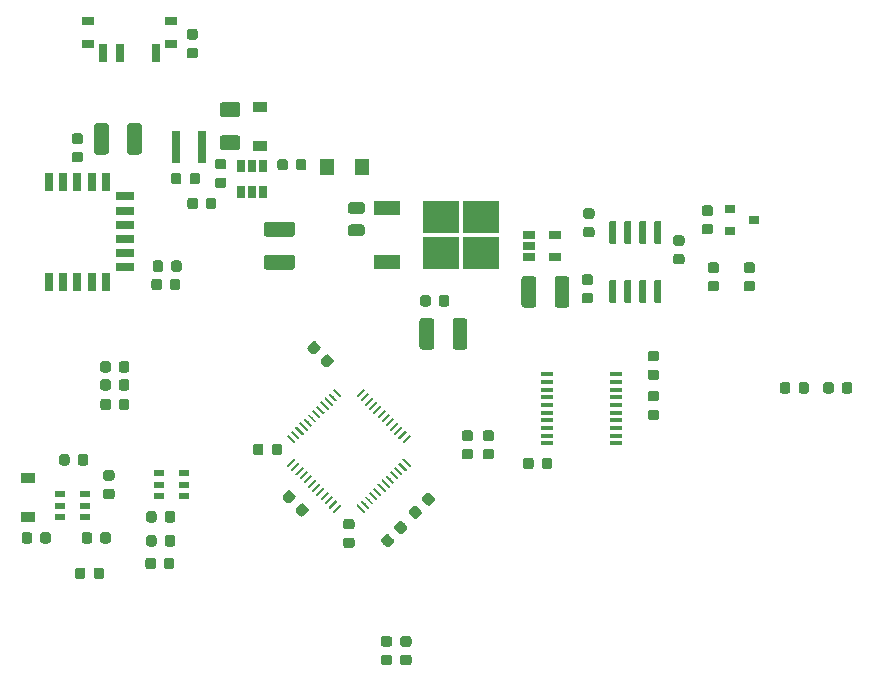
<source format=gbr>
G04 #@! TF.GenerationSoftware,KiCad,Pcbnew,(5.1.2)-2*
G04 #@! TF.CreationDate,2021-02-22T11:23:01-08:00*
G04 #@! TF.ProjectId,eZ_Navi-Delete,655a5f4e-6176-4692-9d44-656c6574652e,rev?*
G04 #@! TF.SameCoordinates,PX9347200PY548a170*
G04 #@! TF.FileFunction,Paste,Top*
G04 #@! TF.FilePolarity,Positive*
%FSLAX46Y46*%
G04 Gerber Fmt 4.6, Leading zero omitted, Abs format (unit mm)*
G04 Created by KiCad (PCBNEW (5.1.2)-2) date 2021-02-22 11:23:01*
%MOMM*%
%LPD*%
G04 APERTURE LIST*
%ADD10C,0.100000*%
%ADD11C,1.250000*%
%ADD12C,0.875000*%
%ADD13R,0.800000X2.700000*%
%ADD14R,1.200000X0.900000*%
%ADD15R,0.650000X1.060000*%
%ADD16R,3.050000X2.750000*%
%ADD17R,2.200000X1.200000*%
%ADD18C,0.975000*%
%ADD19R,1.000000X0.800000*%
%ADD20R,0.700000X1.500000*%
%ADD21R,1.300000X1.400000*%
%ADD22R,1.015000X0.315000*%
%ADD23C,0.600000*%
%ADD24R,0.900000X0.800000*%
%ADD25R,1.060000X0.650000*%
%ADD26C,0.180000*%
%ADD27R,0.900000X0.600000*%
%ADD28R,1.500000X0.700000*%
G04 APERTURE END LIST*
D10*
G36*
X-22489896Y23678896D02*
G01*
X-22465627Y23675296D01*
X-22441829Y23669335D01*
X-22418729Y23661070D01*
X-22396551Y23650580D01*
X-22375507Y23637967D01*
X-22355802Y23623353D01*
X-22337623Y23606877D01*
X-22321147Y23588698D01*
X-22306533Y23568993D01*
X-22293920Y23547949D01*
X-22283430Y23525771D01*
X-22275165Y23502671D01*
X-22269204Y23478873D01*
X-22265604Y23454604D01*
X-22264400Y23430100D01*
X-22264400Y22680100D01*
X-22265604Y22655596D01*
X-22269204Y22631327D01*
X-22275165Y22607529D01*
X-22283430Y22584429D01*
X-22293920Y22562251D01*
X-22306533Y22541207D01*
X-22321147Y22521502D01*
X-22337623Y22503323D01*
X-22355802Y22486847D01*
X-22375507Y22472233D01*
X-22396551Y22459620D01*
X-22418729Y22449130D01*
X-22441829Y22440865D01*
X-22465627Y22434904D01*
X-22489896Y22431304D01*
X-22514400Y22430100D01*
X-23764400Y22430100D01*
X-23788904Y22431304D01*
X-23813173Y22434904D01*
X-23836971Y22440865D01*
X-23860071Y22449130D01*
X-23882249Y22459620D01*
X-23903293Y22472233D01*
X-23922998Y22486847D01*
X-23941177Y22503323D01*
X-23957653Y22521502D01*
X-23972267Y22541207D01*
X-23984880Y22562251D01*
X-23995370Y22584429D01*
X-24003635Y22607529D01*
X-24009596Y22631327D01*
X-24013196Y22655596D01*
X-24014400Y22680100D01*
X-24014400Y23430100D01*
X-24013196Y23454604D01*
X-24009596Y23478873D01*
X-24003635Y23502671D01*
X-23995370Y23525771D01*
X-23984880Y23547949D01*
X-23972267Y23568993D01*
X-23957653Y23588698D01*
X-23941177Y23606877D01*
X-23922998Y23623353D01*
X-23903293Y23637967D01*
X-23882249Y23650580D01*
X-23860071Y23661070D01*
X-23836971Y23669335D01*
X-23813173Y23675296D01*
X-23788904Y23678896D01*
X-23764400Y23680100D01*
X-22514400Y23680100D01*
X-22489896Y23678896D01*
X-22489896Y23678896D01*
G37*
D11*
X-23139400Y23055100D03*
D10*
G36*
X-22489896Y20878896D02*
G01*
X-22465627Y20875296D01*
X-22441829Y20869335D01*
X-22418729Y20861070D01*
X-22396551Y20850580D01*
X-22375507Y20837967D01*
X-22355802Y20823353D01*
X-22337623Y20806877D01*
X-22321147Y20788698D01*
X-22306533Y20768993D01*
X-22293920Y20747949D01*
X-22283430Y20725771D01*
X-22275165Y20702671D01*
X-22269204Y20678873D01*
X-22265604Y20654604D01*
X-22264400Y20630100D01*
X-22264400Y19880100D01*
X-22265604Y19855596D01*
X-22269204Y19831327D01*
X-22275165Y19807529D01*
X-22283430Y19784429D01*
X-22293920Y19762251D01*
X-22306533Y19741207D01*
X-22321147Y19721502D01*
X-22337623Y19703323D01*
X-22355802Y19686847D01*
X-22375507Y19672233D01*
X-22396551Y19659620D01*
X-22418729Y19649130D01*
X-22441829Y19640865D01*
X-22465627Y19634904D01*
X-22489896Y19631304D01*
X-22514400Y19630100D01*
X-23764400Y19630100D01*
X-23788904Y19631304D01*
X-23813173Y19634904D01*
X-23836971Y19640865D01*
X-23860071Y19649130D01*
X-23882249Y19659620D01*
X-23903293Y19672233D01*
X-23922998Y19686847D01*
X-23941177Y19703323D01*
X-23957653Y19721502D01*
X-23972267Y19741207D01*
X-23984880Y19762251D01*
X-23995370Y19784429D01*
X-24003635Y19807529D01*
X-24009596Y19831327D01*
X-24013196Y19855596D01*
X-24014400Y19880100D01*
X-24014400Y20630100D01*
X-24013196Y20654604D01*
X-24009596Y20678873D01*
X-24003635Y20702671D01*
X-23995370Y20725771D01*
X-23984880Y20747949D01*
X-23972267Y20768993D01*
X-23957653Y20788698D01*
X-23941177Y20806877D01*
X-23922998Y20823353D01*
X-23903293Y20837967D01*
X-23882249Y20850580D01*
X-23860071Y20861070D01*
X-23836971Y20869335D01*
X-23813173Y20875296D01*
X-23788904Y20878896D01*
X-23764400Y20880100D01*
X-22514400Y20880100D01*
X-22489896Y20878896D01*
X-22489896Y20878896D01*
G37*
D11*
X-23139400Y20255100D03*
D10*
G36*
X-30839496Y21897796D02*
G01*
X-30815227Y21894196D01*
X-30791429Y21888235D01*
X-30768329Y21879970D01*
X-30746151Y21869480D01*
X-30725107Y21856867D01*
X-30705402Y21842253D01*
X-30687223Y21825777D01*
X-30670747Y21807598D01*
X-30656133Y21787893D01*
X-30643520Y21766849D01*
X-30633030Y21744671D01*
X-30624765Y21721571D01*
X-30618804Y21697773D01*
X-30615204Y21673504D01*
X-30614000Y21649000D01*
X-30614000Y19499000D01*
X-30615204Y19474496D01*
X-30618804Y19450227D01*
X-30624765Y19426429D01*
X-30633030Y19403329D01*
X-30643520Y19381151D01*
X-30656133Y19360107D01*
X-30670747Y19340402D01*
X-30687223Y19322223D01*
X-30705402Y19305747D01*
X-30725107Y19291133D01*
X-30746151Y19278520D01*
X-30768329Y19268030D01*
X-30791429Y19259765D01*
X-30815227Y19253804D01*
X-30839496Y19250204D01*
X-30864000Y19249000D01*
X-31614000Y19249000D01*
X-31638504Y19250204D01*
X-31662773Y19253804D01*
X-31686571Y19259765D01*
X-31709671Y19268030D01*
X-31731849Y19278520D01*
X-31752893Y19291133D01*
X-31772598Y19305747D01*
X-31790777Y19322223D01*
X-31807253Y19340402D01*
X-31821867Y19360107D01*
X-31834480Y19381151D01*
X-31844970Y19403329D01*
X-31853235Y19426429D01*
X-31859196Y19450227D01*
X-31862796Y19474496D01*
X-31864000Y19499000D01*
X-31864000Y21649000D01*
X-31862796Y21673504D01*
X-31859196Y21697773D01*
X-31853235Y21721571D01*
X-31844970Y21744671D01*
X-31834480Y21766849D01*
X-31821867Y21787893D01*
X-31807253Y21807598D01*
X-31790777Y21825777D01*
X-31772598Y21842253D01*
X-31752893Y21856867D01*
X-31731849Y21869480D01*
X-31709671Y21879970D01*
X-31686571Y21888235D01*
X-31662773Y21894196D01*
X-31638504Y21897796D01*
X-31614000Y21899000D01*
X-30864000Y21899000D01*
X-30839496Y21897796D01*
X-30839496Y21897796D01*
G37*
D11*
X-31239000Y20574000D03*
D10*
G36*
X-33639496Y21897796D02*
G01*
X-33615227Y21894196D01*
X-33591429Y21888235D01*
X-33568329Y21879970D01*
X-33546151Y21869480D01*
X-33525107Y21856867D01*
X-33505402Y21842253D01*
X-33487223Y21825777D01*
X-33470747Y21807598D01*
X-33456133Y21787893D01*
X-33443520Y21766849D01*
X-33433030Y21744671D01*
X-33424765Y21721571D01*
X-33418804Y21697773D01*
X-33415204Y21673504D01*
X-33414000Y21649000D01*
X-33414000Y19499000D01*
X-33415204Y19474496D01*
X-33418804Y19450227D01*
X-33424765Y19426429D01*
X-33433030Y19403329D01*
X-33443520Y19381151D01*
X-33456133Y19360107D01*
X-33470747Y19340402D01*
X-33487223Y19322223D01*
X-33505402Y19305747D01*
X-33525107Y19291133D01*
X-33546151Y19278520D01*
X-33568329Y19268030D01*
X-33591429Y19259765D01*
X-33615227Y19253804D01*
X-33639496Y19250204D01*
X-33664000Y19249000D01*
X-34414000Y19249000D01*
X-34438504Y19250204D01*
X-34462773Y19253804D01*
X-34486571Y19259765D01*
X-34509671Y19268030D01*
X-34531849Y19278520D01*
X-34552893Y19291133D01*
X-34572598Y19305747D01*
X-34590777Y19322223D01*
X-34607253Y19340402D01*
X-34621867Y19360107D01*
X-34634480Y19381151D01*
X-34644970Y19403329D01*
X-34653235Y19426429D01*
X-34659196Y19450227D01*
X-34662796Y19474496D01*
X-34664000Y19499000D01*
X-34664000Y21649000D01*
X-34662796Y21673504D01*
X-34659196Y21697773D01*
X-34653235Y21721571D01*
X-34644970Y21744671D01*
X-34634480Y21766849D01*
X-34621867Y21787893D01*
X-34607253Y21807598D01*
X-34590777Y21825777D01*
X-34572598Y21842253D01*
X-34552893Y21856867D01*
X-34531849Y21869480D01*
X-34509671Y21879970D01*
X-34486571Y21888235D01*
X-34462773Y21894196D01*
X-34438504Y21897796D01*
X-34414000Y21899000D01*
X-33664000Y21899000D01*
X-33639496Y21897796D01*
X-33639496Y21897796D01*
G37*
D11*
X-34039000Y20574000D03*
D10*
G36*
X-16879309Y18863547D02*
G01*
X-16858074Y18860397D01*
X-16837250Y18855181D01*
X-16817038Y18847949D01*
X-16797632Y18838770D01*
X-16779219Y18827734D01*
X-16761976Y18814946D01*
X-16746070Y18800530D01*
X-16731654Y18784624D01*
X-16718866Y18767381D01*
X-16707830Y18748968D01*
X-16698651Y18729562D01*
X-16691419Y18709350D01*
X-16686203Y18688526D01*
X-16683053Y18667291D01*
X-16682000Y18645850D01*
X-16682000Y18133350D01*
X-16683053Y18111909D01*
X-16686203Y18090674D01*
X-16691419Y18069850D01*
X-16698651Y18049638D01*
X-16707830Y18030232D01*
X-16718866Y18011819D01*
X-16731654Y17994576D01*
X-16746070Y17978670D01*
X-16761976Y17964254D01*
X-16779219Y17951466D01*
X-16797632Y17940430D01*
X-16817038Y17931251D01*
X-16837250Y17924019D01*
X-16858074Y17918803D01*
X-16879309Y17915653D01*
X-16900750Y17914600D01*
X-17338250Y17914600D01*
X-17359691Y17915653D01*
X-17380926Y17918803D01*
X-17401750Y17924019D01*
X-17421962Y17931251D01*
X-17441368Y17940430D01*
X-17459781Y17951466D01*
X-17477024Y17964254D01*
X-17492930Y17978670D01*
X-17507346Y17994576D01*
X-17520134Y18011819D01*
X-17531170Y18030232D01*
X-17540349Y18049638D01*
X-17547581Y18069850D01*
X-17552797Y18090674D01*
X-17555947Y18111909D01*
X-17557000Y18133350D01*
X-17557000Y18645850D01*
X-17555947Y18667291D01*
X-17552797Y18688526D01*
X-17547581Y18709350D01*
X-17540349Y18729562D01*
X-17531170Y18748968D01*
X-17520134Y18767381D01*
X-17507346Y18784624D01*
X-17492930Y18800530D01*
X-17477024Y18814946D01*
X-17459781Y18827734D01*
X-17441368Y18838770D01*
X-17421962Y18847949D01*
X-17401750Y18855181D01*
X-17380926Y18860397D01*
X-17359691Y18863547D01*
X-17338250Y18864600D01*
X-16900750Y18864600D01*
X-16879309Y18863547D01*
X-16879309Y18863547D01*
G37*
D12*
X-17119500Y18389600D03*
D10*
G36*
X-18454309Y18863547D02*
G01*
X-18433074Y18860397D01*
X-18412250Y18855181D01*
X-18392038Y18847949D01*
X-18372632Y18838770D01*
X-18354219Y18827734D01*
X-18336976Y18814946D01*
X-18321070Y18800530D01*
X-18306654Y18784624D01*
X-18293866Y18767381D01*
X-18282830Y18748968D01*
X-18273651Y18729562D01*
X-18266419Y18709350D01*
X-18261203Y18688526D01*
X-18258053Y18667291D01*
X-18257000Y18645850D01*
X-18257000Y18133350D01*
X-18258053Y18111909D01*
X-18261203Y18090674D01*
X-18266419Y18069850D01*
X-18273651Y18049638D01*
X-18282830Y18030232D01*
X-18293866Y18011819D01*
X-18306654Y17994576D01*
X-18321070Y17978670D01*
X-18336976Y17964254D01*
X-18354219Y17951466D01*
X-18372632Y17940430D01*
X-18392038Y17931251D01*
X-18412250Y17924019D01*
X-18433074Y17918803D01*
X-18454309Y17915653D01*
X-18475750Y17914600D01*
X-18913250Y17914600D01*
X-18934691Y17915653D01*
X-18955926Y17918803D01*
X-18976750Y17924019D01*
X-18996962Y17931251D01*
X-19016368Y17940430D01*
X-19034781Y17951466D01*
X-19052024Y17964254D01*
X-19067930Y17978670D01*
X-19082346Y17994576D01*
X-19095134Y18011819D01*
X-19106170Y18030232D01*
X-19115349Y18049638D01*
X-19122581Y18069850D01*
X-19127797Y18090674D01*
X-19130947Y18111909D01*
X-19132000Y18133350D01*
X-19132000Y18645850D01*
X-19130947Y18667291D01*
X-19127797Y18688526D01*
X-19122581Y18709350D01*
X-19115349Y18729562D01*
X-19106170Y18748968D01*
X-19095134Y18767381D01*
X-19082346Y18784624D01*
X-19067930Y18800530D01*
X-19052024Y18814946D01*
X-19034781Y18827734D01*
X-19016368Y18838770D01*
X-18996962Y18847949D01*
X-18976750Y18855181D01*
X-18955926Y18860397D01*
X-18934691Y18863547D01*
X-18913250Y18864600D01*
X-18475750Y18864600D01*
X-18454309Y18863547D01*
X-18454309Y18863547D01*
G37*
D12*
X-18694500Y18389600D03*
D13*
X-27693800Y19875500D03*
X-25493800Y19875500D03*
D14*
X-20574000Y23240000D03*
X-20574000Y19940000D03*
D10*
G36*
X-17874296Y10755396D02*
G01*
X-17850027Y10751796D01*
X-17826229Y10745835D01*
X-17803129Y10737570D01*
X-17780951Y10727080D01*
X-17759907Y10714467D01*
X-17740202Y10699853D01*
X-17722023Y10683377D01*
X-17705547Y10665198D01*
X-17690933Y10645493D01*
X-17678320Y10624449D01*
X-17667830Y10602271D01*
X-17659565Y10579171D01*
X-17653604Y10555373D01*
X-17650004Y10531104D01*
X-17648800Y10506600D01*
X-17648800Y9756600D01*
X-17650004Y9732096D01*
X-17653604Y9707827D01*
X-17659565Y9684029D01*
X-17667830Y9660929D01*
X-17678320Y9638751D01*
X-17690933Y9617707D01*
X-17705547Y9598002D01*
X-17722023Y9579823D01*
X-17740202Y9563347D01*
X-17759907Y9548733D01*
X-17780951Y9536120D01*
X-17803129Y9525630D01*
X-17826229Y9517365D01*
X-17850027Y9511404D01*
X-17874296Y9507804D01*
X-17898800Y9506600D01*
X-20048800Y9506600D01*
X-20073304Y9507804D01*
X-20097573Y9511404D01*
X-20121371Y9517365D01*
X-20144471Y9525630D01*
X-20166649Y9536120D01*
X-20187693Y9548733D01*
X-20207398Y9563347D01*
X-20225577Y9579823D01*
X-20242053Y9598002D01*
X-20256667Y9617707D01*
X-20269280Y9638751D01*
X-20279770Y9660929D01*
X-20288035Y9684029D01*
X-20293996Y9707827D01*
X-20297596Y9732096D01*
X-20298800Y9756600D01*
X-20298800Y10506600D01*
X-20297596Y10531104D01*
X-20293996Y10555373D01*
X-20288035Y10579171D01*
X-20279770Y10602271D01*
X-20269280Y10624449D01*
X-20256667Y10645493D01*
X-20242053Y10665198D01*
X-20225577Y10683377D01*
X-20207398Y10699853D01*
X-20187693Y10714467D01*
X-20166649Y10727080D01*
X-20144471Y10737570D01*
X-20121371Y10745835D01*
X-20097573Y10751796D01*
X-20073304Y10755396D01*
X-20048800Y10756600D01*
X-17898800Y10756600D01*
X-17874296Y10755396D01*
X-17874296Y10755396D01*
G37*
D11*
X-18973800Y10131600D03*
D10*
G36*
X-17874296Y13555396D02*
G01*
X-17850027Y13551796D01*
X-17826229Y13545835D01*
X-17803129Y13537570D01*
X-17780951Y13527080D01*
X-17759907Y13514467D01*
X-17740202Y13499853D01*
X-17722023Y13483377D01*
X-17705547Y13465198D01*
X-17690933Y13445493D01*
X-17678320Y13424449D01*
X-17667830Y13402271D01*
X-17659565Y13379171D01*
X-17653604Y13355373D01*
X-17650004Y13331104D01*
X-17648800Y13306600D01*
X-17648800Y12556600D01*
X-17650004Y12532096D01*
X-17653604Y12507827D01*
X-17659565Y12484029D01*
X-17667830Y12460929D01*
X-17678320Y12438751D01*
X-17690933Y12417707D01*
X-17705547Y12398002D01*
X-17722023Y12379823D01*
X-17740202Y12363347D01*
X-17759907Y12348733D01*
X-17780951Y12336120D01*
X-17803129Y12325630D01*
X-17826229Y12317365D01*
X-17850027Y12311404D01*
X-17874296Y12307804D01*
X-17898800Y12306600D01*
X-20048800Y12306600D01*
X-20073304Y12307804D01*
X-20097573Y12311404D01*
X-20121371Y12317365D01*
X-20144471Y12325630D01*
X-20166649Y12336120D01*
X-20187693Y12348733D01*
X-20207398Y12363347D01*
X-20225577Y12379823D01*
X-20242053Y12398002D01*
X-20256667Y12417707D01*
X-20269280Y12438751D01*
X-20279770Y12460929D01*
X-20288035Y12484029D01*
X-20293996Y12507827D01*
X-20297596Y12532096D01*
X-20298800Y12556600D01*
X-20298800Y13306600D01*
X-20297596Y13331104D01*
X-20293996Y13355373D01*
X-20288035Y13379171D01*
X-20279770Y13402271D01*
X-20269280Y13424449D01*
X-20256667Y13445493D01*
X-20242053Y13465198D01*
X-20225577Y13483377D01*
X-20207398Y13499853D01*
X-20187693Y13514467D01*
X-20166649Y13527080D01*
X-20144471Y13537570D01*
X-20121371Y13545835D01*
X-20097573Y13551796D01*
X-20073304Y13555396D01*
X-20048800Y13556600D01*
X-17898800Y13556600D01*
X-17874296Y13555396D01*
X-17874296Y13555396D01*
G37*
D11*
X-18973800Y12931600D03*
D15*
X-21272500Y18308500D03*
X-22222500Y18308500D03*
X-20322500Y18308500D03*
X-20322500Y16108500D03*
X-21272500Y16108500D03*
X-22222500Y16108500D03*
D10*
G36*
X-26074309Y15586947D02*
G01*
X-26053074Y15583797D01*
X-26032250Y15578581D01*
X-26012038Y15571349D01*
X-25992632Y15562170D01*
X-25974219Y15551134D01*
X-25956976Y15538346D01*
X-25941070Y15523930D01*
X-25926654Y15508024D01*
X-25913866Y15490781D01*
X-25902830Y15472368D01*
X-25893651Y15452962D01*
X-25886419Y15432750D01*
X-25881203Y15411926D01*
X-25878053Y15390691D01*
X-25877000Y15369250D01*
X-25877000Y14856750D01*
X-25878053Y14835309D01*
X-25881203Y14814074D01*
X-25886419Y14793250D01*
X-25893651Y14773038D01*
X-25902830Y14753632D01*
X-25913866Y14735219D01*
X-25926654Y14717976D01*
X-25941070Y14702070D01*
X-25956976Y14687654D01*
X-25974219Y14674866D01*
X-25992632Y14663830D01*
X-26012038Y14654651D01*
X-26032250Y14647419D01*
X-26053074Y14642203D01*
X-26074309Y14639053D01*
X-26095750Y14638000D01*
X-26533250Y14638000D01*
X-26554691Y14639053D01*
X-26575926Y14642203D01*
X-26596750Y14647419D01*
X-26616962Y14654651D01*
X-26636368Y14663830D01*
X-26654781Y14674866D01*
X-26672024Y14687654D01*
X-26687930Y14702070D01*
X-26702346Y14717976D01*
X-26715134Y14735219D01*
X-26726170Y14753632D01*
X-26735349Y14773038D01*
X-26742581Y14793250D01*
X-26747797Y14814074D01*
X-26750947Y14835309D01*
X-26752000Y14856750D01*
X-26752000Y15369250D01*
X-26750947Y15390691D01*
X-26747797Y15411926D01*
X-26742581Y15432750D01*
X-26735349Y15452962D01*
X-26726170Y15472368D01*
X-26715134Y15490781D01*
X-26702346Y15508024D01*
X-26687930Y15523930D01*
X-26672024Y15538346D01*
X-26654781Y15551134D01*
X-26636368Y15562170D01*
X-26616962Y15571349D01*
X-26596750Y15578581D01*
X-26575926Y15583797D01*
X-26554691Y15586947D01*
X-26533250Y15588000D01*
X-26095750Y15588000D01*
X-26074309Y15586947D01*
X-26074309Y15586947D01*
G37*
D12*
X-26314500Y15113000D03*
D10*
G36*
X-24499309Y15586947D02*
G01*
X-24478074Y15583797D01*
X-24457250Y15578581D01*
X-24437038Y15571349D01*
X-24417632Y15562170D01*
X-24399219Y15551134D01*
X-24381976Y15538346D01*
X-24366070Y15523930D01*
X-24351654Y15508024D01*
X-24338866Y15490781D01*
X-24327830Y15472368D01*
X-24318651Y15452962D01*
X-24311419Y15432750D01*
X-24306203Y15411926D01*
X-24303053Y15390691D01*
X-24302000Y15369250D01*
X-24302000Y14856750D01*
X-24303053Y14835309D01*
X-24306203Y14814074D01*
X-24311419Y14793250D01*
X-24318651Y14773038D01*
X-24327830Y14753632D01*
X-24338866Y14735219D01*
X-24351654Y14717976D01*
X-24366070Y14702070D01*
X-24381976Y14687654D01*
X-24399219Y14674866D01*
X-24417632Y14663830D01*
X-24437038Y14654651D01*
X-24457250Y14647419D01*
X-24478074Y14642203D01*
X-24499309Y14639053D01*
X-24520750Y14638000D01*
X-24958250Y14638000D01*
X-24979691Y14639053D01*
X-25000926Y14642203D01*
X-25021750Y14647419D01*
X-25041962Y14654651D01*
X-25061368Y14663830D01*
X-25079781Y14674866D01*
X-25097024Y14687654D01*
X-25112930Y14702070D01*
X-25127346Y14717976D01*
X-25140134Y14735219D01*
X-25151170Y14753632D01*
X-25160349Y14773038D01*
X-25167581Y14793250D01*
X-25172797Y14814074D01*
X-25175947Y14835309D01*
X-25177000Y14856750D01*
X-25177000Y15369250D01*
X-25175947Y15390691D01*
X-25172797Y15411926D01*
X-25167581Y15432750D01*
X-25160349Y15452962D01*
X-25151170Y15472368D01*
X-25140134Y15490781D01*
X-25127346Y15508024D01*
X-25112930Y15523930D01*
X-25097024Y15538346D01*
X-25079781Y15551134D01*
X-25061368Y15562170D01*
X-25041962Y15571349D01*
X-25021750Y15578581D01*
X-25000926Y15583797D01*
X-24979691Y15586947D01*
X-24958250Y15588000D01*
X-24520750Y15588000D01*
X-24499309Y15586947D01*
X-24499309Y15586947D01*
G37*
D12*
X-24739500Y15113000D03*
D10*
G36*
X-27471309Y17682447D02*
G01*
X-27450074Y17679297D01*
X-27429250Y17674081D01*
X-27409038Y17666849D01*
X-27389632Y17657670D01*
X-27371219Y17646634D01*
X-27353976Y17633846D01*
X-27338070Y17619430D01*
X-27323654Y17603524D01*
X-27310866Y17586281D01*
X-27299830Y17567868D01*
X-27290651Y17548462D01*
X-27283419Y17528250D01*
X-27278203Y17507426D01*
X-27275053Y17486191D01*
X-27274000Y17464750D01*
X-27274000Y16952250D01*
X-27275053Y16930809D01*
X-27278203Y16909574D01*
X-27283419Y16888750D01*
X-27290651Y16868538D01*
X-27299830Y16849132D01*
X-27310866Y16830719D01*
X-27323654Y16813476D01*
X-27338070Y16797570D01*
X-27353976Y16783154D01*
X-27371219Y16770366D01*
X-27389632Y16759330D01*
X-27409038Y16750151D01*
X-27429250Y16742919D01*
X-27450074Y16737703D01*
X-27471309Y16734553D01*
X-27492750Y16733500D01*
X-27930250Y16733500D01*
X-27951691Y16734553D01*
X-27972926Y16737703D01*
X-27993750Y16742919D01*
X-28013962Y16750151D01*
X-28033368Y16759330D01*
X-28051781Y16770366D01*
X-28069024Y16783154D01*
X-28084930Y16797570D01*
X-28099346Y16813476D01*
X-28112134Y16830719D01*
X-28123170Y16849132D01*
X-28132349Y16868538D01*
X-28139581Y16888750D01*
X-28144797Y16909574D01*
X-28147947Y16930809D01*
X-28149000Y16952250D01*
X-28149000Y17464750D01*
X-28147947Y17486191D01*
X-28144797Y17507426D01*
X-28139581Y17528250D01*
X-28132349Y17548462D01*
X-28123170Y17567868D01*
X-28112134Y17586281D01*
X-28099346Y17603524D01*
X-28084930Y17619430D01*
X-28069024Y17633846D01*
X-28051781Y17646634D01*
X-28033368Y17657670D01*
X-28013962Y17666849D01*
X-27993750Y17674081D01*
X-27972926Y17679297D01*
X-27951691Y17682447D01*
X-27930250Y17683500D01*
X-27492750Y17683500D01*
X-27471309Y17682447D01*
X-27471309Y17682447D01*
G37*
D12*
X-27711500Y17208500D03*
D10*
G36*
X-25896309Y17682447D02*
G01*
X-25875074Y17679297D01*
X-25854250Y17674081D01*
X-25834038Y17666849D01*
X-25814632Y17657670D01*
X-25796219Y17646634D01*
X-25778976Y17633846D01*
X-25763070Y17619430D01*
X-25748654Y17603524D01*
X-25735866Y17586281D01*
X-25724830Y17567868D01*
X-25715651Y17548462D01*
X-25708419Y17528250D01*
X-25703203Y17507426D01*
X-25700053Y17486191D01*
X-25699000Y17464750D01*
X-25699000Y16952250D01*
X-25700053Y16930809D01*
X-25703203Y16909574D01*
X-25708419Y16888750D01*
X-25715651Y16868538D01*
X-25724830Y16849132D01*
X-25735866Y16830719D01*
X-25748654Y16813476D01*
X-25763070Y16797570D01*
X-25778976Y16783154D01*
X-25796219Y16770366D01*
X-25814632Y16759330D01*
X-25834038Y16750151D01*
X-25854250Y16742919D01*
X-25875074Y16737703D01*
X-25896309Y16734553D01*
X-25917750Y16733500D01*
X-26355250Y16733500D01*
X-26376691Y16734553D01*
X-26397926Y16737703D01*
X-26418750Y16742919D01*
X-26438962Y16750151D01*
X-26458368Y16759330D01*
X-26476781Y16770366D01*
X-26494024Y16783154D01*
X-26509930Y16797570D01*
X-26524346Y16813476D01*
X-26537134Y16830719D01*
X-26548170Y16849132D01*
X-26557349Y16868538D01*
X-26564581Y16888750D01*
X-26569797Y16909574D01*
X-26572947Y16930809D01*
X-26574000Y16952250D01*
X-26574000Y17464750D01*
X-26572947Y17486191D01*
X-26569797Y17507426D01*
X-26564581Y17528250D01*
X-26557349Y17548462D01*
X-26548170Y17567868D01*
X-26537134Y17586281D01*
X-26524346Y17603524D01*
X-26509930Y17619430D01*
X-26494024Y17633846D01*
X-26476781Y17646634D01*
X-26458368Y17657670D01*
X-26438962Y17666849D01*
X-26418750Y17674081D01*
X-26397926Y17679297D01*
X-26376691Y17682447D01*
X-26355250Y17683500D01*
X-25917750Y17683500D01*
X-25896309Y17682447D01*
X-25896309Y17682447D01*
G37*
D12*
X-26136500Y17208500D03*
D10*
G36*
X-23661809Y18876947D02*
G01*
X-23640574Y18873797D01*
X-23619750Y18868581D01*
X-23599538Y18861349D01*
X-23580132Y18852170D01*
X-23561719Y18841134D01*
X-23544476Y18828346D01*
X-23528570Y18813930D01*
X-23514154Y18798024D01*
X-23501366Y18780781D01*
X-23490330Y18762368D01*
X-23481151Y18742962D01*
X-23473919Y18722750D01*
X-23468703Y18701926D01*
X-23465553Y18680691D01*
X-23464500Y18659250D01*
X-23464500Y18221750D01*
X-23465553Y18200309D01*
X-23468703Y18179074D01*
X-23473919Y18158250D01*
X-23481151Y18138038D01*
X-23490330Y18118632D01*
X-23501366Y18100219D01*
X-23514154Y18082976D01*
X-23528570Y18067070D01*
X-23544476Y18052654D01*
X-23561719Y18039866D01*
X-23580132Y18028830D01*
X-23599538Y18019651D01*
X-23619750Y18012419D01*
X-23640574Y18007203D01*
X-23661809Y18004053D01*
X-23683250Y18003000D01*
X-24195750Y18003000D01*
X-24217191Y18004053D01*
X-24238426Y18007203D01*
X-24259250Y18012419D01*
X-24279462Y18019651D01*
X-24298868Y18028830D01*
X-24317281Y18039866D01*
X-24334524Y18052654D01*
X-24350430Y18067070D01*
X-24364846Y18082976D01*
X-24377634Y18100219D01*
X-24388670Y18118632D01*
X-24397849Y18138038D01*
X-24405081Y18158250D01*
X-24410297Y18179074D01*
X-24413447Y18200309D01*
X-24414500Y18221750D01*
X-24414500Y18659250D01*
X-24413447Y18680691D01*
X-24410297Y18701926D01*
X-24405081Y18722750D01*
X-24397849Y18742962D01*
X-24388670Y18762368D01*
X-24377634Y18780781D01*
X-24364846Y18798024D01*
X-24350430Y18813930D01*
X-24334524Y18828346D01*
X-24317281Y18841134D01*
X-24298868Y18852170D01*
X-24279462Y18861349D01*
X-24259250Y18868581D01*
X-24238426Y18873797D01*
X-24217191Y18876947D01*
X-24195750Y18878000D01*
X-23683250Y18878000D01*
X-23661809Y18876947D01*
X-23661809Y18876947D01*
G37*
D12*
X-23939500Y18440500D03*
D10*
G36*
X-23661809Y17301947D02*
G01*
X-23640574Y17298797D01*
X-23619750Y17293581D01*
X-23599538Y17286349D01*
X-23580132Y17277170D01*
X-23561719Y17266134D01*
X-23544476Y17253346D01*
X-23528570Y17238930D01*
X-23514154Y17223024D01*
X-23501366Y17205781D01*
X-23490330Y17187368D01*
X-23481151Y17167962D01*
X-23473919Y17147750D01*
X-23468703Y17126926D01*
X-23465553Y17105691D01*
X-23464500Y17084250D01*
X-23464500Y16646750D01*
X-23465553Y16625309D01*
X-23468703Y16604074D01*
X-23473919Y16583250D01*
X-23481151Y16563038D01*
X-23490330Y16543632D01*
X-23501366Y16525219D01*
X-23514154Y16507976D01*
X-23528570Y16492070D01*
X-23544476Y16477654D01*
X-23561719Y16464866D01*
X-23580132Y16453830D01*
X-23599538Y16444651D01*
X-23619750Y16437419D01*
X-23640574Y16432203D01*
X-23661809Y16429053D01*
X-23683250Y16428000D01*
X-24195750Y16428000D01*
X-24217191Y16429053D01*
X-24238426Y16432203D01*
X-24259250Y16437419D01*
X-24279462Y16444651D01*
X-24298868Y16453830D01*
X-24317281Y16464866D01*
X-24334524Y16477654D01*
X-24350430Y16492070D01*
X-24364846Y16507976D01*
X-24377634Y16525219D01*
X-24388670Y16543632D01*
X-24397849Y16563038D01*
X-24405081Y16583250D01*
X-24410297Y16604074D01*
X-24413447Y16625309D01*
X-24414500Y16646750D01*
X-24414500Y17084250D01*
X-24413447Y17105691D01*
X-24410297Y17126926D01*
X-24405081Y17147750D01*
X-24397849Y17167962D01*
X-24388670Y17187368D01*
X-24377634Y17205781D01*
X-24364846Y17223024D01*
X-24350430Y17238930D01*
X-24334524Y17253346D01*
X-24317281Y17266134D01*
X-24298868Y17277170D01*
X-24279462Y17286349D01*
X-24259250Y17293581D01*
X-24238426Y17298797D01*
X-24217191Y17301947D01*
X-24195750Y17303000D01*
X-23683250Y17303000D01*
X-23661809Y17301947D01*
X-23661809Y17301947D01*
G37*
D12*
X-23939500Y16865500D03*
D16*
X-5255000Y10922000D03*
X-1905000Y13972000D03*
X-5255000Y13972000D03*
X-1905000Y10922000D03*
D17*
X-9880000Y10167000D03*
X-9880000Y14727000D03*
D10*
G36*
X-11965858Y13328326D02*
G01*
X-11942197Y13324816D01*
X-11918993Y13319004D01*
X-11896471Y13310946D01*
X-11874847Y13300718D01*
X-11854330Y13288421D01*
X-11835117Y13274171D01*
X-11817393Y13258107D01*
X-11801329Y13240383D01*
X-11787079Y13221170D01*
X-11774782Y13200653D01*
X-11764554Y13179029D01*
X-11756496Y13156507D01*
X-11750684Y13133303D01*
X-11747174Y13109642D01*
X-11746000Y13085750D01*
X-11746000Y12598250D01*
X-11747174Y12574358D01*
X-11750684Y12550697D01*
X-11756496Y12527493D01*
X-11764554Y12504971D01*
X-11774782Y12483347D01*
X-11787079Y12462830D01*
X-11801329Y12443617D01*
X-11817393Y12425893D01*
X-11835117Y12409829D01*
X-11854330Y12395579D01*
X-11874847Y12383282D01*
X-11896471Y12373054D01*
X-11918993Y12364996D01*
X-11942197Y12359184D01*
X-11965858Y12355674D01*
X-11989750Y12354500D01*
X-12902250Y12354500D01*
X-12926142Y12355674D01*
X-12949803Y12359184D01*
X-12973007Y12364996D01*
X-12995529Y12373054D01*
X-13017153Y12383282D01*
X-13037670Y12395579D01*
X-13056883Y12409829D01*
X-13074607Y12425893D01*
X-13090671Y12443617D01*
X-13104921Y12462830D01*
X-13117218Y12483347D01*
X-13127446Y12504971D01*
X-13135504Y12527493D01*
X-13141316Y12550697D01*
X-13144826Y12574358D01*
X-13146000Y12598250D01*
X-13146000Y13085750D01*
X-13144826Y13109642D01*
X-13141316Y13133303D01*
X-13135504Y13156507D01*
X-13127446Y13179029D01*
X-13117218Y13200653D01*
X-13104921Y13221170D01*
X-13090671Y13240383D01*
X-13074607Y13258107D01*
X-13056883Y13274171D01*
X-13037670Y13288421D01*
X-13017153Y13300718D01*
X-12995529Y13310946D01*
X-12973007Y13319004D01*
X-12949803Y13324816D01*
X-12926142Y13328326D01*
X-12902250Y13329500D01*
X-11989750Y13329500D01*
X-11965858Y13328326D01*
X-11965858Y13328326D01*
G37*
D18*
X-12446000Y12842000D03*
D10*
G36*
X-11965858Y15203326D02*
G01*
X-11942197Y15199816D01*
X-11918993Y15194004D01*
X-11896471Y15185946D01*
X-11874847Y15175718D01*
X-11854330Y15163421D01*
X-11835117Y15149171D01*
X-11817393Y15133107D01*
X-11801329Y15115383D01*
X-11787079Y15096170D01*
X-11774782Y15075653D01*
X-11764554Y15054029D01*
X-11756496Y15031507D01*
X-11750684Y15008303D01*
X-11747174Y14984642D01*
X-11746000Y14960750D01*
X-11746000Y14473250D01*
X-11747174Y14449358D01*
X-11750684Y14425697D01*
X-11756496Y14402493D01*
X-11764554Y14379971D01*
X-11774782Y14358347D01*
X-11787079Y14337830D01*
X-11801329Y14318617D01*
X-11817393Y14300893D01*
X-11835117Y14284829D01*
X-11854330Y14270579D01*
X-11874847Y14258282D01*
X-11896471Y14248054D01*
X-11918993Y14239996D01*
X-11942197Y14234184D01*
X-11965858Y14230674D01*
X-11989750Y14229500D01*
X-12902250Y14229500D01*
X-12926142Y14230674D01*
X-12949803Y14234184D01*
X-12973007Y14239996D01*
X-12995529Y14248054D01*
X-13017153Y14258282D01*
X-13037670Y14270579D01*
X-13056883Y14284829D01*
X-13074607Y14300893D01*
X-13090671Y14318617D01*
X-13104921Y14337830D01*
X-13117218Y14358347D01*
X-13127446Y14379971D01*
X-13135504Y14402493D01*
X-13141316Y14425697D01*
X-13144826Y14449358D01*
X-13146000Y14473250D01*
X-13146000Y14960750D01*
X-13144826Y14984642D01*
X-13141316Y15008303D01*
X-13135504Y15031507D01*
X-13127446Y15054029D01*
X-13117218Y15075653D01*
X-13104921Y15096170D01*
X-13090671Y15115383D01*
X-13074607Y15133107D01*
X-13056883Y15149171D01*
X-13037670Y15163421D01*
X-13017153Y15175718D01*
X-12995529Y15185946D01*
X-12973007Y15194004D01*
X-12949803Y15199816D01*
X-12926142Y15203326D01*
X-12902250Y15204500D01*
X-11989750Y15204500D01*
X-11965858Y15203326D01*
X-11965858Y15203326D01*
G37*
D18*
X-12446000Y14717000D03*
D19*
X-35173800Y28626000D03*
X-35173800Y30556000D03*
X-28173800Y28626000D03*
X-28173800Y30556000D03*
D20*
X-29423800Y27841000D03*
X-32423800Y27841000D03*
X-33923800Y27841000D03*
D10*
G36*
X-26062109Y29862447D02*
G01*
X-26040874Y29859297D01*
X-26020050Y29854081D01*
X-25999838Y29846849D01*
X-25980432Y29837670D01*
X-25962019Y29826634D01*
X-25944776Y29813846D01*
X-25928870Y29799430D01*
X-25914454Y29783524D01*
X-25901666Y29766281D01*
X-25890630Y29747868D01*
X-25881451Y29728462D01*
X-25874219Y29708250D01*
X-25869003Y29687426D01*
X-25865853Y29666191D01*
X-25864800Y29644750D01*
X-25864800Y29207250D01*
X-25865853Y29185809D01*
X-25869003Y29164574D01*
X-25874219Y29143750D01*
X-25881451Y29123538D01*
X-25890630Y29104132D01*
X-25901666Y29085719D01*
X-25914454Y29068476D01*
X-25928870Y29052570D01*
X-25944776Y29038154D01*
X-25962019Y29025366D01*
X-25980432Y29014330D01*
X-25999838Y29005151D01*
X-26020050Y28997919D01*
X-26040874Y28992703D01*
X-26062109Y28989553D01*
X-26083550Y28988500D01*
X-26596050Y28988500D01*
X-26617491Y28989553D01*
X-26638726Y28992703D01*
X-26659550Y28997919D01*
X-26679762Y29005151D01*
X-26699168Y29014330D01*
X-26717581Y29025366D01*
X-26734824Y29038154D01*
X-26750730Y29052570D01*
X-26765146Y29068476D01*
X-26777934Y29085719D01*
X-26788970Y29104132D01*
X-26798149Y29123538D01*
X-26805381Y29143750D01*
X-26810597Y29164574D01*
X-26813747Y29185809D01*
X-26814800Y29207250D01*
X-26814800Y29644750D01*
X-26813747Y29666191D01*
X-26810597Y29687426D01*
X-26805381Y29708250D01*
X-26798149Y29728462D01*
X-26788970Y29747868D01*
X-26777934Y29766281D01*
X-26765146Y29783524D01*
X-26750730Y29799430D01*
X-26734824Y29813846D01*
X-26717581Y29826634D01*
X-26699168Y29837670D01*
X-26679762Y29846849D01*
X-26659550Y29854081D01*
X-26638726Y29859297D01*
X-26617491Y29862447D01*
X-26596050Y29863500D01*
X-26083550Y29863500D01*
X-26062109Y29862447D01*
X-26062109Y29862447D01*
G37*
D12*
X-26339800Y29426000D03*
D10*
G36*
X-26062109Y28287447D02*
G01*
X-26040874Y28284297D01*
X-26020050Y28279081D01*
X-25999838Y28271849D01*
X-25980432Y28262670D01*
X-25962019Y28251634D01*
X-25944776Y28238846D01*
X-25928870Y28224430D01*
X-25914454Y28208524D01*
X-25901666Y28191281D01*
X-25890630Y28172868D01*
X-25881451Y28153462D01*
X-25874219Y28133250D01*
X-25869003Y28112426D01*
X-25865853Y28091191D01*
X-25864800Y28069750D01*
X-25864800Y27632250D01*
X-25865853Y27610809D01*
X-25869003Y27589574D01*
X-25874219Y27568750D01*
X-25881451Y27548538D01*
X-25890630Y27529132D01*
X-25901666Y27510719D01*
X-25914454Y27493476D01*
X-25928870Y27477570D01*
X-25944776Y27463154D01*
X-25962019Y27450366D01*
X-25980432Y27439330D01*
X-25999838Y27430151D01*
X-26020050Y27422919D01*
X-26040874Y27417703D01*
X-26062109Y27414553D01*
X-26083550Y27413500D01*
X-26596050Y27413500D01*
X-26617491Y27414553D01*
X-26638726Y27417703D01*
X-26659550Y27422919D01*
X-26679762Y27430151D01*
X-26699168Y27439330D01*
X-26717581Y27450366D01*
X-26734824Y27463154D01*
X-26750730Y27477570D01*
X-26765146Y27493476D01*
X-26777934Y27510719D01*
X-26788970Y27529132D01*
X-26798149Y27548538D01*
X-26805381Y27568750D01*
X-26810597Y27589574D01*
X-26813747Y27610809D01*
X-26814800Y27632250D01*
X-26814800Y28069750D01*
X-26813747Y28091191D01*
X-26810597Y28112426D01*
X-26805381Y28133250D01*
X-26798149Y28153462D01*
X-26788970Y28172868D01*
X-26777934Y28191281D01*
X-26765146Y28208524D01*
X-26750730Y28224430D01*
X-26734824Y28238846D01*
X-26717581Y28251634D01*
X-26699168Y28262670D01*
X-26679762Y28271849D01*
X-26659550Y28279081D01*
X-26638726Y28284297D01*
X-26617491Y28287447D01*
X-26596050Y28288500D01*
X-26083550Y28288500D01*
X-26062109Y28287447D01*
X-26062109Y28287447D01*
G37*
D12*
X-26339800Y27851000D03*
D21*
X-14912000Y18161000D03*
X-12012000Y18161000D03*
D10*
G36*
X-9628309Y-21534553D02*
G01*
X-9607074Y-21537703D01*
X-9586250Y-21542919D01*
X-9566038Y-21550151D01*
X-9546632Y-21559330D01*
X-9528219Y-21570366D01*
X-9510976Y-21583154D01*
X-9495070Y-21597570D01*
X-9480654Y-21613476D01*
X-9467866Y-21630719D01*
X-9456830Y-21649132D01*
X-9447651Y-21668538D01*
X-9440419Y-21688750D01*
X-9435203Y-21709574D01*
X-9432053Y-21730809D01*
X-9431000Y-21752250D01*
X-9431000Y-22189750D01*
X-9432053Y-22211191D01*
X-9435203Y-22232426D01*
X-9440419Y-22253250D01*
X-9447651Y-22273462D01*
X-9456830Y-22292868D01*
X-9467866Y-22311281D01*
X-9480654Y-22328524D01*
X-9495070Y-22344430D01*
X-9510976Y-22358846D01*
X-9528219Y-22371634D01*
X-9546632Y-22382670D01*
X-9566038Y-22391849D01*
X-9586250Y-22399081D01*
X-9607074Y-22404297D01*
X-9628309Y-22407447D01*
X-9649750Y-22408500D01*
X-10162250Y-22408500D01*
X-10183691Y-22407447D01*
X-10204926Y-22404297D01*
X-10225750Y-22399081D01*
X-10245962Y-22391849D01*
X-10265368Y-22382670D01*
X-10283781Y-22371634D01*
X-10301024Y-22358846D01*
X-10316930Y-22344430D01*
X-10331346Y-22328524D01*
X-10344134Y-22311281D01*
X-10355170Y-22292868D01*
X-10364349Y-22273462D01*
X-10371581Y-22253250D01*
X-10376797Y-22232426D01*
X-10379947Y-22211191D01*
X-10381000Y-22189750D01*
X-10381000Y-21752250D01*
X-10379947Y-21730809D01*
X-10376797Y-21709574D01*
X-10371581Y-21688750D01*
X-10364349Y-21668538D01*
X-10355170Y-21649132D01*
X-10344134Y-21630719D01*
X-10331346Y-21613476D01*
X-10316930Y-21597570D01*
X-10301024Y-21583154D01*
X-10283781Y-21570366D01*
X-10265368Y-21559330D01*
X-10245962Y-21550151D01*
X-10225750Y-21542919D01*
X-10204926Y-21537703D01*
X-10183691Y-21534553D01*
X-10162250Y-21533500D01*
X-9649750Y-21533500D01*
X-9628309Y-21534553D01*
X-9628309Y-21534553D01*
G37*
D12*
X-9906000Y-21971000D03*
D10*
G36*
X-9628309Y-23109553D02*
G01*
X-9607074Y-23112703D01*
X-9586250Y-23117919D01*
X-9566038Y-23125151D01*
X-9546632Y-23134330D01*
X-9528219Y-23145366D01*
X-9510976Y-23158154D01*
X-9495070Y-23172570D01*
X-9480654Y-23188476D01*
X-9467866Y-23205719D01*
X-9456830Y-23224132D01*
X-9447651Y-23243538D01*
X-9440419Y-23263750D01*
X-9435203Y-23284574D01*
X-9432053Y-23305809D01*
X-9431000Y-23327250D01*
X-9431000Y-23764750D01*
X-9432053Y-23786191D01*
X-9435203Y-23807426D01*
X-9440419Y-23828250D01*
X-9447651Y-23848462D01*
X-9456830Y-23867868D01*
X-9467866Y-23886281D01*
X-9480654Y-23903524D01*
X-9495070Y-23919430D01*
X-9510976Y-23933846D01*
X-9528219Y-23946634D01*
X-9546632Y-23957670D01*
X-9566038Y-23966849D01*
X-9586250Y-23974081D01*
X-9607074Y-23979297D01*
X-9628309Y-23982447D01*
X-9649750Y-23983500D01*
X-10162250Y-23983500D01*
X-10183691Y-23982447D01*
X-10204926Y-23979297D01*
X-10225750Y-23974081D01*
X-10245962Y-23966849D01*
X-10265368Y-23957670D01*
X-10283781Y-23946634D01*
X-10301024Y-23933846D01*
X-10316930Y-23919430D01*
X-10331346Y-23903524D01*
X-10344134Y-23886281D01*
X-10355170Y-23867868D01*
X-10364349Y-23848462D01*
X-10371581Y-23828250D01*
X-10376797Y-23807426D01*
X-10379947Y-23786191D01*
X-10381000Y-23764750D01*
X-10381000Y-23327250D01*
X-10379947Y-23305809D01*
X-10376797Y-23284574D01*
X-10371581Y-23263750D01*
X-10364349Y-23243538D01*
X-10355170Y-23224132D01*
X-10344134Y-23205719D01*
X-10331346Y-23188476D01*
X-10316930Y-23172570D01*
X-10301024Y-23158154D01*
X-10283781Y-23145366D01*
X-10265368Y-23134330D01*
X-10245962Y-23125151D01*
X-10225750Y-23117919D01*
X-10204926Y-23112703D01*
X-10183691Y-23109553D01*
X-10162250Y-23108500D01*
X-9649750Y-23108500D01*
X-9628309Y-23109553D01*
X-9628309Y-23109553D01*
G37*
D12*
X-9906000Y-23546000D03*
D10*
G36*
X-7977309Y-21534553D02*
G01*
X-7956074Y-21537703D01*
X-7935250Y-21542919D01*
X-7915038Y-21550151D01*
X-7895632Y-21559330D01*
X-7877219Y-21570366D01*
X-7859976Y-21583154D01*
X-7844070Y-21597570D01*
X-7829654Y-21613476D01*
X-7816866Y-21630719D01*
X-7805830Y-21649132D01*
X-7796651Y-21668538D01*
X-7789419Y-21688750D01*
X-7784203Y-21709574D01*
X-7781053Y-21730809D01*
X-7780000Y-21752250D01*
X-7780000Y-22189750D01*
X-7781053Y-22211191D01*
X-7784203Y-22232426D01*
X-7789419Y-22253250D01*
X-7796651Y-22273462D01*
X-7805830Y-22292868D01*
X-7816866Y-22311281D01*
X-7829654Y-22328524D01*
X-7844070Y-22344430D01*
X-7859976Y-22358846D01*
X-7877219Y-22371634D01*
X-7895632Y-22382670D01*
X-7915038Y-22391849D01*
X-7935250Y-22399081D01*
X-7956074Y-22404297D01*
X-7977309Y-22407447D01*
X-7998750Y-22408500D01*
X-8511250Y-22408500D01*
X-8532691Y-22407447D01*
X-8553926Y-22404297D01*
X-8574750Y-22399081D01*
X-8594962Y-22391849D01*
X-8614368Y-22382670D01*
X-8632781Y-22371634D01*
X-8650024Y-22358846D01*
X-8665930Y-22344430D01*
X-8680346Y-22328524D01*
X-8693134Y-22311281D01*
X-8704170Y-22292868D01*
X-8713349Y-22273462D01*
X-8720581Y-22253250D01*
X-8725797Y-22232426D01*
X-8728947Y-22211191D01*
X-8730000Y-22189750D01*
X-8730000Y-21752250D01*
X-8728947Y-21730809D01*
X-8725797Y-21709574D01*
X-8720581Y-21688750D01*
X-8713349Y-21668538D01*
X-8704170Y-21649132D01*
X-8693134Y-21630719D01*
X-8680346Y-21613476D01*
X-8665930Y-21597570D01*
X-8650024Y-21583154D01*
X-8632781Y-21570366D01*
X-8614368Y-21559330D01*
X-8594962Y-21550151D01*
X-8574750Y-21542919D01*
X-8553926Y-21537703D01*
X-8532691Y-21534553D01*
X-8511250Y-21533500D01*
X-7998750Y-21533500D01*
X-7977309Y-21534553D01*
X-7977309Y-21534553D01*
G37*
D12*
X-8255000Y-21971000D03*
D10*
G36*
X-7977309Y-23109553D02*
G01*
X-7956074Y-23112703D01*
X-7935250Y-23117919D01*
X-7915038Y-23125151D01*
X-7895632Y-23134330D01*
X-7877219Y-23145366D01*
X-7859976Y-23158154D01*
X-7844070Y-23172570D01*
X-7829654Y-23188476D01*
X-7816866Y-23205719D01*
X-7805830Y-23224132D01*
X-7796651Y-23243538D01*
X-7789419Y-23263750D01*
X-7784203Y-23284574D01*
X-7781053Y-23305809D01*
X-7780000Y-23327250D01*
X-7780000Y-23764750D01*
X-7781053Y-23786191D01*
X-7784203Y-23807426D01*
X-7789419Y-23828250D01*
X-7796651Y-23848462D01*
X-7805830Y-23867868D01*
X-7816866Y-23886281D01*
X-7829654Y-23903524D01*
X-7844070Y-23919430D01*
X-7859976Y-23933846D01*
X-7877219Y-23946634D01*
X-7895632Y-23957670D01*
X-7915038Y-23966849D01*
X-7935250Y-23974081D01*
X-7956074Y-23979297D01*
X-7977309Y-23982447D01*
X-7998750Y-23983500D01*
X-8511250Y-23983500D01*
X-8532691Y-23982447D01*
X-8553926Y-23979297D01*
X-8574750Y-23974081D01*
X-8594962Y-23966849D01*
X-8614368Y-23957670D01*
X-8632781Y-23946634D01*
X-8650024Y-23933846D01*
X-8665930Y-23919430D01*
X-8680346Y-23903524D01*
X-8693134Y-23886281D01*
X-8704170Y-23867868D01*
X-8713349Y-23848462D01*
X-8720581Y-23828250D01*
X-8725797Y-23807426D01*
X-8728947Y-23786191D01*
X-8730000Y-23764750D01*
X-8730000Y-23327250D01*
X-8728947Y-23305809D01*
X-8725797Y-23284574D01*
X-8720581Y-23263750D01*
X-8713349Y-23243538D01*
X-8704170Y-23224132D01*
X-8693134Y-23205719D01*
X-8680346Y-23188476D01*
X-8665930Y-23172570D01*
X-8650024Y-23158154D01*
X-8632781Y-23145366D01*
X-8614368Y-23134330D01*
X-8594962Y-23125151D01*
X-8574750Y-23117919D01*
X-8553926Y-23112703D01*
X-8532691Y-23109553D01*
X-8511250Y-23108500D01*
X-7998750Y-23108500D01*
X-7977309Y-23109553D01*
X-7977309Y-23109553D01*
G37*
D12*
X-8255000Y-23546000D03*
D10*
G36*
X24090691Y-34053D02*
G01*
X24111926Y-37203D01*
X24132750Y-42419D01*
X24152962Y-49651D01*
X24172368Y-58830D01*
X24190781Y-69866D01*
X24208024Y-82654D01*
X24223930Y-97070D01*
X24238346Y-112976D01*
X24251134Y-130219D01*
X24262170Y-148632D01*
X24271349Y-168038D01*
X24278581Y-188250D01*
X24283797Y-209074D01*
X24286947Y-230309D01*
X24288000Y-251750D01*
X24288000Y-764250D01*
X24286947Y-785691D01*
X24283797Y-806926D01*
X24278581Y-827750D01*
X24271349Y-847962D01*
X24262170Y-867368D01*
X24251134Y-885781D01*
X24238346Y-903024D01*
X24223930Y-918930D01*
X24208024Y-933346D01*
X24190781Y-946134D01*
X24172368Y-957170D01*
X24152962Y-966349D01*
X24132750Y-973581D01*
X24111926Y-978797D01*
X24090691Y-981947D01*
X24069250Y-983000D01*
X23631750Y-983000D01*
X23610309Y-981947D01*
X23589074Y-978797D01*
X23568250Y-973581D01*
X23548038Y-966349D01*
X23528632Y-957170D01*
X23510219Y-946134D01*
X23492976Y-933346D01*
X23477070Y-918930D01*
X23462654Y-903024D01*
X23449866Y-885781D01*
X23438830Y-867368D01*
X23429651Y-847962D01*
X23422419Y-827750D01*
X23417203Y-806926D01*
X23414053Y-785691D01*
X23413000Y-764250D01*
X23413000Y-251750D01*
X23414053Y-230309D01*
X23417203Y-209074D01*
X23422419Y-188250D01*
X23429651Y-168038D01*
X23438830Y-148632D01*
X23449866Y-130219D01*
X23462654Y-112976D01*
X23477070Y-97070D01*
X23492976Y-82654D01*
X23510219Y-69866D01*
X23528632Y-58830D01*
X23548038Y-49651D01*
X23568250Y-42419D01*
X23589074Y-37203D01*
X23610309Y-34053D01*
X23631750Y-33000D01*
X24069250Y-33000D01*
X24090691Y-34053D01*
X24090691Y-34053D01*
G37*
D12*
X23850500Y-508000D03*
D10*
G36*
X25665691Y-34053D02*
G01*
X25686926Y-37203D01*
X25707750Y-42419D01*
X25727962Y-49651D01*
X25747368Y-58830D01*
X25765781Y-69866D01*
X25783024Y-82654D01*
X25798930Y-97070D01*
X25813346Y-112976D01*
X25826134Y-130219D01*
X25837170Y-148632D01*
X25846349Y-168038D01*
X25853581Y-188250D01*
X25858797Y-209074D01*
X25861947Y-230309D01*
X25863000Y-251750D01*
X25863000Y-764250D01*
X25861947Y-785691D01*
X25858797Y-806926D01*
X25853581Y-827750D01*
X25846349Y-847962D01*
X25837170Y-867368D01*
X25826134Y-885781D01*
X25813346Y-903024D01*
X25798930Y-918930D01*
X25783024Y-933346D01*
X25765781Y-946134D01*
X25747368Y-957170D01*
X25727962Y-966349D01*
X25707750Y-973581D01*
X25686926Y-978797D01*
X25665691Y-981947D01*
X25644250Y-983000D01*
X25206750Y-983000D01*
X25185309Y-981947D01*
X25164074Y-978797D01*
X25143250Y-973581D01*
X25123038Y-966349D01*
X25103632Y-957170D01*
X25085219Y-946134D01*
X25067976Y-933346D01*
X25052070Y-918930D01*
X25037654Y-903024D01*
X25024866Y-885781D01*
X25013830Y-867368D01*
X25004651Y-847962D01*
X24997419Y-827750D01*
X24992203Y-806926D01*
X24989053Y-785691D01*
X24988000Y-764250D01*
X24988000Y-251750D01*
X24989053Y-230309D01*
X24992203Y-209074D01*
X24997419Y-188250D01*
X25004651Y-168038D01*
X25013830Y-148632D01*
X25024866Y-130219D01*
X25037654Y-112976D01*
X25052070Y-97070D01*
X25067976Y-82654D01*
X25085219Y-69866D01*
X25103632Y-58830D01*
X25123038Y-49651D01*
X25143250Y-42419D01*
X25164074Y-37203D01*
X25185309Y-34053D01*
X25206750Y-33000D01*
X25644250Y-33000D01*
X25665691Y-34053D01*
X25665691Y-34053D01*
G37*
D12*
X25425500Y-508000D03*
D10*
G36*
X27773691Y-34053D02*
G01*
X27794926Y-37203D01*
X27815750Y-42419D01*
X27835962Y-49651D01*
X27855368Y-58830D01*
X27873781Y-69866D01*
X27891024Y-82654D01*
X27906930Y-97070D01*
X27921346Y-112976D01*
X27934134Y-130219D01*
X27945170Y-148632D01*
X27954349Y-168038D01*
X27961581Y-188250D01*
X27966797Y-209074D01*
X27969947Y-230309D01*
X27971000Y-251750D01*
X27971000Y-764250D01*
X27969947Y-785691D01*
X27966797Y-806926D01*
X27961581Y-827750D01*
X27954349Y-847962D01*
X27945170Y-867368D01*
X27934134Y-885781D01*
X27921346Y-903024D01*
X27906930Y-918930D01*
X27891024Y-933346D01*
X27873781Y-946134D01*
X27855368Y-957170D01*
X27835962Y-966349D01*
X27815750Y-973581D01*
X27794926Y-978797D01*
X27773691Y-981947D01*
X27752250Y-983000D01*
X27314750Y-983000D01*
X27293309Y-981947D01*
X27272074Y-978797D01*
X27251250Y-973581D01*
X27231038Y-966349D01*
X27211632Y-957170D01*
X27193219Y-946134D01*
X27175976Y-933346D01*
X27160070Y-918930D01*
X27145654Y-903024D01*
X27132866Y-885781D01*
X27121830Y-867368D01*
X27112651Y-847962D01*
X27105419Y-827750D01*
X27100203Y-806926D01*
X27097053Y-785691D01*
X27096000Y-764250D01*
X27096000Y-251750D01*
X27097053Y-230309D01*
X27100203Y-209074D01*
X27105419Y-188250D01*
X27112651Y-168038D01*
X27121830Y-148632D01*
X27132866Y-130219D01*
X27145654Y-112976D01*
X27160070Y-97070D01*
X27175976Y-82654D01*
X27193219Y-69866D01*
X27211632Y-58830D01*
X27231038Y-49651D01*
X27251250Y-42419D01*
X27272074Y-37203D01*
X27293309Y-34053D01*
X27314750Y-33000D01*
X27752250Y-33000D01*
X27773691Y-34053D01*
X27773691Y-34053D01*
G37*
D12*
X27533500Y-508000D03*
D10*
G36*
X29348691Y-34053D02*
G01*
X29369926Y-37203D01*
X29390750Y-42419D01*
X29410962Y-49651D01*
X29430368Y-58830D01*
X29448781Y-69866D01*
X29466024Y-82654D01*
X29481930Y-97070D01*
X29496346Y-112976D01*
X29509134Y-130219D01*
X29520170Y-148632D01*
X29529349Y-168038D01*
X29536581Y-188250D01*
X29541797Y-209074D01*
X29544947Y-230309D01*
X29546000Y-251750D01*
X29546000Y-764250D01*
X29544947Y-785691D01*
X29541797Y-806926D01*
X29536581Y-827750D01*
X29529349Y-847962D01*
X29520170Y-867368D01*
X29509134Y-885781D01*
X29496346Y-903024D01*
X29481930Y-918930D01*
X29466024Y-933346D01*
X29448781Y-946134D01*
X29430368Y-957170D01*
X29410962Y-966349D01*
X29390750Y-973581D01*
X29369926Y-978797D01*
X29348691Y-981947D01*
X29327250Y-983000D01*
X28889750Y-983000D01*
X28868309Y-981947D01*
X28847074Y-978797D01*
X28826250Y-973581D01*
X28806038Y-966349D01*
X28786632Y-957170D01*
X28768219Y-946134D01*
X28750976Y-933346D01*
X28735070Y-918930D01*
X28720654Y-903024D01*
X28707866Y-885781D01*
X28696830Y-867368D01*
X28687651Y-847962D01*
X28680419Y-827750D01*
X28675203Y-806926D01*
X28672053Y-785691D01*
X28671000Y-764250D01*
X28671000Y-251750D01*
X28672053Y-230309D01*
X28675203Y-209074D01*
X28680419Y-188250D01*
X28687651Y-168038D01*
X28696830Y-148632D01*
X28707866Y-130219D01*
X28720654Y-112976D01*
X28735070Y-97070D01*
X28750976Y-82654D01*
X28768219Y-69866D01*
X28786632Y-58830D01*
X28806038Y-49651D01*
X28826250Y-42419D01*
X28847074Y-37203D01*
X28868309Y-34053D01*
X28889750Y-33000D01*
X29327250Y-33000D01*
X29348691Y-34053D01*
X29348691Y-34053D01*
G37*
D12*
X29108500Y-508000D03*
D10*
G36*
X-31865309Y219947D02*
G01*
X-31844074Y216797D01*
X-31823250Y211581D01*
X-31803038Y204349D01*
X-31783632Y195170D01*
X-31765219Y184134D01*
X-31747976Y171346D01*
X-31732070Y156930D01*
X-31717654Y141024D01*
X-31704866Y123781D01*
X-31693830Y105368D01*
X-31684651Y85962D01*
X-31677419Y65750D01*
X-31672203Y44926D01*
X-31669053Y23691D01*
X-31668000Y2250D01*
X-31668000Y-510250D01*
X-31669053Y-531691D01*
X-31672203Y-552926D01*
X-31677419Y-573750D01*
X-31684651Y-593962D01*
X-31693830Y-613368D01*
X-31704866Y-631781D01*
X-31717654Y-649024D01*
X-31732070Y-664930D01*
X-31747976Y-679346D01*
X-31765219Y-692134D01*
X-31783632Y-703170D01*
X-31803038Y-712349D01*
X-31823250Y-719581D01*
X-31844074Y-724797D01*
X-31865309Y-727947D01*
X-31886750Y-729000D01*
X-32324250Y-729000D01*
X-32345691Y-727947D01*
X-32366926Y-724797D01*
X-32387750Y-719581D01*
X-32407962Y-712349D01*
X-32427368Y-703170D01*
X-32445781Y-692134D01*
X-32463024Y-679346D01*
X-32478930Y-664930D01*
X-32493346Y-649024D01*
X-32506134Y-631781D01*
X-32517170Y-613368D01*
X-32526349Y-593962D01*
X-32533581Y-573750D01*
X-32538797Y-552926D01*
X-32541947Y-531691D01*
X-32543000Y-510250D01*
X-32543000Y2250D01*
X-32541947Y23691D01*
X-32538797Y44926D01*
X-32533581Y65750D01*
X-32526349Y85962D01*
X-32517170Y105368D01*
X-32506134Y123781D01*
X-32493346Y141024D01*
X-32478930Y156930D01*
X-32463024Y171346D01*
X-32445781Y184134D01*
X-32427368Y195170D01*
X-32407962Y204349D01*
X-32387750Y211581D01*
X-32366926Y216797D01*
X-32345691Y219947D01*
X-32324250Y221000D01*
X-31886750Y221000D01*
X-31865309Y219947D01*
X-31865309Y219947D01*
G37*
D12*
X-32105500Y-254000D03*
D10*
G36*
X-33440309Y219947D02*
G01*
X-33419074Y216797D01*
X-33398250Y211581D01*
X-33378038Y204349D01*
X-33358632Y195170D01*
X-33340219Y184134D01*
X-33322976Y171346D01*
X-33307070Y156930D01*
X-33292654Y141024D01*
X-33279866Y123781D01*
X-33268830Y105368D01*
X-33259651Y85962D01*
X-33252419Y65750D01*
X-33247203Y44926D01*
X-33244053Y23691D01*
X-33243000Y2250D01*
X-33243000Y-510250D01*
X-33244053Y-531691D01*
X-33247203Y-552926D01*
X-33252419Y-573750D01*
X-33259651Y-593962D01*
X-33268830Y-613368D01*
X-33279866Y-631781D01*
X-33292654Y-649024D01*
X-33307070Y-664930D01*
X-33322976Y-679346D01*
X-33340219Y-692134D01*
X-33358632Y-703170D01*
X-33378038Y-712349D01*
X-33398250Y-719581D01*
X-33419074Y-724797D01*
X-33440309Y-727947D01*
X-33461750Y-729000D01*
X-33899250Y-729000D01*
X-33920691Y-727947D01*
X-33941926Y-724797D01*
X-33962750Y-719581D01*
X-33982962Y-712349D01*
X-34002368Y-703170D01*
X-34020781Y-692134D01*
X-34038024Y-679346D01*
X-34053930Y-664930D01*
X-34068346Y-649024D01*
X-34081134Y-631781D01*
X-34092170Y-613368D01*
X-34101349Y-593962D01*
X-34108581Y-573750D01*
X-34113797Y-552926D01*
X-34116947Y-531691D01*
X-34118000Y-510250D01*
X-34118000Y2250D01*
X-34116947Y23691D01*
X-34113797Y44926D01*
X-34108581Y65750D01*
X-34101349Y85962D01*
X-34092170Y105368D01*
X-34081134Y123781D01*
X-34068346Y141024D01*
X-34053930Y156930D01*
X-34038024Y171346D01*
X-34020781Y184134D01*
X-34002368Y195170D01*
X-33982962Y204349D01*
X-33962750Y211581D01*
X-33941926Y216797D01*
X-33920691Y219947D01*
X-33899250Y221000D01*
X-33461750Y221000D01*
X-33440309Y219947D01*
X-33440309Y219947D01*
G37*
D12*
X-33680500Y-254000D03*
D10*
G36*
X-31865309Y1743947D02*
G01*
X-31844074Y1740797D01*
X-31823250Y1735581D01*
X-31803038Y1728349D01*
X-31783632Y1719170D01*
X-31765219Y1708134D01*
X-31747976Y1695346D01*
X-31732070Y1680930D01*
X-31717654Y1665024D01*
X-31704866Y1647781D01*
X-31693830Y1629368D01*
X-31684651Y1609962D01*
X-31677419Y1589750D01*
X-31672203Y1568926D01*
X-31669053Y1547691D01*
X-31668000Y1526250D01*
X-31668000Y1013750D01*
X-31669053Y992309D01*
X-31672203Y971074D01*
X-31677419Y950250D01*
X-31684651Y930038D01*
X-31693830Y910632D01*
X-31704866Y892219D01*
X-31717654Y874976D01*
X-31732070Y859070D01*
X-31747976Y844654D01*
X-31765219Y831866D01*
X-31783632Y820830D01*
X-31803038Y811651D01*
X-31823250Y804419D01*
X-31844074Y799203D01*
X-31865309Y796053D01*
X-31886750Y795000D01*
X-32324250Y795000D01*
X-32345691Y796053D01*
X-32366926Y799203D01*
X-32387750Y804419D01*
X-32407962Y811651D01*
X-32427368Y820830D01*
X-32445781Y831866D01*
X-32463024Y844654D01*
X-32478930Y859070D01*
X-32493346Y874976D01*
X-32506134Y892219D01*
X-32517170Y910632D01*
X-32526349Y930038D01*
X-32533581Y950250D01*
X-32538797Y971074D01*
X-32541947Y992309D01*
X-32543000Y1013750D01*
X-32543000Y1526250D01*
X-32541947Y1547691D01*
X-32538797Y1568926D01*
X-32533581Y1589750D01*
X-32526349Y1609962D01*
X-32517170Y1629368D01*
X-32506134Y1647781D01*
X-32493346Y1665024D01*
X-32478930Y1680930D01*
X-32463024Y1695346D01*
X-32445781Y1708134D01*
X-32427368Y1719170D01*
X-32407962Y1728349D01*
X-32387750Y1735581D01*
X-32366926Y1740797D01*
X-32345691Y1743947D01*
X-32324250Y1745000D01*
X-31886750Y1745000D01*
X-31865309Y1743947D01*
X-31865309Y1743947D01*
G37*
D12*
X-32105500Y1270000D03*
D10*
G36*
X-33440309Y1743947D02*
G01*
X-33419074Y1740797D01*
X-33398250Y1735581D01*
X-33378038Y1728349D01*
X-33358632Y1719170D01*
X-33340219Y1708134D01*
X-33322976Y1695346D01*
X-33307070Y1680930D01*
X-33292654Y1665024D01*
X-33279866Y1647781D01*
X-33268830Y1629368D01*
X-33259651Y1609962D01*
X-33252419Y1589750D01*
X-33247203Y1568926D01*
X-33244053Y1547691D01*
X-33243000Y1526250D01*
X-33243000Y1013750D01*
X-33244053Y992309D01*
X-33247203Y971074D01*
X-33252419Y950250D01*
X-33259651Y930038D01*
X-33268830Y910632D01*
X-33279866Y892219D01*
X-33292654Y874976D01*
X-33307070Y859070D01*
X-33322976Y844654D01*
X-33340219Y831866D01*
X-33358632Y820830D01*
X-33378038Y811651D01*
X-33398250Y804419D01*
X-33419074Y799203D01*
X-33440309Y796053D01*
X-33461750Y795000D01*
X-33899250Y795000D01*
X-33920691Y796053D01*
X-33941926Y799203D01*
X-33962750Y804419D01*
X-33982962Y811651D01*
X-34002368Y820830D01*
X-34020781Y831866D01*
X-34038024Y844654D01*
X-34053930Y859070D01*
X-34068346Y874976D01*
X-34081134Y892219D01*
X-34092170Y910632D01*
X-34101349Y930038D01*
X-34108581Y950250D01*
X-34113797Y971074D01*
X-34116947Y992309D01*
X-34118000Y1013750D01*
X-34118000Y1526250D01*
X-34116947Y1547691D01*
X-34113797Y1568926D01*
X-34108581Y1589750D01*
X-34101349Y1609962D01*
X-34092170Y1629368D01*
X-34081134Y1647781D01*
X-34068346Y1665024D01*
X-34053930Y1680930D01*
X-34038024Y1695346D01*
X-34020781Y1708134D01*
X-34002368Y1719170D01*
X-33982962Y1728349D01*
X-33962750Y1735581D01*
X-33941926Y1740797D01*
X-33920691Y1743947D01*
X-33899250Y1745000D01*
X-33461750Y1745000D01*
X-33440309Y1743947D01*
X-33440309Y1743947D01*
G37*
D12*
X-33680500Y1270000D03*
D10*
G36*
X-33440309Y-1431053D02*
G01*
X-33419074Y-1434203D01*
X-33398250Y-1439419D01*
X-33378038Y-1446651D01*
X-33358632Y-1455830D01*
X-33340219Y-1466866D01*
X-33322976Y-1479654D01*
X-33307070Y-1494070D01*
X-33292654Y-1509976D01*
X-33279866Y-1527219D01*
X-33268830Y-1545632D01*
X-33259651Y-1565038D01*
X-33252419Y-1585250D01*
X-33247203Y-1606074D01*
X-33244053Y-1627309D01*
X-33243000Y-1648750D01*
X-33243000Y-2161250D01*
X-33244053Y-2182691D01*
X-33247203Y-2203926D01*
X-33252419Y-2224750D01*
X-33259651Y-2244962D01*
X-33268830Y-2264368D01*
X-33279866Y-2282781D01*
X-33292654Y-2300024D01*
X-33307070Y-2315930D01*
X-33322976Y-2330346D01*
X-33340219Y-2343134D01*
X-33358632Y-2354170D01*
X-33378038Y-2363349D01*
X-33398250Y-2370581D01*
X-33419074Y-2375797D01*
X-33440309Y-2378947D01*
X-33461750Y-2380000D01*
X-33899250Y-2380000D01*
X-33920691Y-2378947D01*
X-33941926Y-2375797D01*
X-33962750Y-2370581D01*
X-33982962Y-2363349D01*
X-34002368Y-2354170D01*
X-34020781Y-2343134D01*
X-34038024Y-2330346D01*
X-34053930Y-2315930D01*
X-34068346Y-2300024D01*
X-34081134Y-2282781D01*
X-34092170Y-2264368D01*
X-34101349Y-2244962D01*
X-34108581Y-2224750D01*
X-34113797Y-2203926D01*
X-34116947Y-2182691D01*
X-34118000Y-2161250D01*
X-34118000Y-1648750D01*
X-34116947Y-1627309D01*
X-34113797Y-1606074D01*
X-34108581Y-1585250D01*
X-34101349Y-1565038D01*
X-34092170Y-1545632D01*
X-34081134Y-1527219D01*
X-34068346Y-1509976D01*
X-34053930Y-1494070D01*
X-34038024Y-1479654D01*
X-34020781Y-1466866D01*
X-34002368Y-1455830D01*
X-33982962Y-1446651D01*
X-33962750Y-1439419D01*
X-33941926Y-1434203D01*
X-33920691Y-1431053D01*
X-33899250Y-1430000D01*
X-33461750Y-1430000D01*
X-33440309Y-1431053D01*
X-33440309Y-1431053D01*
G37*
D12*
X-33680500Y-1905000D03*
D10*
G36*
X-31865309Y-1431053D02*
G01*
X-31844074Y-1434203D01*
X-31823250Y-1439419D01*
X-31803038Y-1446651D01*
X-31783632Y-1455830D01*
X-31765219Y-1466866D01*
X-31747976Y-1479654D01*
X-31732070Y-1494070D01*
X-31717654Y-1509976D01*
X-31704866Y-1527219D01*
X-31693830Y-1545632D01*
X-31684651Y-1565038D01*
X-31677419Y-1585250D01*
X-31672203Y-1606074D01*
X-31669053Y-1627309D01*
X-31668000Y-1648750D01*
X-31668000Y-2161250D01*
X-31669053Y-2182691D01*
X-31672203Y-2203926D01*
X-31677419Y-2224750D01*
X-31684651Y-2244962D01*
X-31693830Y-2264368D01*
X-31704866Y-2282781D01*
X-31717654Y-2300024D01*
X-31732070Y-2315930D01*
X-31747976Y-2330346D01*
X-31765219Y-2343134D01*
X-31783632Y-2354170D01*
X-31803038Y-2363349D01*
X-31823250Y-2370581D01*
X-31844074Y-2375797D01*
X-31865309Y-2378947D01*
X-31886750Y-2380000D01*
X-32324250Y-2380000D01*
X-32345691Y-2378947D01*
X-32366926Y-2375797D01*
X-32387750Y-2370581D01*
X-32407962Y-2363349D01*
X-32427368Y-2354170D01*
X-32445781Y-2343134D01*
X-32463024Y-2330346D01*
X-32478930Y-2315930D01*
X-32493346Y-2300024D01*
X-32506134Y-2282781D01*
X-32517170Y-2264368D01*
X-32526349Y-2244962D01*
X-32533581Y-2224750D01*
X-32538797Y-2203926D01*
X-32541947Y-2182691D01*
X-32543000Y-2161250D01*
X-32543000Y-1648750D01*
X-32541947Y-1627309D01*
X-32538797Y-1606074D01*
X-32533581Y-1585250D01*
X-32526349Y-1565038D01*
X-32517170Y-1545632D01*
X-32506134Y-1527219D01*
X-32493346Y-1509976D01*
X-32478930Y-1494070D01*
X-32463024Y-1479654D01*
X-32445781Y-1466866D01*
X-32427368Y-1455830D01*
X-32407962Y-1446651D01*
X-32387750Y-1439419D01*
X-32366926Y-1434203D01*
X-32345691Y-1431053D01*
X-32324250Y-1430000D01*
X-31886750Y-1430000D01*
X-31865309Y-1431053D01*
X-31865309Y-1431053D01*
G37*
D12*
X-32105500Y-1905000D03*
D10*
G36*
X-35790309Y21035947D02*
G01*
X-35769074Y21032797D01*
X-35748250Y21027581D01*
X-35728038Y21020349D01*
X-35708632Y21011170D01*
X-35690219Y21000134D01*
X-35672976Y20987346D01*
X-35657070Y20972930D01*
X-35642654Y20957024D01*
X-35629866Y20939781D01*
X-35618830Y20921368D01*
X-35609651Y20901962D01*
X-35602419Y20881750D01*
X-35597203Y20860926D01*
X-35594053Y20839691D01*
X-35593000Y20818250D01*
X-35593000Y20380750D01*
X-35594053Y20359309D01*
X-35597203Y20338074D01*
X-35602419Y20317250D01*
X-35609651Y20297038D01*
X-35618830Y20277632D01*
X-35629866Y20259219D01*
X-35642654Y20241976D01*
X-35657070Y20226070D01*
X-35672976Y20211654D01*
X-35690219Y20198866D01*
X-35708632Y20187830D01*
X-35728038Y20178651D01*
X-35748250Y20171419D01*
X-35769074Y20166203D01*
X-35790309Y20163053D01*
X-35811750Y20162000D01*
X-36324250Y20162000D01*
X-36345691Y20163053D01*
X-36366926Y20166203D01*
X-36387750Y20171419D01*
X-36407962Y20178651D01*
X-36427368Y20187830D01*
X-36445781Y20198866D01*
X-36463024Y20211654D01*
X-36478930Y20226070D01*
X-36493346Y20241976D01*
X-36506134Y20259219D01*
X-36517170Y20277632D01*
X-36526349Y20297038D01*
X-36533581Y20317250D01*
X-36538797Y20338074D01*
X-36541947Y20359309D01*
X-36543000Y20380750D01*
X-36543000Y20818250D01*
X-36541947Y20839691D01*
X-36538797Y20860926D01*
X-36533581Y20881750D01*
X-36526349Y20901962D01*
X-36517170Y20921368D01*
X-36506134Y20939781D01*
X-36493346Y20957024D01*
X-36478930Y20972930D01*
X-36463024Y20987346D01*
X-36445781Y21000134D01*
X-36427368Y21011170D01*
X-36407962Y21020349D01*
X-36387750Y21027581D01*
X-36366926Y21032797D01*
X-36345691Y21035947D01*
X-36324250Y21037000D01*
X-35811750Y21037000D01*
X-35790309Y21035947D01*
X-35790309Y21035947D01*
G37*
D12*
X-36068000Y20599500D03*
D10*
G36*
X-35790309Y19460947D02*
G01*
X-35769074Y19457797D01*
X-35748250Y19452581D01*
X-35728038Y19445349D01*
X-35708632Y19436170D01*
X-35690219Y19425134D01*
X-35672976Y19412346D01*
X-35657070Y19397930D01*
X-35642654Y19382024D01*
X-35629866Y19364781D01*
X-35618830Y19346368D01*
X-35609651Y19326962D01*
X-35602419Y19306750D01*
X-35597203Y19285926D01*
X-35594053Y19264691D01*
X-35593000Y19243250D01*
X-35593000Y18805750D01*
X-35594053Y18784309D01*
X-35597203Y18763074D01*
X-35602419Y18742250D01*
X-35609651Y18722038D01*
X-35618830Y18702632D01*
X-35629866Y18684219D01*
X-35642654Y18666976D01*
X-35657070Y18651070D01*
X-35672976Y18636654D01*
X-35690219Y18623866D01*
X-35708632Y18612830D01*
X-35728038Y18603651D01*
X-35748250Y18596419D01*
X-35769074Y18591203D01*
X-35790309Y18588053D01*
X-35811750Y18587000D01*
X-36324250Y18587000D01*
X-36345691Y18588053D01*
X-36366926Y18591203D01*
X-36387750Y18596419D01*
X-36407962Y18603651D01*
X-36427368Y18612830D01*
X-36445781Y18623866D01*
X-36463024Y18636654D01*
X-36478930Y18651070D01*
X-36493346Y18666976D01*
X-36506134Y18684219D01*
X-36517170Y18702632D01*
X-36526349Y18722038D01*
X-36533581Y18742250D01*
X-36538797Y18763074D01*
X-36541947Y18784309D01*
X-36543000Y18805750D01*
X-36543000Y19243250D01*
X-36541947Y19264691D01*
X-36538797Y19285926D01*
X-36533581Y19306750D01*
X-36526349Y19326962D01*
X-36517170Y19346368D01*
X-36506134Y19364781D01*
X-36493346Y19382024D01*
X-36478930Y19397930D01*
X-36463024Y19412346D01*
X-36445781Y19425134D01*
X-36427368Y19436170D01*
X-36407962Y19445349D01*
X-36387750Y19452581D01*
X-36366926Y19457797D01*
X-36345691Y19460947D01*
X-36324250Y19462000D01*
X-35811750Y19462000D01*
X-35790309Y19460947D01*
X-35790309Y19460947D01*
G37*
D12*
X-36068000Y19024500D03*
D22*
X3654000Y-5211000D03*
X3654000Y-4561000D03*
X3654000Y-3911000D03*
X3654000Y-3261000D03*
X3654000Y-2611000D03*
X3654000Y-1961000D03*
X3654000Y-1311000D03*
X3654000Y-661000D03*
X3654000Y-11000D03*
X3654000Y639000D03*
X9554000Y639000D03*
X9554000Y-11000D03*
X9554000Y-661000D03*
X9554000Y-1311000D03*
X9554000Y-1961000D03*
X9554000Y-2611000D03*
X9554000Y-3261000D03*
X9554000Y-3911000D03*
X9554000Y-4561000D03*
X9554000Y-5211000D03*
D10*
G36*
X9435703Y13609278D02*
G01*
X9450264Y13607118D01*
X9464543Y13603541D01*
X9478403Y13598582D01*
X9491710Y13592288D01*
X9504336Y13584720D01*
X9516159Y13575952D01*
X9527066Y13566066D01*
X9536952Y13555159D01*
X9545720Y13543336D01*
X9553288Y13530710D01*
X9559582Y13517403D01*
X9564541Y13503543D01*
X9568118Y13489264D01*
X9570278Y13474703D01*
X9571000Y13460000D01*
X9571000Y11810000D01*
X9570278Y11795297D01*
X9568118Y11780736D01*
X9564541Y11766457D01*
X9559582Y11752597D01*
X9553288Y11739290D01*
X9545720Y11726664D01*
X9536952Y11714841D01*
X9527066Y11703934D01*
X9516159Y11694048D01*
X9504336Y11685280D01*
X9491710Y11677712D01*
X9478403Y11671418D01*
X9464543Y11666459D01*
X9450264Y11662882D01*
X9435703Y11660722D01*
X9421000Y11660000D01*
X9121000Y11660000D01*
X9106297Y11660722D01*
X9091736Y11662882D01*
X9077457Y11666459D01*
X9063597Y11671418D01*
X9050290Y11677712D01*
X9037664Y11685280D01*
X9025841Y11694048D01*
X9014934Y11703934D01*
X9005048Y11714841D01*
X8996280Y11726664D01*
X8988712Y11739290D01*
X8982418Y11752597D01*
X8977459Y11766457D01*
X8973882Y11780736D01*
X8971722Y11795297D01*
X8971000Y11810000D01*
X8971000Y13460000D01*
X8971722Y13474703D01*
X8973882Y13489264D01*
X8977459Y13503543D01*
X8982418Y13517403D01*
X8988712Y13530710D01*
X8996280Y13543336D01*
X9005048Y13555159D01*
X9014934Y13566066D01*
X9025841Y13575952D01*
X9037664Y13584720D01*
X9050290Y13592288D01*
X9063597Y13598582D01*
X9077457Y13603541D01*
X9091736Y13607118D01*
X9106297Y13609278D01*
X9121000Y13610000D01*
X9421000Y13610000D01*
X9435703Y13609278D01*
X9435703Y13609278D01*
G37*
D23*
X9271000Y12635000D03*
D10*
G36*
X10705703Y13609278D02*
G01*
X10720264Y13607118D01*
X10734543Y13603541D01*
X10748403Y13598582D01*
X10761710Y13592288D01*
X10774336Y13584720D01*
X10786159Y13575952D01*
X10797066Y13566066D01*
X10806952Y13555159D01*
X10815720Y13543336D01*
X10823288Y13530710D01*
X10829582Y13517403D01*
X10834541Y13503543D01*
X10838118Y13489264D01*
X10840278Y13474703D01*
X10841000Y13460000D01*
X10841000Y11810000D01*
X10840278Y11795297D01*
X10838118Y11780736D01*
X10834541Y11766457D01*
X10829582Y11752597D01*
X10823288Y11739290D01*
X10815720Y11726664D01*
X10806952Y11714841D01*
X10797066Y11703934D01*
X10786159Y11694048D01*
X10774336Y11685280D01*
X10761710Y11677712D01*
X10748403Y11671418D01*
X10734543Y11666459D01*
X10720264Y11662882D01*
X10705703Y11660722D01*
X10691000Y11660000D01*
X10391000Y11660000D01*
X10376297Y11660722D01*
X10361736Y11662882D01*
X10347457Y11666459D01*
X10333597Y11671418D01*
X10320290Y11677712D01*
X10307664Y11685280D01*
X10295841Y11694048D01*
X10284934Y11703934D01*
X10275048Y11714841D01*
X10266280Y11726664D01*
X10258712Y11739290D01*
X10252418Y11752597D01*
X10247459Y11766457D01*
X10243882Y11780736D01*
X10241722Y11795297D01*
X10241000Y11810000D01*
X10241000Y13460000D01*
X10241722Y13474703D01*
X10243882Y13489264D01*
X10247459Y13503543D01*
X10252418Y13517403D01*
X10258712Y13530710D01*
X10266280Y13543336D01*
X10275048Y13555159D01*
X10284934Y13566066D01*
X10295841Y13575952D01*
X10307664Y13584720D01*
X10320290Y13592288D01*
X10333597Y13598582D01*
X10347457Y13603541D01*
X10361736Y13607118D01*
X10376297Y13609278D01*
X10391000Y13610000D01*
X10691000Y13610000D01*
X10705703Y13609278D01*
X10705703Y13609278D01*
G37*
D23*
X10541000Y12635000D03*
D10*
G36*
X11975703Y13609278D02*
G01*
X11990264Y13607118D01*
X12004543Y13603541D01*
X12018403Y13598582D01*
X12031710Y13592288D01*
X12044336Y13584720D01*
X12056159Y13575952D01*
X12067066Y13566066D01*
X12076952Y13555159D01*
X12085720Y13543336D01*
X12093288Y13530710D01*
X12099582Y13517403D01*
X12104541Y13503543D01*
X12108118Y13489264D01*
X12110278Y13474703D01*
X12111000Y13460000D01*
X12111000Y11810000D01*
X12110278Y11795297D01*
X12108118Y11780736D01*
X12104541Y11766457D01*
X12099582Y11752597D01*
X12093288Y11739290D01*
X12085720Y11726664D01*
X12076952Y11714841D01*
X12067066Y11703934D01*
X12056159Y11694048D01*
X12044336Y11685280D01*
X12031710Y11677712D01*
X12018403Y11671418D01*
X12004543Y11666459D01*
X11990264Y11662882D01*
X11975703Y11660722D01*
X11961000Y11660000D01*
X11661000Y11660000D01*
X11646297Y11660722D01*
X11631736Y11662882D01*
X11617457Y11666459D01*
X11603597Y11671418D01*
X11590290Y11677712D01*
X11577664Y11685280D01*
X11565841Y11694048D01*
X11554934Y11703934D01*
X11545048Y11714841D01*
X11536280Y11726664D01*
X11528712Y11739290D01*
X11522418Y11752597D01*
X11517459Y11766457D01*
X11513882Y11780736D01*
X11511722Y11795297D01*
X11511000Y11810000D01*
X11511000Y13460000D01*
X11511722Y13474703D01*
X11513882Y13489264D01*
X11517459Y13503543D01*
X11522418Y13517403D01*
X11528712Y13530710D01*
X11536280Y13543336D01*
X11545048Y13555159D01*
X11554934Y13566066D01*
X11565841Y13575952D01*
X11577664Y13584720D01*
X11590290Y13592288D01*
X11603597Y13598582D01*
X11617457Y13603541D01*
X11631736Y13607118D01*
X11646297Y13609278D01*
X11661000Y13610000D01*
X11961000Y13610000D01*
X11975703Y13609278D01*
X11975703Y13609278D01*
G37*
D23*
X11811000Y12635000D03*
D10*
G36*
X13245703Y13609278D02*
G01*
X13260264Y13607118D01*
X13274543Y13603541D01*
X13288403Y13598582D01*
X13301710Y13592288D01*
X13314336Y13584720D01*
X13326159Y13575952D01*
X13337066Y13566066D01*
X13346952Y13555159D01*
X13355720Y13543336D01*
X13363288Y13530710D01*
X13369582Y13517403D01*
X13374541Y13503543D01*
X13378118Y13489264D01*
X13380278Y13474703D01*
X13381000Y13460000D01*
X13381000Y11810000D01*
X13380278Y11795297D01*
X13378118Y11780736D01*
X13374541Y11766457D01*
X13369582Y11752597D01*
X13363288Y11739290D01*
X13355720Y11726664D01*
X13346952Y11714841D01*
X13337066Y11703934D01*
X13326159Y11694048D01*
X13314336Y11685280D01*
X13301710Y11677712D01*
X13288403Y11671418D01*
X13274543Y11666459D01*
X13260264Y11662882D01*
X13245703Y11660722D01*
X13231000Y11660000D01*
X12931000Y11660000D01*
X12916297Y11660722D01*
X12901736Y11662882D01*
X12887457Y11666459D01*
X12873597Y11671418D01*
X12860290Y11677712D01*
X12847664Y11685280D01*
X12835841Y11694048D01*
X12824934Y11703934D01*
X12815048Y11714841D01*
X12806280Y11726664D01*
X12798712Y11739290D01*
X12792418Y11752597D01*
X12787459Y11766457D01*
X12783882Y11780736D01*
X12781722Y11795297D01*
X12781000Y11810000D01*
X12781000Y13460000D01*
X12781722Y13474703D01*
X12783882Y13489264D01*
X12787459Y13503543D01*
X12792418Y13517403D01*
X12798712Y13530710D01*
X12806280Y13543336D01*
X12815048Y13555159D01*
X12824934Y13566066D01*
X12835841Y13575952D01*
X12847664Y13584720D01*
X12860290Y13592288D01*
X12873597Y13598582D01*
X12887457Y13603541D01*
X12901736Y13607118D01*
X12916297Y13609278D01*
X12931000Y13610000D01*
X13231000Y13610000D01*
X13245703Y13609278D01*
X13245703Y13609278D01*
G37*
D23*
X13081000Y12635000D03*
D10*
G36*
X13245703Y8659278D02*
G01*
X13260264Y8657118D01*
X13274543Y8653541D01*
X13288403Y8648582D01*
X13301710Y8642288D01*
X13314336Y8634720D01*
X13326159Y8625952D01*
X13337066Y8616066D01*
X13346952Y8605159D01*
X13355720Y8593336D01*
X13363288Y8580710D01*
X13369582Y8567403D01*
X13374541Y8553543D01*
X13378118Y8539264D01*
X13380278Y8524703D01*
X13381000Y8510000D01*
X13381000Y6860000D01*
X13380278Y6845297D01*
X13378118Y6830736D01*
X13374541Y6816457D01*
X13369582Y6802597D01*
X13363288Y6789290D01*
X13355720Y6776664D01*
X13346952Y6764841D01*
X13337066Y6753934D01*
X13326159Y6744048D01*
X13314336Y6735280D01*
X13301710Y6727712D01*
X13288403Y6721418D01*
X13274543Y6716459D01*
X13260264Y6712882D01*
X13245703Y6710722D01*
X13231000Y6710000D01*
X12931000Y6710000D01*
X12916297Y6710722D01*
X12901736Y6712882D01*
X12887457Y6716459D01*
X12873597Y6721418D01*
X12860290Y6727712D01*
X12847664Y6735280D01*
X12835841Y6744048D01*
X12824934Y6753934D01*
X12815048Y6764841D01*
X12806280Y6776664D01*
X12798712Y6789290D01*
X12792418Y6802597D01*
X12787459Y6816457D01*
X12783882Y6830736D01*
X12781722Y6845297D01*
X12781000Y6860000D01*
X12781000Y8510000D01*
X12781722Y8524703D01*
X12783882Y8539264D01*
X12787459Y8553543D01*
X12792418Y8567403D01*
X12798712Y8580710D01*
X12806280Y8593336D01*
X12815048Y8605159D01*
X12824934Y8616066D01*
X12835841Y8625952D01*
X12847664Y8634720D01*
X12860290Y8642288D01*
X12873597Y8648582D01*
X12887457Y8653541D01*
X12901736Y8657118D01*
X12916297Y8659278D01*
X12931000Y8660000D01*
X13231000Y8660000D01*
X13245703Y8659278D01*
X13245703Y8659278D01*
G37*
D23*
X13081000Y7685000D03*
D10*
G36*
X11975703Y8659278D02*
G01*
X11990264Y8657118D01*
X12004543Y8653541D01*
X12018403Y8648582D01*
X12031710Y8642288D01*
X12044336Y8634720D01*
X12056159Y8625952D01*
X12067066Y8616066D01*
X12076952Y8605159D01*
X12085720Y8593336D01*
X12093288Y8580710D01*
X12099582Y8567403D01*
X12104541Y8553543D01*
X12108118Y8539264D01*
X12110278Y8524703D01*
X12111000Y8510000D01*
X12111000Y6860000D01*
X12110278Y6845297D01*
X12108118Y6830736D01*
X12104541Y6816457D01*
X12099582Y6802597D01*
X12093288Y6789290D01*
X12085720Y6776664D01*
X12076952Y6764841D01*
X12067066Y6753934D01*
X12056159Y6744048D01*
X12044336Y6735280D01*
X12031710Y6727712D01*
X12018403Y6721418D01*
X12004543Y6716459D01*
X11990264Y6712882D01*
X11975703Y6710722D01*
X11961000Y6710000D01*
X11661000Y6710000D01*
X11646297Y6710722D01*
X11631736Y6712882D01*
X11617457Y6716459D01*
X11603597Y6721418D01*
X11590290Y6727712D01*
X11577664Y6735280D01*
X11565841Y6744048D01*
X11554934Y6753934D01*
X11545048Y6764841D01*
X11536280Y6776664D01*
X11528712Y6789290D01*
X11522418Y6802597D01*
X11517459Y6816457D01*
X11513882Y6830736D01*
X11511722Y6845297D01*
X11511000Y6860000D01*
X11511000Y8510000D01*
X11511722Y8524703D01*
X11513882Y8539264D01*
X11517459Y8553543D01*
X11522418Y8567403D01*
X11528712Y8580710D01*
X11536280Y8593336D01*
X11545048Y8605159D01*
X11554934Y8616066D01*
X11565841Y8625952D01*
X11577664Y8634720D01*
X11590290Y8642288D01*
X11603597Y8648582D01*
X11617457Y8653541D01*
X11631736Y8657118D01*
X11646297Y8659278D01*
X11661000Y8660000D01*
X11961000Y8660000D01*
X11975703Y8659278D01*
X11975703Y8659278D01*
G37*
D23*
X11811000Y7685000D03*
D10*
G36*
X10705703Y8659278D02*
G01*
X10720264Y8657118D01*
X10734543Y8653541D01*
X10748403Y8648582D01*
X10761710Y8642288D01*
X10774336Y8634720D01*
X10786159Y8625952D01*
X10797066Y8616066D01*
X10806952Y8605159D01*
X10815720Y8593336D01*
X10823288Y8580710D01*
X10829582Y8567403D01*
X10834541Y8553543D01*
X10838118Y8539264D01*
X10840278Y8524703D01*
X10841000Y8510000D01*
X10841000Y6860000D01*
X10840278Y6845297D01*
X10838118Y6830736D01*
X10834541Y6816457D01*
X10829582Y6802597D01*
X10823288Y6789290D01*
X10815720Y6776664D01*
X10806952Y6764841D01*
X10797066Y6753934D01*
X10786159Y6744048D01*
X10774336Y6735280D01*
X10761710Y6727712D01*
X10748403Y6721418D01*
X10734543Y6716459D01*
X10720264Y6712882D01*
X10705703Y6710722D01*
X10691000Y6710000D01*
X10391000Y6710000D01*
X10376297Y6710722D01*
X10361736Y6712882D01*
X10347457Y6716459D01*
X10333597Y6721418D01*
X10320290Y6727712D01*
X10307664Y6735280D01*
X10295841Y6744048D01*
X10284934Y6753934D01*
X10275048Y6764841D01*
X10266280Y6776664D01*
X10258712Y6789290D01*
X10252418Y6802597D01*
X10247459Y6816457D01*
X10243882Y6830736D01*
X10241722Y6845297D01*
X10241000Y6860000D01*
X10241000Y8510000D01*
X10241722Y8524703D01*
X10243882Y8539264D01*
X10247459Y8553543D01*
X10252418Y8567403D01*
X10258712Y8580710D01*
X10266280Y8593336D01*
X10275048Y8605159D01*
X10284934Y8616066D01*
X10295841Y8625952D01*
X10307664Y8634720D01*
X10320290Y8642288D01*
X10333597Y8648582D01*
X10347457Y8653541D01*
X10361736Y8657118D01*
X10376297Y8659278D01*
X10391000Y8660000D01*
X10691000Y8660000D01*
X10705703Y8659278D01*
X10705703Y8659278D01*
G37*
D23*
X10541000Y7685000D03*
D10*
G36*
X9435703Y8659278D02*
G01*
X9450264Y8657118D01*
X9464543Y8653541D01*
X9478403Y8648582D01*
X9491710Y8642288D01*
X9504336Y8634720D01*
X9516159Y8625952D01*
X9527066Y8616066D01*
X9536952Y8605159D01*
X9545720Y8593336D01*
X9553288Y8580710D01*
X9559582Y8567403D01*
X9564541Y8553543D01*
X9568118Y8539264D01*
X9570278Y8524703D01*
X9571000Y8510000D01*
X9571000Y6860000D01*
X9570278Y6845297D01*
X9568118Y6830736D01*
X9564541Y6816457D01*
X9559582Y6802597D01*
X9553288Y6789290D01*
X9545720Y6776664D01*
X9536952Y6764841D01*
X9527066Y6753934D01*
X9516159Y6744048D01*
X9504336Y6735280D01*
X9491710Y6727712D01*
X9478403Y6721418D01*
X9464543Y6716459D01*
X9450264Y6712882D01*
X9435703Y6710722D01*
X9421000Y6710000D01*
X9121000Y6710000D01*
X9106297Y6710722D01*
X9091736Y6712882D01*
X9077457Y6716459D01*
X9063597Y6721418D01*
X9050290Y6727712D01*
X9037664Y6735280D01*
X9025841Y6744048D01*
X9014934Y6753934D01*
X9005048Y6764841D01*
X8996280Y6776664D01*
X8988712Y6789290D01*
X8982418Y6802597D01*
X8977459Y6816457D01*
X8973882Y6830736D01*
X8971722Y6845297D01*
X8971000Y6860000D01*
X8971000Y8510000D01*
X8971722Y8524703D01*
X8973882Y8539264D01*
X8977459Y8553543D01*
X8982418Y8567403D01*
X8988712Y8580710D01*
X8996280Y8593336D01*
X9005048Y8605159D01*
X9014934Y8616066D01*
X9025841Y8625952D01*
X9037664Y8634720D01*
X9050290Y8642288D01*
X9063597Y8648582D01*
X9077457Y8653541D01*
X9091736Y8657118D01*
X9106297Y8659278D01*
X9121000Y8660000D01*
X9421000Y8660000D01*
X9435703Y8659278D01*
X9435703Y8659278D01*
G37*
D23*
X9271000Y7685000D03*
D10*
G36*
X-27547309Y8728947D02*
G01*
X-27526074Y8725797D01*
X-27505250Y8720581D01*
X-27485038Y8713349D01*
X-27465632Y8704170D01*
X-27447219Y8693134D01*
X-27429976Y8680346D01*
X-27414070Y8665930D01*
X-27399654Y8650024D01*
X-27386866Y8632781D01*
X-27375830Y8614368D01*
X-27366651Y8594962D01*
X-27359419Y8574750D01*
X-27354203Y8553926D01*
X-27351053Y8532691D01*
X-27350000Y8511250D01*
X-27350000Y7998750D01*
X-27351053Y7977309D01*
X-27354203Y7956074D01*
X-27359419Y7935250D01*
X-27366651Y7915038D01*
X-27375830Y7895632D01*
X-27386866Y7877219D01*
X-27399654Y7859976D01*
X-27414070Y7844070D01*
X-27429976Y7829654D01*
X-27447219Y7816866D01*
X-27465632Y7805830D01*
X-27485038Y7796651D01*
X-27505250Y7789419D01*
X-27526074Y7784203D01*
X-27547309Y7781053D01*
X-27568750Y7780000D01*
X-28006250Y7780000D01*
X-28027691Y7781053D01*
X-28048926Y7784203D01*
X-28069750Y7789419D01*
X-28089962Y7796651D01*
X-28109368Y7805830D01*
X-28127781Y7816866D01*
X-28145024Y7829654D01*
X-28160930Y7844070D01*
X-28175346Y7859976D01*
X-28188134Y7877219D01*
X-28199170Y7895632D01*
X-28208349Y7915038D01*
X-28215581Y7935250D01*
X-28220797Y7956074D01*
X-28223947Y7977309D01*
X-28225000Y7998750D01*
X-28225000Y8511250D01*
X-28223947Y8532691D01*
X-28220797Y8553926D01*
X-28215581Y8574750D01*
X-28208349Y8594962D01*
X-28199170Y8614368D01*
X-28188134Y8632781D01*
X-28175346Y8650024D01*
X-28160930Y8665930D01*
X-28145024Y8680346D01*
X-28127781Y8693134D01*
X-28109368Y8704170D01*
X-28089962Y8713349D01*
X-28069750Y8720581D01*
X-28048926Y8725797D01*
X-28027691Y8728947D01*
X-28006250Y8730000D01*
X-27568750Y8730000D01*
X-27547309Y8728947D01*
X-27547309Y8728947D01*
G37*
D12*
X-27787500Y8255000D03*
D10*
G36*
X-29122309Y8728947D02*
G01*
X-29101074Y8725797D01*
X-29080250Y8720581D01*
X-29060038Y8713349D01*
X-29040632Y8704170D01*
X-29022219Y8693134D01*
X-29004976Y8680346D01*
X-28989070Y8665930D01*
X-28974654Y8650024D01*
X-28961866Y8632781D01*
X-28950830Y8614368D01*
X-28941651Y8594962D01*
X-28934419Y8574750D01*
X-28929203Y8553926D01*
X-28926053Y8532691D01*
X-28925000Y8511250D01*
X-28925000Y7998750D01*
X-28926053Y7977309D01*
X-28929203Y7956074D01*
X-28934419Y7935250D01*
X-28941651Y7915038D01*
X-28950830Y7895632D01*
X-28961866Y7877219D01*
X-28974654Y7859976D01*
X-28989070Y7844070D01*
X-29004976Y7829654D01*
X-29022219Y7816866D01*
X-29040632Y7805830D01*
X-29060038Y7796651D01*
X-29080250Y7789419D01*
X-29101074Y7784203D01*
X-29122309Y7781053D01*
X-29143750Y7780000D01*
X-29581250Y7780000D01*
X-29602691Y7781053D01*
X-29623926Y7784203D01*
X-29644750Y7789419D01*
X-29664962Y7796651D01*
X-29684368Y7805830D01*
X-29702781Y7816866D01*
X-29720024Y7829654D01*
X-29735930Y7844070D01*
X-29750346Y7859976D01*
X-29763134Y7877219D01*
X-29774170Y7895632D01*
X-29783349Y7915038D01*
X-29790581Y7935250D01*
X-29795797Y7956074D01*
X-29798947Y7977309D01*
X-29800000Y7998750D01*
X-29800000Y8511250D01*
X-29798947Y8532691D01*
X-29795797Y8553926D01*
X-29790581Y8574750D01*
X-29783349Y8594962D01*
X-29774170Y8614368D01*
X-29763134Y8632781D01*
X-29750346Y8650024D01*
X-29735930Y8665930D01*
X-29720024Y8680346D01*
X-29702781Y8693134D01*
X-29684368Y8704170D01*
X-29664962Y8713349D01*
X-29644750Y8720581D01*
X-29623926Y8725797D01*
X-29602691Y8728947D01*
X-29581250Y8730000D01*
X-29143750Y8730000D01*
X-29122309Y8728947D01*
X-29122309Y8728947D01*
G37*
D12*
X-29362500Y8255000D03*
D10*
G36*
X18057691Y8538947D02*
G01*
X18078926Y8535797D01*
X18099750Y8530581D01*
X18119962Y8523349D01*
X18139368Y8514170D01*
X18157781Y8503134D01*
X18175024Y8490346D01*
X18190930Y8475930D01*
X18205346Y8460024D01*
X18218134Y8442781D01*
X18229170Y8424368D01*
X18238349Y8404962D01*
X18245581Y8384750D01*
X18250797Y8363926D01*
X18253947Y8342691D01*
X18255000Y8321250D01*
X18255000Y7883750D01*
X18253947Y7862309D01*
X18250797Y7841074D01*
X18245581Y7820250D01*
X18238349Y7800038D01*
X18229170Y7780632D01*
X18218134Y7762219D01*
X18205346Y7744976D01*
X18190930Y7729070D01*
X18175024Y7714654D01*
X18157781Y7701866D01*
X18139368Y7690830D01*
X18119962Y7681651D01*
X18099750Y7674419D01*
X18078926Y7669203D01*
X18057691Y7666053D01*
X18036250Y7665000D01*
X17523750Y7665000D01*
X17502309Y7666053D01*
X17481074Y7669203D01*
X17460250Y7674419D01*
X17440038Y7681651D01*
X17420632Y7690830D01*
X17402219Y7701866D01*
X17384976Y7714654D01*
X17369070Y7729070D01*
X17354654Y7744976D01*
X17341866Y7762219D01*
X17330830Y7780632D01*
X17321651Y7800038D01*
X17314419Y7820250D01*
X17309203Y7841074D01*
X17306053Y7862309D01*
X17305000Y7883750D01*
X17305000Y8321250D01*
X17306053Y8342691D01*
X17309203Y8363926D01*
X17314419Y8384750D01*
X17321651Y8404962D01*
X17330830Y8424368D01*
X17341866Y8442781D01*
X17354654Y8460024D01*
X17369070Y8475930D01*
X17384976Y8490346D01*
X17402219Y8503134D01*
X17420632Y8514170D01*
X17440038Y8523349D01*
X17460250Y8530581D01*
X17481074Y8535797D01*
X17502309Y8538947D01*
X17523750Y8540000D01*
X18036250Y8540000D01*
X18057691Y8538947D01*
X18057691Y8538947D01*
G37*
D12*
X17780000Y8102500D03*
D10*
G36*
X18057691Y10113947D02*
G01*
X18078926Y10110797D01*
X18099750Y10105581D01*
X18119962Y10098349D01*
X18139368Y10089170D01*
X18157781Y10078134D01*
X18175024Y10065346D01*
X18190930Y10050930D01*
X18205346Y10035024D01*
X18218134Y10017781D01*
X18229170Y9999368D01*
X18238349Y9979962D01*
X18245581Y9959750D01*
X18250797Y9938926D01*
X18253947Y9917691D01*
X18255000Y9896250D01*
X18255000Y9458750D01*
X18253947Y9437309D01*
X18250797Y9416074D01*
X18245581Y9395250D01*
X18238349Y9375038D01*
X18229170Y9355632D01*
X18218134Y9337219D01*
X18205346Y9319976D01*
X18190930Y9304070D01*
X18175024Y9289654D01*
X18157781Y9276866D01*
X18139368Y9265830D01*
X18119962Y9256651D01*
X18099750Y9249419D01*
X18078926Y9244203D01*
X18057691Y9241053D01*
X18036250Y9240000D01*
X17523750Y9240000D01*
X17502309Y9241053D01*
X17481074Y9244203D01*
X17460250Y9249419D01*
X17440038Y9256651D01*
X17420632Y9265830D01*
X17402219Y9276866D01*
X17384976Y9289654D01*
X17369070Y9304070D01*
X17354654Y9319976D01*
X17341866Y9337219D01*
X17330830Y9355632D01*
X17321651Y9375038D01*
X17314419Y9395250D01*
X17309203Y9416074D01*
X17306053Y9437309D01*
X17305000Y9458750D01*
X17305000Y9896250D01*
X17306053Y9917691D01*
X17309203Y9938926D01*
X17314419Y9959750D01*
X17321651Y9979962D01*
X17330830Y9999368D01*
X17341866Y10017781D01*
X17354654Y10035024D01*
X17369070Y10050930D01*
X17384976Y10065346D01*
X17402219Y10078134D01*
X17420632Y10089170D01*
X17440038Y10098349D01*
X17460250Y10105581D01*
X17481074Y10110797D01*
X17502309Y10113947D01*
X17523750Y10115000D01*
X18036250Y10115000D01*
X18057691Y10113947D01*
X18057691Y10113947D01*
G37*
D12*
X17780000Y9677500D03*
D10*
G36*
X21105691Y8538947D02*
G01*
X21126926Y8535797D01*
X21147750Y8530581D01*
X21167962Y8523349D01*
X21187368Y8514170D01*
X21205781Y8503134D01*
X21223024Y8490346D01*
X21238930Y8475930D01*
X21253346Y8460024D01*
X21266134Y8442781D01*
X21277170Y8424368D01*
X21286349Y8404962D01*
X21293581Y8384750D01*
X21298797Y8363926D01*
X21301947Y8342691D01*
X21303000Y8321250D01*
X21303000Y7883750D01*
X21301947Y7862309D01*
X21298797Y7841074D01*
X21293581Y7820250D01*
X21286349Y7800038D01*
X21277170Y7780632D01*
X21266134Y7762219D01*
X21253346Y7744976D01*
X21238930Y7729070D01*
X21223024Y7714654D01*
X21205781Y7701866D01*
X21187368Y7690830D01*
X21167962Y7681651D01*
X21147750Y7674419D01*
X21126926Y7669203D01*
X21105691Y7666053D01*
X21084250Y7665000D01*
X20571750Y7665000D01*
X20550309Y7666053D01*
X20529074Y7669203D01*
X20508250Y7674419D01*
X20488038Y7681651D01*
X20468632Y7690830D01*
X20450219Y7701866D01*
X20432976Y7714654D01*
X20417070Y7729070D01*
X20402654Y7744976D01*
X20389866Y7762219D01*
X20378830Y7780632D01*
X20369651Y7800038D01*
X20362419Y7820250D01*
X20357203Y7841074D01*
X20354053Y7862309D01*
X20353000Y7883750D01*
X20353000Y8321250D01*
X20354053Y8342691D01*
X20357203Y8363926D01*
X20362419Y8384750D01*
X20369651Y8404962D01*
X20378830Y8424368D01*
X20389866Y8442781D01*
X20402654Y8460024D01*
X20417070Y8475930D01*
X20432976Y8490346D01*
X20450219Y8503134D01*
X20468632Y8514170D01*
X20488038Y8523349D01*
X20508250Y8530581D01*
X20529074Y8535797D01*
X20550309Y8538947D01*
X20571750Y8540000D01*
X21084250Y8540000D01*
X21105691Y8538947D01*
X21105691Y8538947D01*
G37*
D12*
X20828000Y8102500D03*
D10*
G36*
X21105691Y10113947D02*
G01*
X21126926Y10110797D01*
X21147750Y10105581D01*
X21167962Y10098349D01*
X21187368Y10089170D01*
X21205781Y10078134D01*
X21223024Y10065346D01*
X21238930Y10050930D01*
X21253346Y10035024D01*
X21266134Y10017781D01*
X21277170Y9999368D01*
X21286349Y9979962D01*
X21293581Y9959750D01*
X21298797Y9938926D01*
X21301947Y9917691D01*
X21303000Y9896250D01*
X21303000Y9458750D01*
X21301947Y9437309D01*
X21298797Y9416074D01*
X21293581Y9395250D01*
X21286349Y9375038D01*
X21277170Y9355632D01*
X21266134Y9337219D01*
X21253346Y9319976D01*
X21238930Y9304070D01*
X21223024Y9289654D01*
X21205781Y9276866D01*
X21187368Y9265830D01*
X21167962Y9256651D01*
X21147750Y9249419D01*
X21126926Y9244203D01*
X21105691Y9241053D01*
X21084250Y9240000D01*
X20571750Y9240000D01*
X20550309Y9241053D01*
X20529074Y9244203D01*
X20508250Y9249419D01*
X20488038Y9256651D01*
X20468632Y9265830D01*
X20450219Y9276866D01*
X20432976Y9289654D01*
X20417070Y9304070D01*
X20402654Y9319976D01*
X20389866Y9337219D01*
X20378830Y9355632D01*
X20369651Y9375038D01*
X20362419Y9395250D01*
X20357203Y9416074D01*
X20354053Y9437309D01*
X20353000Y9458750D01*
X20353000Y9896250D01*
X20354053Y9917691D01*
X20357203Y9938926D01*
X20362419Y9959750D01*
X20369651Y9979962D01*
X20378830Y9999368D01*
X20389866Y10017781D01*
X20402654Y10035024D01*
X20417070Y10050930D01*
X20432976Y10065346D01*
X20450219Y10078134D01*
X20468632Y10089170D01*
X20488038Y10098349D01*
X20508250Y10105581D01*
X20529074Y10110797D01*
X20550309Y10113947D01*
X20571750Y10115000D01*
X21084250Y10115000D01*
X21105691Y10113947D01*
X21105691Y10113947D01*
G37*
D12*
X20828000Y9677500D03*
D10*
G36*
X-29630309Y-14893053D02*
G01*
X-29609074Y-14896203D01*
X-29588250Y-14901419D01*
X-29568038Y-14908651D01*
X-29548632Y-14917830D01*
X-29530219Y-14928866D01*
X-29512976Y-14941654D01*
X-29497070Y-14956070D01*
X-29482654Y-14971976D01*
X-29469866Y-14989219D01*
X-29458830Y-15007632D01*
X-29449651Y-15027038D01*
X-29442419Y-15047250D01*
X-29437203Y-15068074D01*
X-29434053Y-15089309D01*
X-29433000Y-15110750D01*
X-29433000Y-15623250D01*
X-29434053Y-15644691D01*
X-29437203Y-15665926D01*
X-29442419Y-15686750D01*
X-29449651Y-15706962D01*
X-29458830Y-15726368D01*
X-29469866Y-15744781D01*
X-29482654Y-15762024D01*
X-29497070Y-15777930D01*
X-29512976Y-15792346D01*
X-29530219Y-15805134D01*
X-29548632Y-15816170D01*
X-29568038Y-15825349D01*
X-29588250Y-15832581D01*
X-29609074Y-15837797D01*
X-29630309Y-15840947D01*
X-29651750Y-15842000D01*
X-30089250Y-15842000D01*
X-30110691Y-15840947D01*
X-30131926Y-15837797D01*
X-30152750Y-15832581D01*
X-30172962Y-15825349D01*
X-30192368Y-15816170D01*
X-30210781Y-15805134D01*
X-30228024Y-15792346D01*
X-30243930Y-15777930D01*
X-30258346Y-15762024D01*
X-30271134Y-15744781D01*
X-30282170Y-15726368D01*
X-30291349Y-15706962D01*
X-30298581Y-15686750D01*
X-30303797Y-15665926D01*
X-30306947Y-15644691D01*
X-30308000Y-15623250D01*
X-30308000Y-15110750D01*
X-30306947Y-15089309D01*
X-30303797Y-15068074D01*
X-30298581Y-15047250D01*
X-30291349Y-15027038D01*
X-30282170Y-15007632D01*
X-30271134Y-14989219D01*
X-30258346Y-14971976D01*
X-30243930Y-14956070D01*
X-30228024Y-14941654D01*
X-30210781Y-14928866D01*
X-30192368Y-14917830D01*
X-30172962Y-14908651D01*
X-30152750Y-14901419D01*
X-30131926Y-14896203D01*
X-30110691Y-14893053D01*
X-30089250Y-14892000D01*
X-29651750Y-14892000D01*
X-29630309Y-14893053D01*
X-29630309Y-14893053D01*
G37*
D12*
X-29870500Y-15367000D03*
D10*
G36*
X-28055309Y-14893053D02*
G01*
X-28034074Y-14896203D01*
X-28013250Y-14901419D01*
X-27993038Y-14908651D01*
X-27973632Y-14917830D01*
X-27955219Y-14928866D01*
X-27937976Y-14941654D01*
X-27922070Y-14956070D01*
X-27907654Y-14971976D01*
X-27894866Y-14989219D01*
X-27883830Y-15007632D01*
X-27874651Y-15027038D01*
X-27867419Y-15047250D01*
X-27862203Y-15068074D01*
X-27859053Y-15089309D01*
X-27858000Y-15110750D01*
X-27858000Y-15623250D01*
X-27859053Y-15644691D01*
X-27862203Y-15665926D01*
X-27867419Y-15686750D01*
X-27874651Y-15706962D01*
X-27883830Y-15726368D01*
X-27894866Y-15744781D01*
X-27907654Y-15762024D01*
X-27922070Y-15777930D01*
X-27937976Y-15792346D01*
X-27955219Y-15805134D01*
X-27973632Y-15816170D01*
X-27993038Y-15825349D01*
X-28013250Y-15832581D01*
X-28034074Y-15837797D01*
X-28055309Y-15840947D01*
X-28076750Y-15842000D01*
X-28514250Y-15842000D01*
X-28535691Y-15840947D01*
X-28556926Y-15837797D01*
X-28577750Y-15832581D01*
X-28597962Y-15825349D01*
X-28617368Y-15816170D01*
X-28635781Y-15805134D01*
X-28653024Y-15792346D01*
X-28668930Y-15777930D01*
X-28683346Y-15762024D01*
X-28696134Y-15744781D01*
X-28707170Y-15726368D01*
X-28716349Y-15706962D01*
X-28723581Y-15686750D01*
X-28728797Y-15665926D01*
X-28731947Y-15644691D01*
X-28733000Y-15623250D01*
X-28733000Y-15110750D01*
X-28731947Y-15089309D01*
X-28728797Y-15068074D01*
X-28723581Y-15047250D01*
X-28716349Y-15027038D01*
X-28707170Y-15007632D01*
X-28696134Y-14989219D01*
X-28683346Y-14971976D01*
X-28668930Y-14956070D01*
X-28653024Y-14941654D01*
X-28635781Y-14928866D01*
X-28617368Y-14917830D01*
X-28597962Y-14908651D01*
X-28577750Y-14901419D01*
X-28556926Y-14896203D01*
X-28535691Y-14893053D01*
X-28514250Y-14892000D01*
X-28076750Y-14892000D01*
X-28055309Y-14893053D01*
X-28055309Y-14893053D01*
G37*
D12*
X-28295500Y-15367000D03*
D10*
G36*
X-35599309Y-15718553D02*
G01*
X-35578074Y-15721703D01*
X-35557250Y-15726919D01*
X-35537038Y-15734151D01*
X-35517632Y-15743330D01*
X-35499219Y-15754366D01*
X-35481976Y-15767154D01*
X-35466070Y-15781570D01*
X-35451654Y-15797476D01*
X-35438866Y-15814719D01*
X-35427830Y-15833132D01*
X-35418651Y-15852538D01*
X-35411419Y-15872750D01*
X-35406203Y-15893574D01*
X-35403053Y-15914809D01*
X-35402000Y-15936250D01*
X-35402000Y-16448750D01*
X-35403053Y-16470191D01*
X-35406203Y-16491426D01*
X-35411419Y-16512250D01*
X-35418651Y-16532462D01*
X-35427830Y-16551868D01*
X-35438866Y-16570281D01*
X-35451654Y-16587524D01*
X-35466070Y-16603430D01*
X-35481976Y-16617846D01*
X-35499219Y-16630634D01*
X-35517632Y-16641670D01*
X-35537038Y-16650849D01*
X-35557250Y-16658081D01*
X-35578074Y-16663297D01*
X-35599309Y-16666447D01*
X-35620750Y-16667500D01*
X-36058250Y-16667500D01*
X-36079691Y-16666447D01*
X-36100926Y-16663297D01*
X-36121750Y-16658081D01*
X-36141962Y-16650849D01*
X-36161368Y-16641670D01*
X-36179781Y-16630634D01*
X-36197024Y-16617846D01*
X-36212930Y-16603430D01*
X-36227346Y-16587524D01*
X-36240134Y-16570281D01*
X-36251170Y-16551868D01*
X-36260349Y-16532462D01*
X-36267581Y-16512250D01*
X-36272797Y-16491426D01*
X-36275947Y-16470191D01*
X-36277000Y-16448750D01*
X-36277000Y-15936250D01*
X-36275947Y-15914809D01*
X-36272797Y-15893574D01*
X-36267581Y-15872750D01*
X-36260349Y-15852538D01*
X-36251170Y-15833132D01*
X-36240134Y-15814719D01*
X-36227346Y-15797476D01*
X-36212930Y-15781570D01*
X-36197024Y-15767154D01*
X-36179781Y-15754366D01*
X-36161368Y-15743330D01*
X-36141962Y-15734151D01*
X-36121750Y-15726919D01*
X-36100926Y-15721703D01*
X-36079691Y-15718553D01*
X-36058250Y-15717500D01*
X-35620750Y-15717500D01*
X-35599309Y-15718553D01*
X-35599309Y-15718553D01*
G37*
D12*
X-35839500Y-16192500D03*
D10*
G36*
X-34024309Y-15718553D02*
G01*
X-34003074Y-15721703D01*
X-33982250Y-15726919D01*
X-33962038Y-15734151D01*
X-33942632Y-15743330D01*
X-33924219Y-15754366D01*
X-33906976Y-15767154D01*
X-33891070Y-15781570D01*
X-33876654Y-15797476D01*
X-33863866Y-15814719D01*
X-33852830Y-15833132D01*
X-33843651Y-15852538D01*
X-33836419Y-15872750D01*
X-33831203Y-15893574D01*
X-33828053Y-15914809D01*
X-33827000Y-15936250D01*
X-33827000Y-16448750D01*
X-33828053Y-16470191D01*
X-33831203Y-16491426D01*
X-33836419Y-16512250D01*
X-33843651Y-16532462D01*
X-33852830Y-16551868D01*
X-33863866Y-16570281D01*
X-33876654Y-16587524D01*
X-33891070Y-16603430D01*
X-33906976Y-16617846D01*
X-33924219Y-16630634D01*
X-33942632Y-16641670D01*
X-33962038Y-16650849D01*
X-33982250Y-16658081D01*
X-34003074Y-16663297D01*
X-34024309Y-16666447D01*
X-34045750Y-16667500D01*
X-34483250Y-16667500D01*
X-34504691Y-16666447D01*
X-34525926Y-16663297D01*
X-34546750Y-16658081D01*
X-34566962Y-16650849D01*
X-34586368Y-16641670D01*
X-34604781Y-16630634D01*
X-34622024Y-16617846D01*
X-34637930Y-16603430D01*
X-34652346Y-16587524D01*
X-34665134Y-16570281D01*
X-34676170Y-16551868D01*
X-34685349Y-16532462D01*
X-34692581Y-16512250D01*
X-34697797Y-16491426D01*
X-34700947Y-16470191D01*
X-34702000Y-16448750D01*
X-34702000Y-15936250D01*
X-34700947Y-15914809D01*
X-34697797Y-15893574D01*
X-34692581Y-15872750D01*
X-34685349Y-15852538D01*
X-34676170Y-15833132D01*
X-34665134Y-15814719D01*
X-34652346Y-15797476D01*
X-34637930Y-15781570D01*
X-34622024Y-15767154D01*
X-34604781Y-15754366D01*
X-34586368Y-15743330D01*
X-34566962Y-15734151D01*
X-34546750Y-15726919D01*
X-34525926Y-15721703D01*
X-34504691Y-15718553D01*
X-34483250Y-15717500D01*
X-34045750Y-15717500D01*
X-34024309Y-15718553D01*
X-34024309Y-15718553D01*
G37*
D12*
X-34264500Y-16192500D03*
D10*
G36*
X17549691Y13364947D02*
G01*
X17570926Y13361797D01*
X17591750Y13356581D01*
X17611962Y13349349D01*
X17631368Y13340170D01*
X17649781Y13329134D01*
X17667024Y13316346D01*
X17682930Y13301930D01*
X17697346Y13286024D01*
X17710134Y13268781D01*
X17721170Y13250368D01*
X17730349Y13230962D01*
X17737581Y13210750D01*
X17742797Y13189926D01*
X17745947Y13168691D01*
X17747000Y13147250D01*
X17747000Y12709750D01*
X17745947Y12688309D01*
X17742797Y12667074D01*
X17737581Y12646250D01*
X17730349Y12626038D01*
X17721170Y12606632D01*
X17710134Y12588219D01*
X17697346Y12570976D01*
X17682930Y12555070D01*
X17667024Y12540654D01*
X17649781Y12527866D01*
X17631368Y12516830D01*
X17611962Y12507651D01*
X17591750Y12500419D01*
X17570926Y12495203D01*
X17549691Y12492053D01*
X17528250Y12491000D01*
X17015750Y12491000D01*
X16994309Y12492053D01*
X16973074Y12495203D01*
X16952250Y12500419D01*
X16932038Y12507651D01*
X16912632Y12516830D01*
X16894219Y12527866D01*
X16876976Y12540654D01*
X16861070Y12555070D01*
X16846654Y12570976D01*
X16833866Y12588219D01*
X16822830Y12606632D01*
X16813651Y12626038D01*
X16806419Y12646250D01*
X16801203Y12667074D01*
X16798053Y12688309D01*
X16797000Y12709750D01*
X16797000Y13147250D01*
X16798053Y13168691D01*
X16801203Y13189926D01*
X16806419Y13210750D01*
X16813651Y13230962D01*
X16822830Y13250368D01*
X16833866Y13268781D01*
X16846654Y13286024D01*
X16861070Y13301930D01*
X16876976Y13316346D01*
X16894219Y13329134D01*
X16912632Y13340170D01*
X16932038Y13349349D01*
X16952250Y13356581D01*
X16973074Y13361797D01*
X16994309Y13364947D01*
X17015750Y13366000D01*
X17528250Y13366000D01*
X17549691Y13364947D01*
X17549691Y13364947D01*
G37*
D12*
X17272000Y12928500D03*
D10*
G36*
X17549691Y14939947D02*
G01*
X17570926Y14936797D01*
X17591750Y14931581D01*
X17611962Y14924349D01*
X17631368Y14915170D01*
X17649781Y14904134D01*
X17667024Y14891346D01*
X17682930Y14876930D01*
X17697346Y14861024D01*
X17710134Y14843781D01*
X17721170Y14825368D01*
X17730349Y14805962D01*
X17737581Y14785750D01*
X17742797Y14764926D01*
X17745947Y14743691D01*
X17747000Y14722250D01*
X17747000Y14284750D01*
X17745947Y14263309D01*
X17742797Y14242074D01*
X17737581Y14221250D01*
X17730349Y14201038D01*
X17721170Y14181632D01*
X17710134Y14163219D01*
X17697346Y14145976D01*
X17682930Y14130070D01*
X17667024Y14115654D01*
X17649781Y14102866D01*
X17631368Y14091830D01*
X17611962Y14082651D01*
X17591750Y14075419D01*
X17570926Y14070203D01*
X17549691Y14067053D01*
X17528250Y14066000D01*
X17015750Y14066000D01*
X16994309Y14067053D01*
X16973074Y14070203D01*
X16952250Y14075419D01*
X16932038Y14082651D01*
X16912632Y14091830D01*
X16894219Y14102866D01*
X16876976Y14115654D01*
X16861070Y14130070D01*
X16846654Y14145976D01*
X16833866Y14163219D01*
X16822830Y14181632D01*
X16813651Y14201038D01*
X16806419Y14221250D01*
X16801203Y14242074D01*
X16798053Y14263309D01*
X16797000Y14284750D01*
X16797000Y14722250D01*
X16798053Y14743691D01*
X16801203Y14764926D01*
X16806419Y14785750D01*
X16813651Y14805962D01*
X16822830Y14825368D01*
X16833866Y14843781D01*
X16846654Y14861024D01*
X16861070Y14876930D01*
X16876976Y14891346D01*
X16894219Y14904134D01*
X16912632Y14915170D01*
X16932038Y14924349D01*
X16952250Y14931581D01*
X16973074Y14936797D01*
X16994309Y14939947D01*
X17015750Y14941000D01*
X17528250Y14941000D01*
X17549691Y14939947D01*
X17549691Y14939947D01*
G37*
D12*
X17272000Y14503500D03*
D10*
G36*
X-27989309Y-10956053D02*
G01*
X-27968074Y-10959203D01*
X-27947250Y-10964419D01*
X-27927038Y-10971651D01*
X-27907632Y-10980830D01*
X-27889219Y-10991866D01*
X-27871976Y-11004654D01*
X-27856070Y-11019070D01*
X-27841654Y-11034976D01*
X-27828866Y-11052219D01*
X-27817830Y-11070632D01*
X-27808651Y-11090038D01*
X-27801419Y-11110250D01*
X-27796203Y-11131074D01*
X-27793053Y-11152309D01*
X-27792000Y-11173750D01*
X-27792000Y-11686250D01*
X-27793053Y-11707691D01*
X-27796203Y-11728926D01*
X-27801419Y-11749750D01*
X-27808651Y-11769962D01*
X-27817830Y-11789368D01*
X-27828866Y-11807781D01*
X-27841654Y-11825024D01*
X-27856070Y-11840930D01*
X-27871976Y-11855346D01*
X-27889219Y-11868134D01*
X-27907632Y-11879170D01*
X-27927038Y-11888349D01*
X-27947250Y-11895581D01*
X-27968074Y-11900797D01*
X-27989309Y-11903947D01*
X-28010750Y-11905000D01*
X-28448250Y-11905000D01*
X-28469691Y-11903947D01*
X-28490926Y-11900797D01*
X-28511750Y-11895581D01*
X-28531962Y-11888349D01*
X-28551368Y-11879170D01*
X-28569781Y-11868134D01*
X-28587024Y-11855346D01*
X-28602930Y-11840930D01*
X-28617346Y-11825024D01*
X-28630134Y-11807781D01*
X-28641170Y-11789368D01*
X-28650349Y-11769962D01*
X-28657581Y-11749750D01*
X-28662797Y-11728926D01*
X-28665947Y-11707691D01*
X-28667000Y-11686250D01*
X-28667000Y-11173750D01*
X-28665947Y-11152309D01*
X-28662797Y-11131074D01*
X-28657581Y-11110250D01*
X-28650349Y-11090038D01*
X-28641170Y-11070632D01*
X-28630134Y-11052219D01*
X-28617346Y-11034976D01*
X-28602930Y-11019070D01*
X-28587024Y-11004654D01*
X-28569781Y-10991866D01*
X-28551368Y-10980830D01*
X-28531962Y-10971651D01*
X-28511750Y-10964419D01*
X-28490926Y-10959203D01*
X-28469691Y-10956053D01*
X-28448250Y-10955000D01*
X-28010750Y-10955000D01*
X-27989309Y-10956053D01*
X-27989309Y-10956053D01*
G37*
D12*
X-28229500Y-11430000D03*
D10*
G36*
X-29564309Y-10956053D02*
G01*
X-29543074Y-10959203D01*
X-29522250Y-10964419D01*
X-29502038Y-10971651D01*
X-29482632Y-10980830D01*
X-29464219Y-10991866D01*
X-29446976Y-11004654D01*
X-29431070Y-11019070D01*
X-29416654Y-11034976D01*
X-29403866Y-11052219D01*
X-29392830Y-11070632D01*
X-29383651Y-11090038D01*
X-29376419Y-11110250D01*
X-29371203Y-11131074D01*
X-29368053Y-11152309D01*
X-29367000Y-11173750D01*
X-29367000Y-11686250D01*
X-29368053Y-11707691D01*
X-29371203Y-11728926D01*
X-29376419Y-11749750D01*
X-29383651Y-11769962D01*
X-29392830Y-11789368D01*
X-29403866Y-11807781D01*
X-29416654Y-11825024D01*
X-29431070Y-11840930D01*
X-29446976Y-11855346D01*
X-29464219Y-11868134D01*
X-29482632Y-11879170D01*
X-29502038Y-11888349D01*
X-29522250Y-11895581D01*
X-29543074Y-11900797D01*
X-29564309Y-11903947D01*
X-29585750Y-11905000D01*
X-30023250Y-11905000D01*
X-30044691Y-11903947D01*
X-30065926Y-11900797D01*
X-30086750Y-11895581D01*
X-30106962Y-11888349D01*
X-30126368Y-11879170D01*
X-30144781Y-11868134D01*
X-30162024Y-11855346D01*
X-30177930Y-11840930D01*
X-30192346Y-11825024D01*
X-30205134Y-11807781D01*
X-30216170Y-11789368D01*
X-30225349Y-11769962D01*
X-30232581Y-11749750D01*
X-30237797Y-11728926D01*
X-30240947Y-11707691D01*
X-30242000Y-11686250D01*
X-30242000Y-11173750D01*
X-30240947Y-11152309D01*
X-30237797Y-11131074D01*
X-30232581Y-11110250D01*
X-30225349Y-11090038D01*
X-30216170Y-11070632D01*
X-30205134Y-11052219D01*
X-30192346Y-11034976D01*
X-30177930Y-11019070D01*
X-30162024Y-11004654D01*
X-30144781Y-10991866D01*
X-30126368Y-10980830D01*
X-30106962Y-10971651D01*
X-30086750Y-10964419D01*
X-30065926Y-10959203D01*
X-30044691Y-10956053D01*
X-30023250Y-10955000D01*
X-29585750Y-10955000D01*
X-29564309Y-10956053D01*
X-29564309Y-10956053D01*
G37*
D12*
X-29804500Y-11430000D03*
D10*
G36*
X-33123309Y-9053053D02*
G01*
X-33102074Y-9056203D01*
X-33081250Y-9061419D01*
X-33061038Y-9068651D01*
X-33041632Y-9077830D01*
X-33023219Y-9088866D01*
X-33005976Y-9101654D01*
X-32990070Y-9116070D01*
X-32975654Y-9131976D01*
X-32962866Y-9149219D01*
X-32951830Y-9167632D01*
X-32942651Y-9187038D01*
X-32935419Y-9207250D01*
X-32930203Y-9228074D01*
X-32927053Y-9249309D01*
X-32926000Y-9270750D01*
X-32926000Y-9708250D01*
X-32927053Y-9729691D01*
X-32930203Y-9750926D01*
X-32935419Y-9771750D01*
X-32942651Y-9791962D01*
X-32951830Y-9811368D01*
X-32962866Y-9829781D01*
X-32975654Y-9847024D01*
X-32990070Y-9862930D01*
X-33005976Y-9877346D01*
X-33023219Y-9890134D01*
X-33041632Y-9901170D01*
X-33061038Y-9910349D01*
X-33081250Y-9917581D01*
X-33102074Y-9922797D01*
X-33123309Y-9925947D01*
X-33144750Y-9927000D01*
X-33657250Y-9927000D01*
X-33678691Y-9925947D01*
X-33699926Y-9922797D01*
X-33720750Y-9917581D01*
X-33740962Y-9910349D01*
X-33760368Y-9901170D01*
X-33778781Y-9890134D01*
X-33796024Y-9877346D01*
X-33811930Y-9862930D01*
X-33826346Y-9847024D01*
X-33839134Y-9829781D01*
X-33850170Y-9811368D01*
X-33859349Y-9791962D01*
X-33866581Y-9771750D01*
X-33871797Y-9750926D01*
X-33874947Y-9729691D01*
X-33876000Y-9708250D01*
X-33876000Y-9270750D01*
X-33874947Y-9249309D01*
X-33871797Y-9228074D01*
X-33866581Y-9207250D01*
X-33859349Y-9187038D01*
X-33850170Y-9167632D01*
X-33839134Y-9149219D01*
X-33826346Y-9131976D01*
X-33811930Y-9116070D01*
X-33796024Y-9101654D01*
X-33778781Y-9088866D01*
X-33760368Y-9077830D01*
X-33740962Y-9068651D01*
X-33720750Y-9061419D01*
X-33699926Y-9056203D01*
X-33678691Y-9053053D01*
X-33657250Y-9052000D01*
X-33144750Y-9052000D01*
X-33123309Y-9053053D01*
X-33123309Y-9053053D01*
G37*
D12*
X-33401000Y-9489500D03*
D10*
G36*
X-33123309Y-7478053D02*
G01*
X-33102074Y-7481203D01*
X-33081250Y-7486419D01*
X-33061038Y-7493651D01*
X-33041632Y-7502830D01*
X-33023219Y-7513866D01*
X-33005976Y-7526654D01*
X-32990070Y-7541070D01*
X-32975654Y-7556976D01*
X-32962866Y-7574219D01*
X-32951830Y-7592632D01*
X-32942651Y-7612038D01*
X-32935419Y-7632250D01*
X-32930203Y-7653074D01*
X-32927053Y-7674309D01*
X-32926000Y-7695750D01*
X-32926000Y-8133250D01*
X-32927053Y-8154691D01*
X-32930203Y-8175926D01*
X-32935419Y-8196750D01*
X-32942651Y-8216962D01*
X-32951830Y-8236368D01*
X-32962866Y-8254781D01*
X-32975654Y-8272024D01*
X-32990070Y-8287930D01*
X-33005976Y-8302346D01*
X-33023219Y-8315134D01*
X-33041632Y-8326170D01*
X-33061038Y-8335349D01*
X-33081250Y-8342581D01*
X-33102074Y-8347797D01*
X-33123309Y-8350947D01*
X-33144750Y-8352000D01*
X-33657250Y-8352000D01*
X-33678691Y-8350947D01*
X-33699926Y-8347797D01*
X-33720750Y-8342581D01*
X-33740962Y-8335349D01*
X-33760368Y-8326170D01*
X-33778781Y-8315134D01*
X-33796024Y-8302346D01*
X-33811930Y-8287930D01*
X-33826346Y-8272024D01*
X-33839134Y-8254781D01*
X-33850170Y-8236368D01*
X-33859349Y-8216962D01*
X-33866581Y-8196750D01*
X-33871797Y-8175926D01*
X-33874947Y-8154691D01*
X-33876000Y-8133250D01*
X-33876000Y-7695750D01*
X-33874947Y-7674309D01*
X-33871797Y-7653074D01*
X-33866581Y-7632250D01*
X-33859349Y-7612038D01*
X-33850170Y-7592632D01*
X-33839134Y-7574219D01*
X-33826346Y-7556976D01*
X-33811930Y-7541070D01*
X-33796024Y-7526654D01*
X-33778781Y-7513866D01*
X-33760368Y-7502830D01*
X-33740962Y-7493651D01*
X-33720750Y-7486419D01*
X-33699926Y-7481203D01*
X-33678691Y-7478053D01*
X-33657250Y-7477000D01*
X-33144750Y-7477000D01*
X-33123309Y-7478053D01*
X-33123309Y-7478053D01*
G37*
D12*
X-33401000Y-7914500D03*
D10*
G36*
X-35355309Y-6130053D02*
G01*
X-35334074Y-6133203D01*
X-35313250Y-6138419D01*
X-35293038Y-6145651D01*
X-35273632Y-6154830D01*
X-35255219Y-6165866D01*
X-35237976Y-6178654D01*
X-35222070Y-6193070D01*
X-35207654Y-6208976D01*
X-35194866Y-6226219D01*
X-35183830Y-6244632D01*
X-35174651Y-6264038D01*
X-35167419Y-6284250D01*
X-35162203Y-6305074D01*
X-35159053Y-6326309D01*
X-35158000Y-6347750D01*
X-35158000Y-6860250D01*
X-35159053Y-6881691D01*
X-35162203Y-6902926D01*
X-35167419Y-6923750D01*
X-35174651Y-6943962D01*
X-35183830Y-6963368D01*
X-35194866Y-6981781D01*
X-35207654Y-6999024D01*
X-35222070Y-7014930D01*
X-35237976Y-7029346D01*
X-35255219Y-7042134D01*
X-35273632Y-7053170D01*
X-35293038Y-7062349D01*
X-35313250Y-7069581D01*
X-35334074Y-7074797D01*
X-35355309Y-7077947D01*
X-35376750Y-7079000D01*
X-35814250Y-7079000D01*
X-35835691Y-7077947D01*
X-35856926Y-7074797D01*
X-35877750Y-7069581D01*
X-35897962Y-7062349D01*
X-35917368Y-7053170D01*
X-35935781Y-7042134D01*
X-35953024Y-7029346D01*
X-35968930Y-7014930D01*
X-35983346Y-6999024D01*
X-35996134Y-6981781D01*
X-36007170Y-6963368D01*
X-36016349Y-6943962D01*
X-36023581Y-6923750D01*
X-36028797Y-6902926D01*
X-36031947Y-6881691D01*
X-36033000Y-6860250D01*
X-36033000Y-6347750D01*
X-36031947Y-6326309D01*
X-36028797Y-6305074D01*
X-36023581Y-6284250D01*
X-36016349Y-6264038D01*
X-36007170Y-6244632D01*
X-35996134Y-6226219D01*
X-35983346Y-6208976D01*
X-35968930Y-6193070D01*
X-35953024Y-6178654D01*
X-35935781Y-6165866D01*
X-35917368Y-6154830D01*
X-35897962Y-6145651D01*
X-35877750Y-6138419D01*
X-35856926Y-6133203D01*
X-35835691Y-6130053D01*
X-35814250Y-6129000D01*
X-35376750Y-6129000D01*
X-35355309Y-6130053D01*
X-35355309Y-6130053D01*
G37*
D12*
X-35595500Y-6604000D03*
D10*
G36*
X-36930309Y-6130053D02*
G01*
X-36909074Y-6133203D01*
X-36888250Y-6138419D01*
X-36868038Y-6145651D01*
X-36848632Y-6154830D01*
X-36830219Y-6165866D01*
X-36812976Y-6178654D01*
X-36797070Y-6193070D01*
X-36782654Y-6208976D01*
X-36769866Y-6226219D01*
X-36758830Y-6244632D01*
X-36749651Y-6264038D01*
X-36742419Y-6284250D01*
X-36737203Y-6305074D01*
X-36734053Y-6326309D01*
X-36733000Y-6347750D01*
X-36733000Y-6860250D01*
X-36734053Y-6881691D01*
X-36737203Y-6902926D01*
X-36742419Y-6923750D01*
X-36749651Y-6943962D01*
X-36758830Y-6963368D01*
X-36769866Y-6981781D01*
X-36782654Y-6999024D01*
X-36797070Y-7014930D01*
X-36812976Y-7029346D01*
X-36830219Y-7042134D01*
X-36848632Y-7053170D01*
X-36868038Y-7062349D01*
X-36888250Y-7069581D01*
X-36909074Y-7074797D01*
X-36930309Y-7077947D01*
X-36951750Y-7079000D01*
X-37389250Y-7079000D01*
X-37410691Y-7077947D01*
X-37431926Y-7074797D01*
X-37452750Y-7069581D01*
X-37472962Y-7062349D01*
X-37492368Y-7053170D01*
X-37510781Y-7042134D01*
X-37528024Y-7029346D01*
X-37543930Y-7014930D01*
X-37558346Y-6999024D01*
X-37571134Y-6981781D01*
X-37582170Y-6963368D01*
X-37591349Y-6943962D01*
X-37598581Y-6923750D01*
X-37603797Y-6902926D01*
X-37606947Y-6881691D01*
X-37608000Y-6860250D01*
X-37608000Y-6347750D01*
X-37606947Y-6326309D01*
X-37603797Y-6305074D01*
X-37598581Y-6284250D01*
X-37591349Y-6264038D01*
X-37582170Y-6244632D01*
X-37571134Y-6226219D01*
X-37558346Y-6208976D01*
X-37543930Y-6193070D01*
X-37528024Y-6178654D01*
X-37510781Y-6165866D01*
X-37492368Y-6154830D01*
X-37472962Y-6145651D01*
X-37452750Y-6138419D01*
X-37431926Y-6133203D01*
X-37410691Y-6130053D01*
X-37389250Y-6129000D01*
X-36951750Y-6129000D01*
X-36930309Y-6130053D01*
X-36930309Y-6130053D01*
G37*
D12*
X-37170500Y-6604000D03*
D10*
G36*
X7516691Y14685947D02*
G01*
X7537926Y14682797D01*
X7558750Y14677581D01*
X7578962Y14670349D01*
X7598368Y14661170D01*
X7616781Y14650134D01*
X7634024Y14637346D01*
X7649930Y14622930D01*
X7664346Y14607024D01*
X7677134Y14589781D01*
X7688170Y14571368D01*
X7697349Y14551962D01*
X7704581Y14531750D01*
X7709797Y14510926D01*
X7712947Y14489691D01*
X7714000Y14468250D01*
X7714000Y14030750D01*
X7712947Y14009309D01*
X7709797Y13988074D01*
X7704581Y13967250D01*
X7697349Y13947038D01*
X7688170Y13927632D01*
X7677134Y13909219D01*
X7664346Y13891976D01*
X7649930Y13876070D01*
X7634024Y13861654D01*
X7616781Y13848866D01*
X7598368Y13837830D01*
X7578962Y13828651D01*
X7558750Y13821419D01*
X7537926Y13816203D01*
X7516691Y13813053D01*
X7495250Y13812000D01*
X6982750Y13812000D01*
X6961309Y13813053D01*
X6940074Y13816203D01*
X6919250Y13821419D01*
X6899038Y13828651D01*
X6879632Y13837830D01*
X6861219Y13848866D01*
X6843976Y13861654D01*
X6828070Y13876070D01*
X6813654Y13891976D01*
X6800866Y13909219D01*
X6789830Y13927632D01*
X6780651Y13947038D01*
X6773419Y13967250D01*
X6768203Y13988074D01*
X6765053Y14009309D01*
X6764000Y14030750D01*
X6764000Y14468250D01*
X6765053Y14489691D01*
X6768203Y14510926D01*
X6773419Y14531750D01*
X6780651Y14551962D01*
X6789830Y14571368D01*
X6800866Y14589781D01*
X6813654Y14607024D01*
X6828070Y14622930D01*
X6843976Y14637346D01*
X6861219Y14650134D01*
X6879632Y14661170D01*
X6899038Y14670349D01*
X6919250Y14677581D01*
X6940074Y14682797D01*
X6961309Y14685947D01*
X6982750Y14687000D01*
X7495250Y14687000D01*
X7516691Y14685947D01*
X7516691Y14685947D01*
G37*
D12*
X7239000Y14249500D03*
D10*
G36*
X7516691Y13110947D02*
G01*
X7537926Y13107797D01*
X7558750Y13102581D01*
X7578962Y13095349D01*
X7598368Y13086170D01*
X7616781Y13075134D01*
X7634024Y13062346D01*
X7649930Y13047930D01*
X7664346Y13032024D01*
X7677134Y13014781D01*
X7688170Y12996368D01*
X7697349Y12976962D01*
X7704581Y12956750D01*
X7709797Y12935926D01*
X7712947Y12914691D01*
X7714000Y12893250D01*
X7714000Y12455750D01*
X7712947Y12434309D01*
X7709797Y12413074D01*
X7704581Y12392250D01*
X7697349Y12372038D01*
X7688170Y12352632D01*
X7677134Y12334219D01*
X7664346Y12316976D01*
X7649930Y12301070D01*
X7634024Y12286654D01*
X7616781Y12273866D01*
X7598368Y12262830D01*
X7578962Y12253651D01*
X7558750Y12246419D01*
X7537926Y12241203D01*
X7516691Y12238053D01*
X7495250Y12237000D01*
X6982750Y12237000D01*
X6961309Y12238053D01*
X6940074Y12241203D01*
X6919250Y12246419D01*
X6899038Y12253651D01*
X6879632Y12262830D01*
X6861219Y12273866D01*
X6843976Y12286654D01*
X6828070Y12301070D01*
X6813654Y12316976D01*
X6800866Y12334219D01*
X6789830Y12352632D01*
X6780651Y12372038D01*
X6773419Y12392250D01*
X6768203Y12413074D01*
X6765053Y12434309D01*
X6764000Y12455750D01*
X6764000Y12893250D01*
X6765053Y12914691D01*
X6768203Y12935926D01*
X6773419Y12956750D01*
X6780651Y12976962D01*
X6789830Y12996368D01*
X6800866Y13014781D01*
X6813654Y13032024D01*
X6828070Y13047930D01*
X6843976Y13062346D01*
X6861219Y13075134D01*
X6879632Y13086170D01*
X6899038Y13095349D01*
X6919250Y13102581D01*
X6940074Y13107797D01*
X6961309Y13110947D01*
X6982750Y13112000D01*
X7495250Y13112000D01*
X7516691Y13110947D01*
X7516691Y13110947D01*
G37*
D12*
X7239000Y12674500D03*
D10*
G36*
X-2770309Y-4110053D02*
G01*
X-2749074Y-4113203D01*
X-2728250Y-4118419D01*
X-2708038Y-4125651D01*
X-2688632Y-4134830D01*
X-2670219Y-4145866D01*
X-2652976Y-4158654D01*
X-2637070Y-4173070D01*
X-2622654Y-4188976D01*
X-2609866Y-4206219D01*
X-2598830Y-4224632D01*
X-2589651Y-4244038D01*
X-2582419Y-4264250D01*
X-2577203Y-4285074D01*
X-2574053Y-4306309D01*
X-2573000Y-4327750D01*
X-2573000Y-4765250D01*
X-2574053Y-4786691D01*
X-2577203Y-4807926D01*
X-2582419Y-4828750D01*
X-2589651Y-4848962D01*
X-2598830Y-4868368D01*
X-2609866Y-4886781D01*
X-2622654Y-4904024D01*
X-2637070Y-4919930D01*
X-2652976Y-4934346D01*
X-2670219Y-4947134D01*
X-2688632Y-4958170D01*
X-2708038Y-4967349D01*
X-2728250Y-4974581D01*
X-2749074Y-4979797D01*
X-2770309Y-4982947D01*
X-2791750Y-4984000D01*
X-3304250Y-4984000D01*
X-3325691Y-4982947D01*
X-3346926Y-4979797D01*
X-3367750Y-4974581D01*
X-3387962Y-4967349D01*
X-3407368Y-4958170D01*
X-3425781Y-4947134D01*
X-3443024Y-4934346D01*
X-3458930Y-4919930D01*
X-3473346Y-4904024D01*
X-3486134Y-4886781D01*
X-3497170Y-4868368D01*
X-3506349Y-4848962D01*
X-3513581Y-4828750D01*
X-3518797Y-4807926D01*
X-3521947Y-4786691D01*
X-3523000Y-4765250D01*
X-3523000Y-4327750D01*
X-3521947Y-4306309D01*
X-3518797Y-4285074D01*
X-3513581Y-4264250D01*
X-3506349Y-4244038D01*
X-3497170Y-4224632D01*
X-3486134Y-4206219D01*
X-3473346Y-4188976D01*
X-3458930Y-4173070D01*
X-3443024Y-4158654D01*
X-3425781Y-4145866D01*
X-3407368Y-4134830D01*
X-3387962Y-4125651D01*
X-3367750Y-4118419D01*
X-3346926Y-4113203D01*
X-3325691Y-4110053D01*
X-3304250Y-4109000D01*
X-2791750Y-4109000D01*
X-2770309Y-4110053D01*
X-2770309Y-4110053D01*
G37*
D12*
X-3048000Y-4546500D03*
D10*
G36*
X-2770309Y-5685053D02*
G01*
X-2749074Y-5688203D01*
X-2728250Y-5693419D01*
X-2708038Y-5700651D01*
X-2688632Y-5709830D01*
X-2670219Y-5720866D01*
X-2652976Y-5733654D01*
X-2637070Y-5748070D01*
X-2622654Y-5763976D01*
X-2609866Y-5781219D01*
X-2598830Y-5799632D01*
X-2589651Y-5819038D01*
X-2582419Y-5839250D01*
X-2577203Y-5860074D01*
X-2574053Y-5881309D01*
X-2573000Y-5902750D01*
X-2573000Y-6340250D01*
X-2574053Y-6361691D01*
X-2577203Y-6382926D01*
X-2582419Y-6403750D01*
X-2589651Y-6423962D01*
X-2598830Y-6443368D01*
X-2609866Y-6461781D01*
X-2622654Y-6479024D01*
X-2637070Y-6494930D01*
X-2652976Y-6509346D01*
X-2670219Y-6522134D01*
X-2688632Y-6533170D01*
X-2708038Y-6542349D01*
X-2728250Y-6549581D01*
X-2749074Y-6554797D01*
X-2770309Y-6557947D01*
X-2791750Y-6559000D01*
X-3304250Y-6559000D01*
X-3325691Y-6557947D01*
X-3346926Y-6554797D01*
X-3367750Y-6549581D01*
X-3387962Y-6542349D01*
X-3407368Y-6533170D01*
X-3425781Y-6522134D01*
X-3443024Y-6509346D01*
X-3458930Y-6494930D01*
X-3473346Y-6479024D01*
X-3486134Y-6461781D01*
X-3497170Y-6443368D01*
X-3506349Y-6423962D01*
X-3513581Y-6403750D01*
X-3518797Y-6382926D01*
X-3521947Y-6361691D01*
X-3523000Y-6340250D01*
X-3523000Y-5902750D01*
X-3521947Y-5881309D01*
X-3518797Y-5860074D01*
X-3513581Y-5839250D01*
X-3506349Y-5819038D01*
X-3497170Y-5799632D01*
X-3486134Y-5781219D01*
X-3473346Y-5763976D01*
X-3458930Y-5748070D01*
X-3443024Y-5733654D01*
X-3425781Y-5720866D01*
X-3407368Y-5709830D01*
X-3387962Y-5700651D01*
X-3367750Y-5693419D01*
X-3346926Y-5688203D01*
X-3325691Y-5685053D01*
X-3304250Y-5684000D01*
X-2791750Y-5684000D01*
X-2770309Y-5685053D01*
X-2770309Y-5685053D01*
G37*
D12*
X-3048000Y-6121500D03*
D24*
X21193000Y13716000D03*
X19193000Y12766000D03*
X19193000Y14666000D03*
D14*
X-40259000Y-8130000D03*
X-40259000Y-11430000D03*
D10*
G36*
X-27445709Y10278347D02*
G01*
X-27424474Y10275197D01*
X-27403650Y10269981D01*
X-27383438Y10262749D01*
X-27364032Y10253570D01*
X-27345619Y10242534D01*
X-27328376Y10229746D01*
X-27312470Y10215330D01*
X-27298054Y10199424D01*
X-27285266Y10182181D01*
X-27274230Y10163768D01*
X-27265051Y10144362D01*
X-27257819Y10124150D01*
X-27252603Y10103326D01*
X-27249453Y10082091D01*
X-27248400Y10060650D01*
X-27248400Y9548150D01*
X-27249453Y9526709D01*
X-27252603Y9505474D01*
X-27257819Y9484650D01*
X-27265051Y9464438D01*
X-27274230Y9445032D01*
X-27285266Y9426619D01*
X-27298054Y9409376D01*
X-27312470Y9393470D01*
X-27328376Y9379054D01*
X-27345619Y9366266D01*
X-27364032Y9355230D01*
X-27383438Y9346051D01*
X-27403650Y9338819D01*
X-27424474Y9333603D01*
X-27445709Y9330453D01*
X-27467150Y9329400D01*
X-27904650Y9329400D01*
X-27926091Y9330453D01*
X-27947326Y9333603D01*
X-27968150Y9338819D01*
X-27988362Y9346051D01*
X-28007768Y9355230D01*
X-28026181Y9366266D01*
X-28043424Y9379054D01*
X-28059330Y9393470D01*
X-28073746Y9409376D01*
X-28086534Y9426619D01*
X-28097570Y9445032D01*
X-28106749Y9464438D01*
X-28113981Y9484650D01*
X-28119197Y9505474D01*
X-28122347Y9526709D01*
X-28123400Y9548150D01*
X-28123400Y10060650D01*
X-28122347Y10082091D01*
X-28119197Y10103326D01*
X-28113981Y10124150D01*
X-28106749Y10144362D01*
X-28097570Y10163768D01*
X-28086534Y10182181D01*
X-28073746Y10199424D01*
X-28059330Y10215330D01*
X-28043424Y10229746D01*
X-28026181Y10242534D01*
X-28007768Y10253570D01*
X-27988362Y10262749D01*
X-27968150Y10269981D01*
X-27947326Y10275197D01*
X-27926091Y10278347D01*
X-27904650Y10279400D01*
X-27467150Y10279400D01*
X-27445709Y10278347D01*
X-27445709Y10278347D01*
G37*
D12*
X-27685900Y9804400D03*
D10*
G36*
X-29020709Y10278347D02*
G01*
X-28999474Y10275197D01*
X-28978650Y10269981D01*
X-28958438Y10262749D01*
X-28939032Y10253570D01*
X-28920619Y10242534D01*
X-28903376Y10229746D01*
X-28887470Y10215330D01*
X-28873054Y10199424D01*
X-28860266Y10182181D01*
X-28849230Y10163768D01*
X-28840051Y10144362D01*
X-28832819Y10124150D01*
X-28827603Y10103326D01*
X-28824453Y10082091D01*
X-28823400Y10060650D01*
X-28823400Y9548150D01*
X-28824453Y9526709D01*
X-28827603Y9505474D01*
X-28832819Y9484650D01*
X-28840051Y9464438D01*
X-28849230Y9445032D01*
X-28860266Y9426619D01*
X-28873054Y9409376D01*
X-28887470Y9393470D01*
X-28903376Y9379054D01*
X-28920619Y9366266D01*
X-28939032Y9355230D01*
X-28958438Y9346051D01*
X-28978650Y9338819D01*
X-28999474Y9333603D01*
X-29020709Y9330453D01*
X-29042150Y9329400D01*
X-29479650Y9329400D01*
X-29501091Y9330453D01*
X-29522326Y9333603D01*
X-29543150Y9338819D01*
X-29563362Y9346051D01*
X-29582768Y9355230D01*
X-29601181Y9366266D01*
X-29618424Y9379054D01*
X-29634330Y9393470D01*
X-29648746Y9409376D01*
X-29661534Y9426619D01*
X-29672570Y9445032D01*
X-29681749Y9464438D01*
X-29688981Y9484650D01*
X-29694197Y9505474D01*
X-29697347Y9526709D01*
X-29698400Y9548150D01*
X-29698400Y10060650D01*
X-29697347Y10082091D01*
X-29694197Y10103326D01*
X-29688981Y10124150D01*
X-29681749Y10144362D01*
X-29672570Y10163768D01*
X-29661534Y10182181D01*
X-29648746Y10199424D01*
X-29634330Y10215330D01*
X-29618424Y10229746D01*
X-29601181Y10242534D01*
X-29582768Y10253570D01*
X-29563362Y10262749D01*
X-29543150Y10269981D01*
X-29522326Y10275197D01*
X-29501091Y10278347D01*
X-29479650Y10279400D01*
X-29042150Y10279400D01*
X-29020709Y10278347D01*
X-29020709Y10278347D01*
G37*
D12*
X-29260900Y9804400D03*
D10*
G36*
X-27989309Y-12988053D02*
G01*
X-27968074Y-12991203D01*
X-27947250Y-12996419D01*
X-27927038Y-13003651D01*
X-27907632Y-13012830D01*
X-27889219Y-13023866D01*
X-27871976Y-13036654D01*
X-27856070Y-13051070D01*
X-27841654Y-13066976D01*
X-27828866Y-13084219D01*
X-27817830Y-13102632D01*
X-27808651Y-13122038D01*
X-27801419Y-13142250D01*
X-27796203Y-13163074D01*
X-27793053Y-13184309D01*
X-27792000Y-13205750D01*
X-27792000Y-13718250D01*
X-27793053Y-13739691D01*
X-27796203Y-13760926D01*
X-27801419Y-13781750D01*
X-27808651Y-13801962D01*
X-27817830Y-13821368D01*
X-27828866Y-13839781D01*
X-27841654Y-13857024D01*
X-27856070Y-13872930D01*
X-27871976Y-13887346D01*
X-27889219Y-13900134D01*
X-27907632Y-13911170D01*
X-27927038Y-13920349D01*
X-27947250Y-13927581D01*
X-27968074Y-13932797D01*
X-27989309Y-13935947D01*
X-28010750Y-13937000D01*
X-28448250Y-13937000D01*
X-28469691Y-13935947D01*
X-28490926Y-13932797D01*
X-28511750Y-13927581D01*
X-28531962Y-13920349D01*
X-28551368Y-13911170D01*
X-28569781Y-13900134D01*
X-28587024Y-13887346D01*
X-28602930Y-13872930D01*
X-28617346Y-13857024D01*
X-28630134Y-13839781D01*
X-28641170Y-13821368D01*
X-28650349Y-13801962D01*
X-28657581Y-13781750D01*
X-28662797Y-13760926D01*
X-28665947Y-13739691D01*
X-28667000Y-13718250D01*
X-28667000Y-13205750D01*
X-28665947Y-13184309D01*
X-28662797Y-13163074D01*
X-28657581Y-13142250D01*
X-28650349Y-13122038D01*
X-28641170Y-13102632D01*
X-28630134Y-13084219D01*
X-28617346Y-13066976D01*
X-28602930Y-13051070D01*
X-28587024Y-13036654D01*
X-28569781Y-13023866D01*
X-28551368Y-13012830D01*
X-28531962Y-13003651D01*
X-28511750Y-12996419D01*
X-28490926Y-12991203D01*
X-28469691Y-12988053D01*
X-28448250Y-12987000D01*
X-28010750Y-12987000D01*
X-27989309Y-12988053D01*
X-27989309Y-12988053D01*
G37*
D12*
X-28229500Y-13462000D03*
D10*
G36*
X-29564309Y-12988053D02*
G01*
X-29543074Y-12991203D01*
X-29522250Y-12996419D01*
X-29502038Y-13003651D01*
X-29482632Y-13012830D01*
X-29464219Y-13023866D01*
X-29446976Y-13036654D01*
X-29431070Y-13051070D01*
X-29416654Y-13066976D01*
X-29403866Y-13084219D01*
X-29392830Y-13102632D01*
X-29383651Y-13122038D01*
X-29376419Y-13142250D01*
X-29371203Y-13163074D01*
X-29368053Y-13184309D01*
X-29367000Y-13205750D01*
X-29367000Y-13718250D01*
X-29368053Y-13739691D01*
X-29371203Y-13760926D01*
X-29376419Y-13781750D01*
X-29383651Y-13801962D01*
X-29392830Y-13821368D01*
X-29403866Y-13839781D01*
X-29416654Y-13857024D01*
X-29431070Y-13872930D01*
X-29446976Y-13887346D01*
X-29464219Y-13900134D01*
X-29482632Y-13911170D01*
X-29502038Y-13920349D01*
X-29522250Y-13927581D01*
X-29543074Y-13932797D01*
X-29564309Y-13935947D01*
X-29585750Y-13937000D01*
X-30023250Y-13937000D01*
X-30044691Y-13935947D01*
X-30065926Y-13932797D01*
X-30086750Y-13927581D01*
X-30106962Y-13920349D01*
X-30126368Y-13911170D01*
X-30144781Y-13900134D01*
X-30162024Y-13887346D01*
X-30177930Y-13872930D01*
X-30192346Y-13857024D01*
X-30205134Y-13839781D01*
X-30216170Y-13821368D01*
X-30225349Y-13801962D01*
X-30232581Y-13781750D01*
X-30237797Y-13760926D01*
X-30240947Y-13739691D01*
X-30242000Y-13718250D01*
X-30242000Y-13205750D01*
X-30240947Y-13184309D01*
X-30237797Y-13163074D01*
X-30232581Y-13142250D01*
X-30225349Y-13122038D01*
X-30216170Y-13102632D01*
X-30205134Y-13084219D01*
X-30192346Y-13066976D01*
X-30177930Y-13051070D01*
X-30162024Y-13036654D01*
X-30144781Y-13023866D01*
X-30126368Y-13012830D01*
X-30106962Y-13003651D01*
X-30086750Y-12996419D01*
X-30065926Y-12991203D01*
X-30044691Y-12988053D01*
X-30023250Y-12987000D01*
X-29585750Y-12987000D01*
X-29564309Y-12988053D01*
X-29564309Y-12988053D01*
G37*
D12*
X-29804500Y-13462000D03*
D10*
G36*
X-38535309Y-12734053D02*
G01*
X-38514074Y-12737203D01*
X-38493250Y-12742419D01*
X-38473038Y-12749651D01*
X-38453632Y-12758830D01*
X-38435219Y-12769866D01*
X-38417976Y-12782654D01*
X-38402070Y-12797070D01*
X-38387654Y-12812976D01*
X-38374866Y-12830219D01*
X-38363830Y-12848632D01*
X-38354651Y-12868038D01*
X-38347419Y-12888250D01*
X-38342203Y-12909074D01*
X-38339053Y-12930309D01*
X-38338000Y-12951750D01*
X-38338000Y-13464250D01*
X-38339053Y-13485691D01*
X-38342203Y-13506926D01*
X-38347419Y-13527750D01*
X-38354651Y-13547962D01*
X-38363830Y-13567368D01*
X-38374866Y-13585781D01*
X-38387654Y-13603024D01*
X-38402070Y-13618930D01*
X-38417976Y-13633346D01*
X-38435219Y-13646134D01*
X-38453632Y-13657170D01*
X-38473038Y-13666349D01*
X-38493250Y-13673581D01*
X-38514074Y-13678797D01*
X-38535309Y-13681947D01*
X-38556750Y-13683000D01*
X-38994250Y-13683000D01*
X-39015691Y-13681947D01*
X-39036926Y-13678797D01*
X-39057750Y-13673581D01*
X-39077962Y-13666349D01*
X-39097368Y-13657170D01*
X-39115781Y-13646134D01*
X-39133024Y-13633346D01*
X-39148930Y-13618930D01*
X-39163346Y-13603024D01*
X-39176134Y-13585781D01*
X-39187170Y-13567368D01*
X-39196349Y-13547962D01*
X-39203581Y-13527750D01*
X-39208797Y-13506926D01*
X-39211947Y-13485691D01*
X-39213000Y-13464250D01*
X-39213000Y-12951750D01*
X-39211947Y-12930309D01*
X-39208797Y-12909074D01*
X-39203581Y-12888250D01*
X-39196349Y-12868038D01*
X-39187170Y-12848632D01*
X-39176134Y-12830219D01*
X-39163346Y-12812976D01*
X-39148930Y-12797070D01*
X-39133024Y-12782654D01*
X-39115781Y-12769866D01*
X-39097368Y-12758830D01*
X-39077962Y-12749651D01*
X-39057750Y-12742419D01*
X-39036926Y-12737203D01*
X-39015691Y-12734053D01*
X-38994250Y-12733000D01*
X-38556750Y-12733000D01*
X-38535309Y-12734053D01*
X-38535309Y-12734053D01*
G37*
D12*
X-38775500Y-13208000D03*
D10*
G36*
X-40110309Y-12734053D02*
G01*
X-40089074Y-12737203D01*
X-40068250Y-12742419D01*
X-40048038Y-12749651D01*
X-40028632Y-12758830D01*
X-40010219Y-12769866D01*
X-39992976Y-12782654D01*
X-39977070Y-12797070D01*
X-39962654Y-12812976D01*
X-39949866Y-12830219D01*
X-39938830Y-12848632D01*
X-39929651Y-12868038D01*
X-39922419Y-12888250D01*
X-39917203Y-12909074D01*
X-39914053Y-12930309D01*
X-39913000Y-12951750D01*
X-39913000Y-13464250D01*
X-39914053Y-13485691D01*
X-39917203Y-13506926D01*
X-39922419Y-13527750D01*
X-39929651Y-13547962D01*
X-39938830Y-13567368D01*
X-39949866Y-13585781D01*
X-39962654Y-13603024D01*
X-39977070Y-13618930D01*
X-39992976Y-13633346D01*
X-40010219Y-13646134D01*
X-40028632Y-13657170D01*
X-40048038Y-13666349D01*
X-40068250Y-13673581D01*
X-40089074Y-13678797D01*
X-40110309Y-13681947D01*
X-40131750Y-13683000D01*
X-40569250Y-13683000D01*
X-40590691Y-13681947D01*
X-40611926Y-13678797D01*
X-40632750Y-13673581D01*
X-40652962Y-13666349D01*
X-40672368Y-13657170D01*
X-40690781Y-13646134D01*
X-40708024Y-13633346D01*
X-40723930Y-13618930D01*
X-40738346Y-13603024D01*
X-40751134Y-13585781D01*
X-40762170Y-13567368D01*
X-40771349Y-13547962D01*
X-40778581Y-13527750D01*
X-40783797Y-13506926D01*
X-40786947Y-13485691D01*
X-40788000Y-13464250D01*
X-40788000Y-12951750D01*
X-40786947Y-12930309D01*
X-40783797Y-12909074D01*
X-40778581Y-12888250D01*
X-40771349Y-12868038D01*
X-40762170Y-12848632D01*
X-40751134Y-12830219D01*
X-40738346Y-12812976D01*
X-40723930Y-12797070D01*
X-40708024Y-12782654D01*
X-40690781Y-12769866D01*
X-40672368Y-12758830D01*
X-40652962Y-12749651D01*
X-40632750Y-12742419D01*
X-40611926Y-12737203D01*
X-40590691Y-12734053D01*
X-40569250Y-12733000D01*
X-40131750Y-12733000D01*
X-40110309Y-12734053D01*
X-40110309Y-12734053D01*
G37*
D12*
X-40350500Y-13208000D03*
D10*
G36*
X-35030309Y-12734053D02*
G01*
X-35009074Y-12737203D01*
X-34988250Y-12742419D01*
X-34968038Y-12749651D01*
X-34948632Y-12758830D01*
X-34930219Y-12769866D01*
X-34912976Y-12782654D01*
X-34897070Y-12797070D01*
X-34882654Y-12812976D01*
X-34869866Y-12830219D01*
X-34858830Y-12848632D01*
X-34849651Y-12868038D01*
X-34842419Y-12888250D01*
X-34837203Y-12909074D01*
X-34834053Y-12930309D01*
X-34833000Y-12951750D01*
X-34833000Y-13464250D01*
X-34834053Y-13485691D01*
X-34837203Y-13506926D01*
X-34842419Y-13527750D01*
X-34849651Y-13547962D01*
X-34858830Y-13567368D01*
X-34869866Y-13585781D01*
X-34882654Y-13603024D01*
X-34897070Y-13618930D01*
X-34912976Y-13633346D01*
X-34930219Y-13646134D01*
X-34948632Y-13657170D01*
X-34968038Y-13666349D01*
X-34988250Y-13673581D01*
X-35009074Y-13678797D01*
X-35030309Y-13681947D01*
X-35051750Y-13683000D01*
X-35489250Y-13683000D01*
X-35510691Y-13681947D01*
X-35531926Y-13678797D01*
X-35552750Y-13673581D01*
X-35572962Y-13666349D01*
X-35592368Y-13657170D01*
X-35610781Y-13646134D01*
X-35628024Y-13633346D01*
X-35643930Y-13618930D01*
X-35658346Y-13603024D01*
X-35671134Y-13585781D01*
X-35682170Y-13567368D01*
X-35691349Y-13547962D01*
X-35698581Y-13527750D01*
X-35703797Y-13506926D01*
X-35706947Y-13485691D01*
X-35708000Y-13464250D01*
X-35708000Y-12951750D01*
X-35706947Y-12930309D01*
X-35703797Y-12909074D01*
X-35698581Y-12888250D01*
X-35691349Y-12868038D01*
X-35682170Y-12848632D01*
X-35671134Y-12830219D01*
X-35658346Y-12812976D01*
X-35643930Y-12797070D01*
X-35628024Y-12782654D01*
X-35610781Y-12769866D01*
X-35592368Y-12758830D01*
X-35572962Y-12749651D01*
X-35552750Y-12742419D01*
X-35531926Y-12737203D01*
X-35510691Y-12734053D01*
X-35489250Y-12733000D01*
X-35051750Y-12733000D01*
X-35030309Y-12734053D01*
X-35030309Y-12734053D01*
G37*
D12*
X-35270500Y-13208000D03*
D10*
G36*
X-33455309Y-12734053D02*
G01*
X-33434074Y-12737203D01*
X-33413250Y-12742419D01*
X-33393038Y-12749651D01*
X-33373632Y-12758830D01*
X-33355219Y-12769866D01*
X-33337976Y-12782654D01*
X-33322070Y-12797070D01*
X-33307654Y-12812976D01*
X-33294866Y-12830219D01*
X-33283830Y-12848632D01*
X-33274651Y-12868038D01*
X-33267419Y-12888250D01*
X-33262203Y-12909074D01*
X-33259053Y-12930309D01*
X-33258000Y-12951750D01*
X-33258000Y-13464250D01*
X-33259053Y-13485691D01*
X-33262203Y-13506926D01*
X-33267419Y-13527750D01*
X-33274651Y-13547962D01*
X-33283830Y-13567368D01*
X-33294866Y-13585781D01*
X-33307654Y-13603024D01*
X-33322070Y-13618930D01*
X-33337976Y-13633346D01*
X-33355219Y-13646134D01*
X-33373632Y-13657170D01*
X-33393038Y-13666349D01*
X-33413250Y-13673581D01*
X-33434074Y-13678797D01*
X-33455309Y-13681947D01*
X-33476750Y-13683000D01*
X-33914250Y-13683000D01*
X-33935691Y-13681947D01*
X-33956926Y-13678797D01*
X-33977750Y-13673581D01*
X-33997962Y-13666349D01*
X-34017368Y-13657170D01*
X-34035781Y-13646134D01*
X-34053024Y-13633346D01*
X-34068930Y-13618930D01*
X-34083346Y-13603024D01*
X-34096134Y-13585781D01*
X-34107170Y-13567368D01*
X-34116349Y-13547962D01*
X-34123581Y-13527750D01*
X-34128797Y-13506926D01*
X-34131947Y-13485691D01*
X-34133000Y-13464250D01*
X-34133000Y-12951750D01*
X-34131947Y-12930309D01*
X-34128797Y-12909074D01*
X-34123581Y-12888250D01*
X-34116349Y-12868038D01*
X-34107170Y-12848632D01*
X-34096134Y-12830219D01*
X-34083346Y-12812976D01*
X-34068930Y-12797070D01*
X-34053024Y-12782654D01*
X-34035781Y-12769866D01*
X-34017368Y-12758830D01*
X-33997962Y-12749651D01*
X-33977750Y-12742419D01*
X-33956926Y-12737203D01*
X-33935691Y-12734053D01*
X-33914250Y-12733000D01*
X-33476750Y-12733000D01*
X-33455309Y-12734053D01*
X-33455309Y-12734053D01*
G37*
D12*
X-33695500Y-13208000D03*
D10*
G36*
X15136691Y12399947D02*
G01*
X15157926Y12396797D01*
X15178750Y12391581D01*
X15198962Y12384349D01*
X15218368Y12375170D01*
X15236781Y12364134D01*
X15254024Y12351346D01*
X15269930Y12336930D01*
X15284346Y12321024D01*
X15297134Y12303781D01*
X15308170Y12285368D01*
X15317349Y12265962D01*
X15324581Y12245750D01*
X15329797Y12224926D01*
X15332947Y12203691D01*
X15334000Y12182250D01*
X15334000Y11744750D01*
X15332947Y11723309D01*
X15329797Y11702074D01*
X15324581Y11681250D01*
X15317349Y11661038D01*
X15308170Y11641632D01*
X15297134Y11623219D01*
X15284346Y11605976D01*
X15269930Y11590070D01*
X15254024Y11575654D01*
X15236781Y11562866D01*
X15218368Y11551830D01*
X15198962Y11542651D01*
X15178750Y11535419D01*
X15157926Y11530203D01*
X15136691Y11527053D01*
X15115250Y11526000D01*
X14602750Y11526000D01*
X14581309Y11527053D01*
X14560074Y11530203D01*
X14539250Y11535419D01*
X14519038Y11542651D01*
X14499632Y11551830D01*
X14481219Y11562866D01*
X14463976Y11575654D01*
X14448070Y11590070D01*
X14433654Y11605976D01*
X14420866Y11623219D01*
X14409830Y11641632D01*
X14400651Y11661038D01*
X14393419Y11681250D01*
X14388203Y11702074D01*
X14385053Y11723309D01*
X14384000Y11744750D01*
X14384000Y12182250D01*
X14385053Y12203691D01*
X14388203Y12224926D01*
X14393419Y12245750D01*
X14400651Y12265962D01*
X14409830Y12285368D01*
X14420866Y12303781D01*
X14433654Y12321024D01*
X14448070Y12336930D01*
X14463976Y12351346D01*
X14481219Y12364134D01*
X14499632Y12375170D01*
X14519038Y12384349D01*
X14539250Y12391581D01*
X14560074Y12396797D01*
X14581309Y12399947D01*
X14602750Y12401000D01*
X15115250Y12401000D01*
X15136691Y12399947D01*
X15136691Y12399947D01*
G37*
D12*
X14859000Y11963500D03*
D10*
G36*
X15136691Y10824947D02*
G01*
X15157926Y10821797D01*
X15178750Y10816581D01*
X15198962Y10809349D01*
X15218368Y10800170D01*
X15236781Y10789134D01*
X15254024Y10776346D01*
X15269930Y10761930D01*
X15284346Y10746024D01*
X15297134Y10728781D01*
X15308170Y10710368D01*
X15317349Y10690962D01*
X15324581Y10670750D01*
X15329797Y10649926D01*
X15332947Y10628691D01*
X15334000Y10607250D01*
X15334000Y10169750D01*
X15332947Y10148309D01*
X15329797Y10127074D01*
X15324581Y10106250D01*
X15317349Y10086038D01*
X15308170Y10066632D01*
X15297134Y10048219D01*
X15284346Y10030976D01*
X15269930Y10015070D01*
X15254024Y10000654D01*
X15236781Y9987866D01*
X15218368Y9976830D01*
X15198962Y9967651D01*
X15178750Y9960419D01*
X15157926Y9955203D01*
X15136691Y9952053D01*
X15115250Y9951000D01*
X14602750Y9951000D01*
X14581309Y9952053D01*
X14560074Y9955203D01*
X14539250Y9960419D01*
X14519038Y9967651D01*
X14499632Y9976830D01*
X14481219Y9987866D01*
X14463976Y10000654D01*
X14448070Y10015070D01*
X14433654Y10030976D01*
X14420866Y10048219D01*
X14409830Y10066632D01*
X14400651Y10086038D01*
X14393419Y10106250D01*
X14388203Y10127074D01*
X14385053Y10148309D01*
X14384000Y10169750D01*
X14384000Y10607250D01*
X14385053Y10628691D01*
X14388203Y10649926D01*
X14393419Y10670750D01*
X14400651Y10690962D01*
X14409830Y10710368D01*
X14420866Y10728781D01*
X14433654Y10746024D01*
X14448070Y10761930D01*
X14463976Y10776346D01*
X14481219Y10789134D01*
X14499632Y10800170D01*
X14519038Y10809349D01*
X14539250Y10816581D01*
X14560074Y10821797D01*
X14581309Y10824947D01*
X14602750Y10826000D01*
X15115250Y10826000D01*
X15136691Y10824947D01*
X15136691Y10824947D01*
G37*
D12*
X14859000Y10388500D03*
D10*
G36*
X-3280496Y5387796D02*
G01*
X-3256227Y5384196D01*
X-3232429Y5378235D01*
X-3209329Y5369970D01*
X-3187151Y5359480D01*
X-3166107Y5346867D01*
X-3146402Y5332253D01*
X-3128223Y5315777D01*
X-3111747Y5297598D01*
X-3097133Y5277893D01*
X-3084520Y5256849D01*
X-3074030Y5234671D01*
X-3065765Y5211571D01*
X-3059804Y5187773D01*
X-3056204Y5163504D01*
X-3055000Y5139000D01*
X-3055000Y2989000D01*
X-3056204Y2964496D01*
X-3059804Y2940227D01*
X-3065765Y2916429D01*
X-3074030Y2893329D01*
X-3084520Y2871151D01*
X-3097133Y2850107D01*
X-3111747Y2830402D01*
X-3128223Y2812223D01*
X-3146402Y2795747D01*
X-3166107Y2781133D01*
X-3187151Y2768520D01*
X-3209329Y2758030D01*
X-3232429Y2749765D01*
X-3256227Y2743804D01*
X-3280496Y2740204D01*
X-3305000Y2739000D01*
X-4055000Y2739000D01*
X-4079504Y2740204D01*
X-4103773Y2743804D01*
X-4127571Y2749765D01*
X-4150671Y2758030D01*
X-4172849Y2768520D01*
X-4193893Y2781133D01*
X-4213598Y2795747D01*
X-4231777Y2812223D01*
X-4248253Y2830402D01*
X-4262867Y2850107D01*
X-4275480Y2871151D01*
X-4285970Y2893329D01*
X-4294235Y2916429D01*
X-4300196Y2940227D01*
X-4303796Y2964496D01*
X-4305000Y2989000D01*
X-4305000Y5139000D01*
X-4303796Y5163504D01*
X-4300196Y5187773D01*
X-4294235Y5211571D01*
X-4285970Y5234671D01*
X-4275480Y5256849D01*
X-4262867Y5277893D01*
X-4248253Y5297598D01*
X-4231777Y5315777D01*
X-4213598Y5332253D01*
X-4193893Y5346867D01*
X-4172849Y5359480D01*
X-4150671Y5369970D01*
X-4127571Y5378235D01*
X-4103773Y5384196D01*
X-4079504Y5387796D01*
X-4055000Y5389000D01*
X-3305000Y5389000D01*
X-3280496Y5387796D01*
X-3280496Y5387796D01*
G37*
D11*
X-3680000Y4064000D03*
D10*
G36*
X-6080496Y5387796D02*
G01*
X-6056227Y5384196D01*
X-6032429Y5378235D01*
X-6009329Y5369970D01*
X-5987151Y5359480D01*
X-5966107Y5346867D01*
X-5946402Y5332253D01*
X-5928223Y5315777D01*
X-5911747Y5297598D01*
X-5897133Y5277893D01*
X-5884520Y5256849D01*
X-5874030Y5234671D01*
X-5865765Y5211571D01*
X-5859804Y5187773D01*
X-5856204Y5163504D01*
X-5855000Y5139000D01*
X-5855000Y2989000D01*
X-5856204Y2964496D01*
X-5859804Y2940227D01*
X-5865765Y2916429D01*
X-5874030Y2893329D01*
X-5884520Y2871151D01*
X-5897133Y2850107D01*
X-5911747Y2830402D01*
X-5928223Y2812223D01*
X-5946402Y2795747D01*
X-5966107Y2781133D01*
X-5987151Y2768520D01*
X-6009329Y2758030D01*
X-6032429Y2749765D01*
X-6056227Y2743804D01*
X-6080496Y2740204D01*
X-6105000Y2739000D01*
X-6855000Y2739000D01*
X-6879504Y2740204D01*
X-6903773Y2743804D01*
X-6927571Y2749765D01*
X-6950671Y2758030D01*
X-6972849Y2768520D01*
X-6993893Y2781133D01*
X-7013598Y2795747D01*
X-7031777Y2812223D01*
X-7048253Y2830402D01*
X-7062867Y2850107D01*
X-7075480Y2871151D01*
X-7085970Y2893329D01*
X-7094235Y2916429D01*
X-7100196Y2940227D01*
X-7103796Y2964496D01*
X-7105000Y2989000D01*
X-7105000Y5139000D01*
X-7103796Y5163504D01*
X-7100196Y5187773D01*
X-7094235Y5211571D01*
X-7085970Y5234671D01*
X-7075480Y5256849D01*
X-7062867Y5277893D01*
X-7048253Y5297598D01*
X-7031777Y5315777D01*
X-7013598Y5332253D01*
X-6993893Y5346867D01*
X-6972849Y5359480D01*
X-6950671Y5369970D01*
X-6927571Y5378235D01*
X-6903773Y5384196D01*
X-6879504Y5387796D01*
X-6855000Y5389000D01*
X-6105000Y5389000D01*
X-6080496Y5387796D01*
X-6080496Y5387796D01*
G37*
D11*
X-6480000Y4064000D03*
D10*
G36*
X-4788809Y7331947D02*
G01*
X-4767574Y7328797D01*
X-4746750Y7323581D01*
X-4726538Y7316349D01*
X-4707132Y7307170D01*
X-4688719Y7296134D01*
X-4671476Y7283346D01*
X-4655570Y7268930D01*
X-4641154Y7253024D01*
X-4628366Y7235781D01*
X-4617330Y7217368D01*
X-4608151Y7197962D01*
X-4600919Y7177750D01*
X-4595703Y7156926D01*
X-4592553Y7135691D01*
X-4591500Y7114250D01*
X-4591500Y6601750D01*
X-4592553Y6580309D01*
X-4595703Y6559074D01*
X-4600919Y6538250D01*
X-4608151Y6518038D01*
X-4617330Y6498632D01*
X-4628366Y6480219D01*
X-4641154Y6462976D01*
X-4655570Y6447070D01*
X-4671476Y6432654D01*
X-4688719Y6419866D01*
X-4707132Y6408830D01*
X-4726538Y6399651D01*
X-4746750Y6392419D01*
X-4767574Y6387203D01*
X-4788809Y6384053D01*
X-4810250Y6383000D01*
X-5247750Y6383000D01*
X-5269191Y6384053D01*
X-5290426Y6387203D01*
X-5311250Y6392419D01*
X-5331462Y6399651D01*
X-5350868Y6408830D01*
X-5369281Y6419866D01*
X-5386524Y6432654D01*
X-5402430Y6447070D01*
X-5416846Y6462976D01*
X-5429634Y6480219D01*
X-5440670Y6498632D01*
X-5449849Y6518038D01*
X-5457081Y6538250D01*
X-5462297Y6559074D01*
X-5465447Y6580309D01*
X-5466500Y6601750D01*
X-5466500Y7114250D01*
X-5465447Y7135691D01*
X-5462297Y7156926D01*
X-5457081Y7177750D01*
X-5449849Y7197962D01*
X-5440670Y7217368D01*
X-5429634Y7235781D01*
X-5416846Y7253024D01*
X-5402430Y7268930D01*
X-5386524Y7283346D01*
X-5369281Y7296134D01*
X-5350868Y7307170D01*
X-5331462Y7316349D01*
X-5311250Y7323581D01*
X-5290426Y7328797D01*
X-5269191Y7331947D01*
X-5247750Y7333000D01*
X-4810250Y7333000D01*
X-4788809Y7331947D01*
X-4788809Y7331947D01*
G37*
D12*
X-5029000Y6858000D03*
D10*
G36*
X-6363809Y7331947D02*
G01*
X-6342574Y7328797D01*
X-6321750Y7323581D01*
X-6301538Y7316349D01*
X-6282132Y7307170D01*
X-6263719Y7296134D01*
X-6246476Y7283346D01*
X-6230570Y7268930D01*
X-6216154Y7253024D01*
X-6203366Y7235781D01*
X-6192330Y7217368D01*
X-6183151Y7197962D01*
X-6175919Y7177750D01*
X-6170703Y7156926D01*
X-6167553Y7135691D01*
X-6166500Y7114250D01*
X-6166500Y6601750D01*
X-6167553Y6580309D01*
X-6170703Y6559074D01*
X-6175919Y6538250D01*
X-6183151Y6518038D01*
X-6192330Y6498632D01*
X-6203366Y6480219D01*
X-6216154Y6462976D01*
X-6230570Y6447070D01*
X-6246476Y6432654D01*
X-6263719Y6419866D01*
X-6282132Y6408830D01*
X-6301538Y6399651D01*
X-6321750Y6392419D01*
X-6342574Y6387203D01*
X-6363809Y6384053D01*
X-6385250Y6383000D01*
X-6822750Y6383000D01*
X-6844191Y6384053D01*
X-6865426Y6387203D01*
X-6886250Y6392419D01*
X-6906462Y6399651D01*
X-6925868Y6408830D01*
X-6944281Y6419866D01*
X-6961524Y6432654D01*
X-6977430Y6447070D01*
X-6991846Y6462976D01*
X-7004634Y6480219D01*
X-7015670Y6498632D01*
X-7024849Y6518038D01*
X-7032081Y6538250D01*
X-7037297Y6559074D01*
X-7040447Y6580309D01*
X-7041500Y6601750D01*
X-7041500Y7114250D01*
X-7040447Y7135691D01*
X-7037297Y7156926D01*
X-7032081Y7177750D01*
X-7024849Y7197962D01*
X-7015670Y7217368D01*
X-7004634Y7235781D01*
X-6991846Y7253024D01*
X-6977430Y7268930D01*
X-6961524Y7283346D01*
X-6944281Y7296134D01*
X-6925868Y7307170D01*
X-6906462Y7316349D01*
X-6886250Y7323581D01*
X-6865426Y7328797D01*
X-6844191Y7331947D01*
X-6822750Y7333000D01*
X-6385250Y7333000D01*
X-6363809Y7331947D01*
X-6363809Y7331947D01*
G37*
D12*
X-6604000Y6858000D03*
D10*
G36*
X2353371Y-6424693D02*
G01*
X2374606Y-6427843D01*
X2395430Y-6433059D01*
X2415642Y-6440291D01*
X2435048Y-6449470D01*
X2453461Y-6460506D01*
X2470704Y-6473294D01*
X2486610Y-6487710D01*
X2501026Y-6503616D01*
X2513814Y-6520859D01*
X2524850Y-6539272D01*
X2534029Y-6558678D01*
X2541261Y-6578890D01*
X2546477Y-6599714D01*
X2549627Y-6620949D01*
X2550680Y-6642390D01*
X2550680Y-7154890D01*
X2549627Y-7176331D01*
X2546477Y-7197566D01*
X2541261Y-7218390D01*
X2534029Y-7238602D01*
X2524850Y-7258008D01*
X2513814Y-7276421D01*
X2501026Y-7293664D01*
X2486610Y-7309570D01*
X2470704Y-7323986D01*
X2453461Y-7336774D01*
X2435048Y-7347810D01*
X2415642Y-7356989D01*
X2395430Y-7364221D01*
X2374606Y-7369437D01*
X2353371Y-7372587D01*
X2331930Y-7373640D01*
X1894430Y-7373640D01*
X1872989Y-7372587D01*
X1851754Y-7369437D01*
X1830930Y-7364221D01*
X1810718Y-7356989D01*
X1791312Y-7347810D01*
X1772899Y-7336774D01*
X1755656Y-7323986D01*
X1739750Y-7309570D01*
X1725334Y-7293664D01*
X1712546Y-7276421D01*
X1701510Y-7258008D01*
X1692331Y-7238602D01*
X1685099Y-7218390D01*
X1679883Y-7197566D01*
X1676733Y-7176331D01*
X1675680Y-7154890D01*
X1675680Y-6642390D01*
X1676733Y-6620949D01*
X1679883Y-6599714D01*
X1685099Y-6578890D01*
X1692331Y-6558678D01*
X1701510Y-6539272D01*
X1712546Y-6520859D01*
X1725334Y-6503616D01*
X1739750Y-6487710D01*
X1755656Y-6473294D01*
X1772899Y-6460506D01*
X1791312Y-6449470D01*
X1810718Y-6440291D01*
X1830930Y-6433059D01*
X1851754Y-6427843D01*
X1872989Y-6424693D01*
X1894430Y-6423640D01*
X2331930Y-6423640D01*
X2353371Y-6424693D01*
X2353371Y-6424693D01*
G37*
D12*
X2113180Y-6898640D03*
D10*
G36*
X3928371Y-6424693D02*
G01*
X3949606Y-6427843D01*
X3970430Y-6433059D01*
X3990642Y-6440291D01*
X4010048Y-6449470D01*
X4028461Y-6460506D01*
X4045704Y-6473294D01*
X4061610Y-6487710D01*
X4076026Y-6503616D01*
X4088814Y-6520859D01*
X4099850Y-6539272D01*
X4109029Y-6558678D01*
X4116261Y-6578890D01*
X4121477Y-6599714D01*
X4124627Y-6620949D01*
X4125680Y-6642390D01*
X4125680Y-7154890D01*
X4124627Y-7176331D01*
X4121477Y-7197566D01*
X4116261Y-7218390D01*
X4109029Y-7238602D01*
X4099850Y-7258008D01*
X4088814Y-7276421D01*
X4076026Y-7293664D01*
X4061610Y-7309570D01*
X4045704Y-7323986D01*
X4028461Y-7336774D01*
X4010048Y-7347810D01*
X3990642Y-7356989D01*
X3970430Y-7364221D01*
X3949606Y-7369437D01*
X3928371Y-7372587D01*
X3906930Y-7373640D01*
X3469430Y-7373640D01*
X3447989Y-7372587D01*
X3426754Y-7369437D01*
X3405930Y-7364221D01*
X3385718Y-7356989D01*
X3366312Y-7347810D01*
X3347899Y-7336774D01*
X3330656Y-7323986D01*
X3314750Y-7309570D01*
X3300334Y-7293664D01*
X3287546Y-7276421D01*
X3276510Y-7258008D01*
X3267331Y-7238602D01*
X3260099Y-7218390D01*
X3254883Y-7197566D01*
X3251733Y-7176331D01*
X3250680Y-7154890D01*
X3250680Y-6642390D01*
X3251733Y-6620949D01*
X3254883Y-6599714D01*
X3260099Y-6578890D01*
X3267331Y-6558678D01*
X3276510Y-6539272D01*
X3287546Y-6520859D01*
X3300334Y-6503616D01*
X3314750Y-6487710D01*
X3330656Y-6473294D01*
X3347899Y-6460506D01*
X3366312Y-6449470D01*
X3385718Y-6440291D01*
X3405930Y-6433059D01*
X3426754Y-6427843D01*
X3447989Y-6424693D01*
X3469430Y-6423640D01*
X3906930Y-6423640D01*
X3928371Y-6424693D01*
X3928371Y-6424693D01*
G37*
D12*
X3688180Y-6898640D03*
D10*
G36*
X12977691Y2620947D02*
G01*
X12998926Y2617797D01*
X13019750Y2612581D01*
X13039962Y2605349D01*
X13059368Y2596170D01*
X13077781Y2585134D01*
X13095024Y2572346D01*
X13110930Y2557930D01*
X13125346Y2542024D01*
X13138134Y2524781D01*
X13149170Y2506368D01*
X13158349Y2486962D01*
X13165581Y2466750D01*
X13170797Y2445926D01*
X13173947Y2424691D01*
X13175000Y2403250D01*
X13175000Y1965750D01*
X13173947Y1944309D01*
X13170797Y1923074D01*
X13165581Y1902250D01*
X13158349Y1882038D01*
X13149170Y1862632D01*
X13138134Y1844219D01*
X13125346Y1826976D01*
X13110930Y1811070D01*
X13095024Y1796654D01*
X13077781Y1783866D01*
X13059368Y1772830D01*
X13039962Y1763651D01*
X13019750Y1756419D01*
X12998926Y1751203D01*
X12977691Y1748053D01*
X12956250Y1747000D01*
X12443750Y1747000D01*
X12422309Y1748053D01*
X12401074Y1751203D01*
X12380250Y1756419D01*
X12360038Y1763651D01*
X12340632Y1772830D01*
X12322219Y1783866D01*
X12304976Y1796654D01*
X12289070Y1811070D01*
X12274654Y1826976D01*
X12261866Y1844219D01*
X12250830Y1862632D01*
X12241651Y1882038D01*
X12234419Y1902250D01*
X12229203Y1923074D01*
X12226053Y1944309D01*
X12225000Y1965750D01*
X12225000Y2403250D01*
X12226053Y2424691D01*
X12229203Y2445926D01*
X12234419Y2466750D01*
X12241651Y2486962D01*
X12250830Y2506368D01*
X12261866Y2524781D01*
X12274654Y2542024D01*
X12289070Y2557930D01*
X12304976Y2572346D01*
X12322219Y2585134D01*
X12340632Y2596170D01*
X12360038Y2605349D01*
X12380250Y2612581D01*
X12401074Y2617797D01*
X12422309Y2620947D01*
X12443750Y2622000D01*
X12956250Y2622000D01*
X12977691Y2620947D01*
X12977691Y2620947D01*
G37*
D12*
X12700000Y2184500D03*
D10*
G36*
X12977691Y1045947D02*
G01*
X12998926Y1042797D01*
X13019750Y1037581D01*
X13039962Y1030349D01*
X13059368Y1021170D01*
X13077781Y1010134D01*
X13095024Y997346D01*
X13110930Y982930D01*
X13125346Y967024D01*
X13138134Y949781D01*
X13149170Y931368D01*
X13158349Y911962D01*
X13165581Y891750D01*
X13170797Y870926D01*
X13173947Y849691D01*
X13175000Y828250D01*
X13175000Y390750D01*
X13173947Y369309D01*
X13170797Y348074D01*
X13165581Y327250D01*
X13158349Y307038D01*
X13149170Y287632D01*
X13138134Y269219D01*
X13125346Y251976D01*
X13110930Y236070D01*
X13095024Y221654D01*
X13077781Y208866D01*
X13059368Y197830D01*
X13039962Y188651D01*
X13019750Y181419D01*
X12998926Y176203D01*
X12977691Y173053D01*
X12956250Y172000D01*
X12443750Y172000D01*
X12422309Y173053D01*
X12401074Y176203D01*
X12380250Y181419D01*
X12360038Y188651D01*
X12340632Y197830D01*
X12322219Y208866D01*
X12304976Y221654D01*
X12289070Y236070D01*
X12274654Y251976D01*
X12261866Y269219D01*
X12250830Y287632D01*
X12241651Y307038D01*
X12234419Y327250D01*
X12229203Y348074D01*
X12226053Y369309D01*
X12225000Y390750D01*
X12225000Y828250D01*
X12226053Y849691D01*
X12229203Y870926D01*
X12234419Y891750D01*
X12241651Y911962D01*
X12250830Y931368D01*
X12261866Y949781D01*
X12274654Y967024D01*
X12289070Y982930D01*
X12304976Y997346D01*
X12322219Y1010134D01*
X12340632Y1021170D01*
X12360038Y1030349D01*
X12380250Y1037581D01*
X12401074Y1042797D01*
X12422309Y1045947D01*
X12443750Y1047000D01*
X12956250Y1047000D01*
X12977691Y1045947D01*
X12977691Y1045947D01*
G37*
D12*
X12700000Y609500D03*
D10*
G36*
X12977691Y-2345053D02*
G01*
X12998926Y-2348203D01*
X13019750Y-2353419D01*
X13039962Y-2360651D01*
X13059368Y-2369830D01*
X13077781Y-2380866D01*
X13095024Y-2393654D01*
X13110930Y-2408070D01*
X13125346Y-2423976D01*
X13138134Y-2441219D01*
X13149170Y-2459632D01*
X13158349Y-2479038D01*
X13165581Y-2499250D01*
X13170797Y-2520074D01*
X13173947Y-2541309D01*
X13175000Y-2562750D01*
X13175000Y-3000250D01*
X13173947Y-3021691D01*
X13170797Y-3042926D01*
X13165581Y-3063750D01*
X13158349Y-3083962D01*
X13149170Y-3103368D01*
X13138134Y-3121781D01*
X13125346Y-3139024D01*
X13110930Y-3154930D01*
X13095024Y-3169346D01*
X13077781Y-3182134D01*
X13059368Y-3193170D01*
X13039962Y-3202349D01*
X13019750Y-3209581D01*
X12998926Y-3214797D01*
X12977691Y-3217947D01*
X12956250Y-3219000D01*
X12443750Y-3219000D01*
X12422309Y-3217947D01*
X12401074Y-3214797D01*
X12380250Y-3209581D01*
X12360038Y-3202349D01*
X12340632Y-3193170D01*
X12322219Y-3182134D01*
X12304976Y-3169346D01*
X12289070Y-3154930D01*
X12274654Y-3139024D01*
X12261866Y-3121781D01*
X12250830Y-3103368D01*
X12241651Y-3083962D01*
X12234419Y-3063750D01*
X12229203Y-3042926D01*
X12226053Y-3021691D01*
X12225000Y-3000250D01*
X12225000Y-2562750D01*
X12226053Y-2541309D01*
X12229203Y-2520074D01*
X12234419Y-2499250D01*
X12241651Y-2479038D01*
X12250830Y-2459632D01*
X12261866Y-2441219D01*
X12274654Y-2423976D01*
X12289070Y-2408070D01*
X12304976Y-2393654D01*
X12322219Y-2380866D01*
X12340632Y-2369830D01*
X12360038Y-2360651D01*
X12380250Y-2353419D01*
X12401074Y-2348203D01*
X12422309Y-2345053D01*
X12443750Y-2344000D01*
X12956250Y-2344000D01*
X12977691Y-2345053D01*
X12977691Y-2345053D01*
G37*
D12*
X12700000Y-2781500D03*
D10*
G36*
X12977691Y-770053D02*
G01*
X12998926Y-773203D01*
X13019750Y-778419D01*
X13039962Y-785651D01*
X13059368Y-794830D01*
X13077781Y-805866D01*
X13095024Y-818654D01*
X13110930Y-833070D01*
X13125346Y-848976D01*
X13138134Y-866219D01*
X13149170Y-884632D01*
X13158349Y-904038D01*
X13165581Y-924250D01*
X13170797Y-945074D01*
X13173947Y-966309D01*
X13175000Y-987750D01*
X13175000Y-1425250D01*
X13173947Y-1446691D01*
X13170797Y-1467926D01*
X13165581Y-1488750D01*
X13158349Y-1508962D01*
X13149170Y-1528368D01*
X13138134Y-1546781D01*
X13125346Y-1564024D01*
X13110930Y-1579930D01*
X13095024Y-1594346D01*
X13077781Y-1607134D01*
X13059368Y-1618170D01*
X13039962Y-1627349D01*
X13019750Y-1634581D01*
X12998926Y-1639797D01*
X12977691Y-1642947D01*
X12956250Y-1644000D01*
X12443750Y-1644000D01*
X12422309Y-1642947D01*
X12401074Y-1639797D01*
X12380250Y-1634581D01*
X12360038Y-1627349D01*
X12340632Y-1618170D01*
X12322219Y-1607134D01*
X12304976Y-1594346D01*
X12289070Y-1579930D01*
X12274654Y-1564024D01*
X12261866Y-1546781D01*
X12250830Y-1528368D01*
X12241651Y-1508962D01*
X12234419Y-1488750D01*
X12229203Y-1467926D01*
X12226053Y-1446691D01*
X12225000Y-1425250D01*
X12225000Y-987750D01*
X12226053Y-966309D01*
X12229203Y-945074D01*
X12234419Y-924250D01*
X12241651Y-904038D01*
X12250830Y-884632D01*
X12261866Y-866219D01*
X12274654Y-848976D01*
X12289070Y-833070D01*
X12304976Y-818654D01*
X12322219Y-805866D01*
X12340632Y-794830D01*
X12360038Y-785651D01*
X12380250Y-778419D01*
X12401074Y-773203D01*
X12422309Y-770053D01*
X12443750Y-769000D01*
X12956250Y-769000D01*
X12977691Y-770053D01*
X12977691Y-770053D01*
G37*
D12*
X12700000Y-1206500D03*
D10*
G36*
X-992309Y-5685053D02*
G01*
X-971074Y-5688203D01*
X-950250Y-5693419D01*
X-930038Y-5700651D01*
X-910632Y-5709830D01*
X-892219Y-5720866D01*
X-874976Y-5733654D01*
X-859070Y-5748070D01*
X-844654Y-5763976D01*
X-831866Y-5781219D01*
X-820830Y-5799632D01*
X-811651Y-5819038D01*
X-804419Y-5839250D01*
X-799203Y-5860074D01*
X-796053Y-5881309D01*
X-795000Y-5902750D01*
X-795000Y-6340250D01*
X-796053Y-6361691D01*
X-799203Y-6382926D01*
X-804419Y-6403750D01*
X-811651Y-6423962D01*
X-820830Y-6443368D01*
X-831866Y-6461781D01*
X-844654Y-6479024D01*
X-859070Y-6494930D01*
X-874976Y-6509346D01*
X-892219Y-6522134D01*
X-910632Y-6533170D01*
X-930038Y-6542349D01*
X-950250Y-6549581D01*
X-971074Y-6554797D01*
X-992309Y-6557947D01*
X-1013750Y-6559000D01*
X-1526250Y-6559000D01*
X-1547691Y-6557947D01*
X-1568926Y-6554797D01*
X-1589750Y-6549581D01*
X-1609962Y-6542349D01*
X-1629368Y-6533170D01*
X-1647781Y-6522134D01*
X-1665024Y-6509346D01*
X-1680930Y-6494930D01*
X-1695346Y-6479024D01*
X-1708134Y-6461781D01*
X-1719170Y-6443368D01*
X-1728349Y-6423962D01*
X-1735581Y-6403750D01*
X-1740797Y-6382926D01*
X-1743947Y-6361691D01*
X-1745000Y-6340250D01*
X-1745000Y-5902750D01*
X-1743947Y-5881309D01*
X-1740797Y-5860074D01*
X-1735581Y-5839250D01*
X-1728349Y-5819038D01*
X-1719170Y-5799632D01*
X-1708134Y-5781219D01*
X-1695346Y-5763976D01*
X-1680930Y-5748070D01*
X-1665024Y-5733654D01*
X-1647781Y-5720866D01*
X-1629368Y-5709830D01*
X-1609962Y-5700651D01*
X-1589750Y-5693419D01*
X-1568926Y-5688203D01*
X-1547691Y-5685053D01*
X-1526250Y-5684000D01*
X-1013750Y-5684000D01*
X-992309Y-5685053D01*
X-992309Y-5685053D01*
G37*
D12*
X-1270000Y-6121500D03*
D10*
G36*
X-992309Y-4110053D02*
G01*
X-971074Y-4113203D01*
X-950250Y-4118419D01*
X-930038Y-4125651D01*
X-910632Y-4134830D01*
X-892219Y-4145866D01*
X-874976Y-4158654D01*
X-859070Y-4173070D01*
X-844654Y-4188976D01*
X-831866Y-4206219D01*
X-820830Y-4224632D01*
X-811651Y-4244038D01*
X-804419Y-4264250D01*
X-799203Y-4285074D01*
X-796053Y-4306309D01*
X-795000Y-4327750D01*
X-795000Y-4765250D01*
X-796053Y-4786691D01*
X-799203Y-4807926D01*
X-804419Y-4828750D01*
X-811651Y-4848962D01*
X-820830Y-4868368D01*
X-831866Y-4886781D01*
X-844654Y-4904024D01*
X-859070Y-4919930D01*
X-874976Y-4934346D01*
X-892219Y-4947134D01*
X-910632Y-4958170D01*
X-930038Y-4967349D01*
X-950250Y-4974581D01*
X-971074Y-4979797D01*
X-992309Y-4982947D01*
X-1013750Y-4984000D01*
X-1526250Y-4984000D01*
X-1547691Y-4982947D01*
X-1568926Y-4979797D01*
X-1589750Y-4974581D01*
X-1609962Y-4967349D01*
X-1629368Y-4958170D01*
X-1647781Y-4947134D01*
X-1665024Y-4934346D01*
X-1680930Y-4919930D01*
X-1695346Y-4904024D01*
X-1708134Y-4886781D01*
X-1719170Y-4868368D01*
X-1728349Y-4848962D01*
X-1735581Y-4828750D01*
X-1740797Y-4807926D01*
X-1743947Y-4786691D01*
X-1745000Y-4765250D01*
X-1745000Y-4327750D01*
X-1743947Y-4306309D01*
X-1740797Y-4285074D01*
X-1735581Y-4264250D01*
X-1728349Y-4244038D01*
X-1719170Y-4224632D01*
X-1708134Y-4206219D01*
X-1695346Y-4188976D01*
X-1680930Y-4173070D01*
X-1665024Y-4158654D01*
X-1647781Y-4145866D01*
X-1629368Y-4134830D01*
X-1609962Y-4125651D01*
X-1589750Y-4118419D01*
X-1568926Y-4113203D01*
X-1547691Y-4110053D01*
X-1526250Y-4109000D01*
X-1013750Y-4109000D01*
X-992309Y-4110053D01*
X-992309Y-4110053D01*
G37*
D12*
X-1270000Y-4546500D03*
D10*
G36*
X-6369729Y-9367080D02*
G01*
X-6348494Y-9370230D01*
X-6327670Y-9375446D01*
X-6307458Y-9382678D01*
X-6288052Y-9391857D01*
X-6269639Y-9402893D01*
X-6252396Y-9415681D01*
X-6236490Y-9430097D01*
X-5874097Y-9792490D01*
X-5859681Y-9808396D01*
X-5846893Y-9825639D01*
X-5835857Y-9844052D01*
X-5826678Y-9863458D01*
X-5819446Y-9883670D01*
X-5814230Y-9904494D01*
X-5811080Y-9925729D01*
X-5810027Y-9947170D01*
X-5811080Y-9968611D01*
X-5814230Y-9989846D01*
X-5819446Y-10010670D01*
X-5826678Y-10030882D01*
X-5835857Y-10050288D01*
X-5846893Y-10068701D01*
X-5859681Y-10085944D01*
X-5874097Y-10101850D01*
X-6183456Y-10411209D01*
X-6199362Y-10425625D01*
X-6216605Y-10438413D01*
X-6235018Y-10449449D01*
X-6254424Y-10458628D01*
X-6274636Y-10465860D01*
X-6295460Y-10471076D01*
X-6316695Y-10474226D01*
X-6338136Y-10475279D01*
X-6359577Y-10474226D01*
X-6380812Y-10471076D01*
X-6401636Y-10465860D01*
X-6421848Y-10458628D01*
X-6441254Y-10449449D01*
X-6459667Y-10438413D01*
X-6476910Y-10425625D01*
X-6492816Y-10411209D01*
X-6855209Y-10048816D01*
X-6869625Y-10032910D01*
X-6882413Y-10015667D01*
X-6893449Y-9997254D01*
X-6902628Y-9977848D01*
X-6909860Y-9957636D01*
X-6915076Y-9936812D01*
X-6918226Y-9915577D01*
X-6919279Y-9894136D01*
X-6918226Y-9872695D01*
X-6915076Y-9851460D01*
X-6909860Y-9830636D01*
X-6902628Y-9810424D01*
X-6893449Y-9791018D01*
X-6882413Y-9772605D01*
X-6869625Y-9755362D01*
X-6855209Y-9739456D01*
X-6545850Y-9430097D01*
X-6529944Y-9415681D01*
X-6512701Y-9402893D01*
X-6494288Y-9391857D01*
X-6474882Y-9382678D01*
X-6454670Y-9375446D01*
X-6433846Y-9370230D01*
X-6412611Y-9367080D01*
X-6391170Y-9366027D01*
X-6369729Y-9367080D01*
X-6369729Y-9367080D01*
G37*
D12*
X-6364653Y-9920653D03*
D10*
G36*
X-7483423Y-10480774D02*
G01*
X-7462188Y-10483924D01*
X-7441364Y-10489140D01*
X-7421152Y-10496372D01*
X-7401746Y-10505551D01*
X-7383333Y-10516587D01*
X-7366090Y-10529375D01*
X-7350184Y-10543791D01*
X-6987791Y-10906184D01*
X-6973375Y-10922090D01*
X-6960587Y-10939333D01*
X-6949551Y-10957746D01*
X-6940372Y-10977152D01*
X-6933140Y-10997364D01*
X-6927924Y-11018188D01*
X-6924774Y-11039423D01*
X-6923721Y-11060864D01*
X-6924774Y-11082305D01*
X-6927924Y-11103540D01*
X-6933140Y-11124364D01*
X-6940372Y-11144576D01*
X-6949551Y-11163982D01*
X-6960587Y-11182395D01*
X-6973375Y-11199638D01*
X-6987791Y-11215544D01*
X-7297150Y-11524903D01*
X-7313056Y-11539319D01*
X-7330299Y-11552107D01*
X-7348712Y-11563143D01*
X-7368118Y-11572322D01*
X-7388330Y-11579554D01*
X-7409154Y-11584770D01*
X-7430389Y-11587920D01*
X-7451830Y-11588973D01*
X-7473271Y-11587920D01*
X-7494506Y-11584770D01*
X-7515330Y-11579554D01*
X-7535542Y-11572322D01*
X-7554948Y-11563143D01*
X-7573361Y-11552107D01*
X-7590604Y-11539319D01*
X-7606510Y-11524903D01*
X-7968903Y-11162510D01*
X-7983319Y-11146604D01*
X-7996107Y-11129361D01*
X-8007143Y-11110948D01*
X-8016322Y-11091542D01*
X-8023554Y-11071330D01*
X-8028770Y-11050506D01*
X-8031920Y-11029271D01*
X-8032973Y-11007830D01*
X-8031920Y-10986389D01*
X-8028770Y-10965154D01*
X-8023554Y-10944330D01*
X-8016322Y-10924118D01*
X-8007143Y-10904712D01*
X-7996107Y-10886299D01*
X-7983319Y-10869056D01*
X-7968903Y-10853150D01*
X-7659544Y-10543791D01*
X-7643638Y-10529375D01*
X-7626395Y-10516587D01*
X-7607982Y-10505551D01*
X-7588576Y-10496372D01*
X-7568364Y-10489140D01*
X-7547540Y-10483924D01*
X-7526305Y-10480774D01*
X-7504864Y-10479721D01*
X-7483423Y-10480774D01*
X-7483423Y-10480774D01*
G37*
D12*
X-7478347Y-11034347D03*
D10*
G36*
X-9818270Y-12879121D02*
G01*
X-9797035Y-12882271D01*
X-9776211Y-12887487D01*
X-9755999Y-12894719D01*
X-9736593Y-12903898D01*
X-9718180Y-12914934D01*
X-9700937Y-12927722D01*
X-9685031Y-12942138D01*
X-9322638Y-13304531D01*
X-9308222Y-13320437D01*
X-9295434Y-13337680D01*
X-9284398Y-13356093D01*
X-9275219Y-13375499D01*
X-9267987Y-13395711D01*
X-9262771Y-13416535D01*
X-9259621Y-13437770D01*
X-9258568Y-13459211D01*
X-9259621Y-13480652D01*
X-9262771Y-13501887D01*
X-9267987Y-13522711D01*
X-9275219Y-13542923D01*
X-9284398Y-13562329D01*
X-9295434Y-13580742D01*
X-9308222Y-13597985D01*
X-9322638Y-13613891D01*
X-9631997Y-13923250D01*
X-9647903Y-13937666D01*
X-9665146Y-13950454D01*
X-9683559Y-13961490D01*
X-9702965Y-13970669D01*
X-9723177Y-13977901D01*
X-9744001Y-13983117D01*
X-9765236Y-13986267D01*
X-9786677Y-13987320D01*
X-9808118Y-13986267D01*
X-9829353Y-13983117D01*
X-9850177Y-13977901D01*
X-9870389Y-13970669D01*
X-9889795Y-13961490D01*
X-9908208Y-13950454D01*
X-9925451Y-13937666D01*
X-9941357Y-13923250D01*
X-10303750Y-13560857D01*
X-10318166Y-13544951D01*
X-10330954Y-13527708D01*
X-10341990Y-13509295D01*
X-10351169Y-13489889D01*
X-10358401Y-13469677D01*
X-10363617Y-13448853D01*
X-10366767Y-13427618D01*
X-10367820Y-13406177D01*
X-10366767Y-13384736D01*
X-10363617Y-13363501D01*
X-10358401Y-13342677D01*
X-10351169Y-13322465D01*
X-10341990Y-13303059D01*
X-10330954Y-13284646D01*
X-10318166Y-13267403D01*
X-10303750Y-13251497D01*
X-9994391Y-12942138D01*
X-9978485Y-12927722D01*
X-9961242Y-12914934D01*
X-9942829Y-12903898D01*
X-9923423Y-12894719D01*
X-9903211Y-12887487D01*
X-9882387Y-12882271D01*
X-9861152Y-12879121D01*
X-9839711Y-12878068D01*
X-9818270Y-12879121D01*
X-9818270Y-12879121D01*
G37*
D12*
X-9813194Y-13432694D03*
D10*
G36*
X-8704576Y-11765427D02*
G01*
X-8683341Y-11768577D01*
X-8662517Y-11773793D01*
X-8642305Y-11781025D01*
X-8622899Y-11790204D01*
X-8604486Y-11801240D01*
X-8587243Y-11814028D01*
X-8571337Y-11828444D01*
X-8208944Y-12190837D01*
X-8194528Y-12206743D01*
X-8181740Y-12223986D01*
X-8170704Y-12242399D01*
X-8161525Y-12261805D01*
X-8154293Y-12282017D01*
X-8149077Y-12302841D01*
X-8145927Y-12324076D01*
X-8144874Y-12345517D01*
X-8145927Y-12366958D01*
X-8149077Y-12388193D01*
X-8154293Y-12409017D01*
X-8161525Y-12429229D01*
X-8170704Y-12448635D01*
X-8181740Y-12467048D01*
X-8194528Y-12484291D01*
X-8208944Y-12500197D01*
X-8518303Y-12809556D01*
X-8534209Y-12823972D01*
X-8551452Y-12836760D01*
X-8569865Y-12847796D01*
X-8589271Y-12856975D01*
X-8609483Y-12864207D01*
X-8630307Y-12869423D01*
X-8651542Y-12872573D01*
X-8672983Y-12873626D01*
X-8694424Y-12872573D01*
X-8715659Y-12869423D01*
X-8736483Y-12864207D01*
X-8756695Y-12856975D01*
X-8776101Y-12847796D01*
X-8794514Y-12836760D01*
X-8811757Y-12823972D01*
X-8827663Y-12809556D01*
X-9190056Y-12447163D01*
X-9204472Y-12431257D01*
X-9217260Y-12414014D01*
X-9228296Y-12395601D01*
X-9237475Y-12376195D01*
X-9244707Y-12355983D01*
X-9249923Y-12335159D01*
X-9253073Y-12313924D01*
X-9254126Y-12292483D01*
X-9253073Y-12271042D01*
X-9249923Y-12249807D01*
X-9244707Y-12228983D01*
X-9237475Y-12208771D01*
X-9228296Y-12189365D01*
X-9217260Y-12170952D01*
X-9204472Y-12153709D01*
X-9190056Y-12137803D01*
X-8880697Y-11828444D01*
X-8864791Y-11814028D01*
X-8847548Y-11801240D01*
X-8829135Y-11790204D01*
X-8809729Y-11781025D01*
X-8789517Y-11773793D01*
X-8768693Y-11768577D01*
X-8747458Y-11765427D01*
X-8726017Y-11764374D01*
X-8704576Y-11765427D01*
X-8704576Y-11765427D01*
G37*
D12*
X-8699500Y-12319000D03*
D10*
G36*
X-20511809Y-5241053D02*
G01*
X-20490574Y-5244203D01*
X-20469750Y-5249419D01*
X-20449538Y-5256651D01*
X-20430132Y-5265830D01*
X-20411719Y-5276866D01*
X-20394476Y-5289654D01*
X-20378570Y-5304070D01*
X-20364154Y-5319976D01*
X-20351366Y-5337219D01*
X-20340330Y-5355632D01*
X-20331151Y-5375038D01*
X-20323919Y-5395250D01*
X-20318703Y-5416074D01*
X-20315553Y-5437309D01*
X-20314500Y-5458750D01*
X-20314500Y-5971250D01*
X-20315553Y-5992691D01*
X-20318703Y-6013926D01*
X-20323919Y-6034750D01*
X-20331151Y-6054962D01*
X-20340330Y-6074368D01*
X-20351366Y-6092781D01*
X-20364154Y-6110024D01*
X-20378570Y-6125930D01*
X-20394476Y-6140346D01*
X-20411719Y-6153134D01*
X-20430132Y-6164170D01*
X-20449538Y-6173349D01*
X-20469750Y-6180581D01*
X-20490574Y-6185797D01*
X-20511809Y-6188947D01*
X-20533250Y-6190000D01*
X-20970750Y-6190000D01*
X-20992191Y-6188947D01*
X-21013426Y-6185797D01*
X-21034250Y-6180581D01*
X-21054462Y-6173349D01*
X-21073868Y-6164170D01*
X-21092281Y-6153134D01*
X-21109524Y-6140346D01*
X-21125430Y-6125930D01*
X-21139846Y-6110024D01*
X-21152634Y-6092781D01*
X-21163670Y-6074368D01*
X-21172849Y-6054962D01*
X-21180081Y-6034750D01*
X-21185297Y-6013926D01*
X-21188447Y-5992691D01*
X-21189500Y-5971250D01*
X-21189500Y-5458750D01*
X-21188447Y-5437309D01*
X-21185297Y-5416074D01*
X-21180081Y-5395250D01*
X-21172849Y-5375038D01*
X-21163670Y-5355632D01*
X-21152634Y-5337219D01*
X-21139846Y-5319976D01*
X-21125430Y-5304070D01*
X-21109524Y-5289654D01*
X-21092281Y-5276866D01*
X-21073868Y-5265830D01*
X-21054462Y-5256651D01*
X-21034250Y-5249419D01*
X-21013426Y-5244203D01*
X-20992191Y-5241053D01*
X-20970750Y-5240000D01*
X-20533250Y-5240000D01*
X-20511809Y-5241053D01*
X-20511809Y-5241053D01*
G37*
D12*
X-20752000Y-5715000D03*
D10*
G36*
X-18936809Y-5241053D02*
G01*
X-18915574Y-5244203D01*
X-18894750Y-5249419D01*
X-18874538Y-5256651D01*
X-18855132Y-5265830D01*
X-18836719Y-5276866D01*
X-18819476Y-5289654D01*
X-18803570Y-5304070D01*
X-18789154Y-5319976D01*
X-18776366Y-5337219D01*
X-18765330Y-5355632D01*
X-18756151Y-5375038D01*
X-18748919Y-5395250D01*
X-18743703Y-5416074D01*
X-18740553Y-5437309D01*
X-18739500Y-5458750D01*
X-18739500Y-5971250D01*
X-18740553Y-5992691D01*
X-18743703Y-6013926D01*
X-18748919Y-6034750D01*
X-18756151Y-6054962D01*
X-18765330Y-6074368D01*
X-18776366Y-6092781D01*
X-18789154Y-6110024D01*
X-18803570Y-6125930D01*
X-18819476Y-6140346D01*
X-18836719Y-6153134D01*
X-18855132Y-6164170D01*
X-18874538Y-6173349D01*
X-18894750Y-6180581D01*
X-18915574Y-6185797D01*
X-18936809Y-6188947D01*
X-18958250Y-6190000D01*
X-19395750Y-6190000D01*
X-19417191Y-6188947D01*
X-19438426Y-6185797D01*
X-19459250Y-6180581D01*
X-19479462Y-6173349D01*
X-19498868Y-6164170D01*
X-19517281Y-6153134D01*
X-19534524Y-6140346D01*
X-19550430Y-6125930D01*
X-19564846Y-6110024D01*
X-19577634Y-6092781D01*
X-19588670Y-6074368D01*
X-19597849Y-6054962D01*
X-19605081Y-6034750D01*
X-19610297Y-6013926D01*
X-19613447Y-5992691D01*
X-19614500Y-5971250D01*
X-19614500Y-5458750D01*
X-19613447Y-5437309D01*
X-19610297Y-5416074D01*
X-19605081Y-5395250D01*
X-19597849Y-5375038D01*
X-19588670Y-5355632D01*
X-19577634Y-5337219D01*
X-19564846Y-5319976D01*
X-19550430Y-5304070D01*
X-19534524Y-5289654D01*
X-19517281Y-5276866D01*
X-19498868Y-5265830D01*
X-19479462Y-5256651D01*
X-19459250Y-5249419D01*
X-19438426Y-5244203D01*
X-19417191Y-5241053D01*
X-19395750Y-5240000D01*
X-18958250Y-5240000D01*
X-18936809Y-5241053D01*
X-18936809Y-5241053D01*
G37*
D12*
X-19177000Y-5715000D03*
D10*
G36*
X-12803309Y-13178153D02*
G01*
X-12782074Y-13181303D01*
X-12761250Y-13186519D01*
X-12741038Y-13193751D01*
X-12721632Y-13202930D01*
X-12703219Y-13213966D01*
X-12685976Y-13226754D01*
X-12670070Y-13241170D01*
X-12655654Y-13257076D01*
X-12642866Y-13274319D01*
X-12631830Y-13292732D01*
X-12622651Y-13312138D01*
X-12615419Y-13332350D01*
X-12610203Y-13353174D01*
X-12607053Y-13374409D01*
X-12606000Y-13395850D01*
X-12606000Y-13833350D01*
X-12607053Y-13854791D01*
X-12610203Y-13876026D01*
X-12615419Y-13896850D01*
X-12622651Y-13917062D01*
X-12631830Y-13936468D01*
X-12642866Y-13954881D01*
X-12655654Y-13972124D01*
X-12670070Y-13988030D01*
X-12685976Y-14002446D01*
X-12703219Y-14015234D01*
X-12721632Y-14026270D01*
X-12741038Y-14035449D01*
X-12761250Y-14042681D01*
X-12782074Y-14047897D01*
X-12803309Y-14051047D01*
X-12824750Y-14052100D01*
X-13337250Y-14052100D01*
X-13358691Y-14051047D01*
X-13379926Y-14047897D01*
X-13400750Y-14042681D01*
X-13420962Y-14035449D01*
X-13440368Y-14026270D01*
X-13458781Y-14015234D01*
X-13476024Y-14002446D01*
X-13491930Y-13988030D01*
X-13506346Y-13972124D01*
X-13519134Y-13954881D01*
X-13530170Y-13936468D01*
X-13539349Y-13917062D01*
X-13546581Y-13896850D01*
X-13551797Y-13876026D01*
X-13554947Y-13854791D01*
X-13556000Y-13833350D01*
X-13556000Y-13395850D01*
X-13554947Y-13374409D01*
X-13551797Y-13353174D01*
X-13546581Y-13332350D01*
X-13539349Y-13312138D01*
X-13530170Y-13292732D01*
X-13519134Y-13274319D01*
X-13506346Y-13257076D01*
X-13491930Y-13241170D01*
X-13476024Y-13226754D01*
X-13458781Y-13213966D01*
X-13440368Y-13202930D01*
X-13420962Y-13193751D01*
X-13400750Y-13186519D01*
X-13379926Y-13181303D01*
X-13358691Y-13178153D01*
X-13337250Y-13177100D01*
X-12824750Y-13177100D01*
X-12803309Y-13178153D01*
X-12803309Y-13178153D01*
G37*
D12*
X-13081000Y-13614600D03*
D10*
G36*
X-12803309Y-11603153D02*
G01*
X-12782074Y-11606303D01*
X-12761250Y-11611519D01*
X-12741038Y-11618751D01*
X-12721632Y-11627930D01*
X-12703219Y-11638966D01*
X-12685976Y-11651754D01*
X-12670070Y-11666170D01*
X-12655654Y-11682076D01*
X-12642866Y-11699319D01*
X-12631830Y-11717732D01*
X-12622651Y-11737138D01*
X-12615419Y-11757350D01*
X-12610203Y-11778174D01*
X-12607053Y-11799409D01*
X-12606000Y-11820850D01*
X-12606000Y-12258350D01*
X-12607053Y-12279791D01*
X-12610203Y-12301026D01*
X-12615419Y-12321850D01*
X-12622651Y-12342062D01*
X-12631830Y-12361468D01*
X-12642866Y-12379881D01*
X-12655654Y-12397124D01*
X-12670070Y-12413030D01*
X-12685976Y-12427446D01*
X-12703219Y-12440234D01*
X-12721632Y-12451270D01*
X-12741038Y-12460449D01*
X-12761250Y-12467681D01*
X-12782074Y-12472897D01*
X-12803309Y-12476047D01*
X-12824750Y-12477100D01*
X-13337250Y-12477100D01*
X-13358691Y-12476047D01*
X-13379926Y-12472897D01*
X-13400750Y-12467681D01*
X-13420962Y-12460449D01*
X-13440368Y-12451270D01*
X-13458781Y-12440234D01*
X-13476024Y-12427446D01*
X-13491930Y-12413030D01*
X-13506346Y-12397124D01*
X-13519134Y-12379881D01*
X-13530170Y-12361468D01*
X-13539349Y-12342062D01*
X-13546581Y-12321850D01*
X-13551797Y-12301026D01*
X-13554947Y-12279791D01*
X-13556000Y-12258350D01*
X-13556000Y-11820850D01*
X-13554947Y-11799409D01*
X-13551797Y-11778174D01*
X-13546581Y-11757350D01*
X-13539349Y-11737138D01*
X-13530170Y-11717732D01*
X-13519134Y-11699319D01*
X-13506346Y-11682076D01*
X-13491930Y-11666170D01*
X-13476024Y-11651754D01*
X-13458781Y-11638966D01*
X-13440368Y-11627930D01*
X-13420962Y-11618751D01*
X-13400750Y-11611519D01*
X-13379926Y-11606303D01*
X-13358691Y-11603153D01*
X-13337250Y-11602100D01*
X-12824750Y-11602100D01*
X-12803309Y-11603153D01*
X-12803309Y-11603153D01*
G37*
D12*
X-13081000Y-12039600D03*
D10*
G36*
X2555504Y8943796D02*
G01*
X2579773Y8940196D01*
X2603571Y8934235D01*
X2626671Y8925970D01*
X2648849Y8915480D01*
X2669893Y8902867D01*
X2689598Y8888253D01*
X2707777Y8871777D01*
X2724253Y8853598D01*
X2738867Y8833893D01*
X2751480Y8812849D01*
X2761970Y8790671D01*
X2770235Y8767571D01*
X2776196Y8743773D01*
X2779796Y8719504D01*
X2781000Y8695000D01*
X2781000Y6545000D01*
X2779796Y6520496D01*
X2776196Y6496227D01*
X2770235Y6472429D01*
X2761970Y6449329D01*
X2751480Y6427151D01*
X2738867Y6406107D01*
X2724253Y6386402D01*
X2707777Y6368223D01*
X2689598Y6351747D01*
X2669893Y6337133D01*
X2648849Y6324520D01*
X2626671Y6314030D01*
X2603571Y6305765D01*
X2579773Y6299804D01*
X2555504Y6296204D01*
X2531000Y6295000D01*
X1781000Y6295000D01*
X1756496Y6296204D01*
X1732227Y6299804D01*
X1708429Y6305765D01*
X1685329Y6314030D01*
X1663151Y6324520D01*
X1642107Y6337133D01*
X1622402Y6351747D01*
X1604223Y6368223D01*
X1587747Y6386402D01*
X1573133Y6406107D01*
X1560520Y6427151D01*
X1550030Y6449329D01*
X1541765Y6472429D01*
X1535804Y6496227D01*
X1532204Y6520496D01*
X1531000Y6545000D01*
X1531000Y8695000D01*
X1532204Y8719504D01*
X1535804Y8743773D01*
X1541765Y8767571D01*
X1550030Y8790671D01*
X1560520Y8812849D01*
X1573133Y8833893D01*
X1587747Y8853598D01*
X1604223Y8871777D01*
X1622402Y8888253D01*
X1642107Y8902867D01*
X1663151Y8915480D01*
X1685329Y8925970D01*
X1708429Y8934235D01*
X1732227Y8940196D01*
X1756496Y8943796D01*
X1781000Y8945000D01*
X2531000Y8945000D01*
X2555504Y8943796D01*
X2555504Y8943796D01*
G37*
D11*
X2156000Y7620000D03*
D10*
G36*
X5355504Y8943796D02*
G01*
X5379773Y8940196D01*
X5403571Y8934235D01*
X5426671Y8925970D01*
X5448849Y8915480D01*
X5469893Y8902867D01*
X5489598Y8888253D01*
X5507777Y8871777D01*
X5524253Y8853598D01*
X5538867Y8833893D01*
X5551480Y8812849D01*
X5561970Y8790671D01*
X5570235Y8767571D01*
X5576196Y8743773D01*
X5579796Y8719504D01*
X5581000Y8695000D01*
X5581000Y6545000D01*
X5579796Y6520496D01*
X5576196Y6496227D01*
X5570235Y6472429D01*
X5561970Y6449329D01*
X5551480Y6427151D01*
X5538867Y6406107D01*
X5524253Y6386402D01*
X5507777Y6368223D01*
X5489598Y6351747D01*
X5469893Y6337133D01*
X5448849Y6324520D01*
X5426671Y6314030D01*
X5403571Y6305765D01*
X5379773Y6299804D01*
X5355504Y6296204D01*
X5331000Y6295000D01*
X4581000Y6295000D01*
X4556496Y6296204D01*
X4532227Y6299804D01*
X4508429Y6305765D01*
X4485329Y6314030D01*
X4463151Y6324520D01*
X4442107Y6337133D01*
X4422402Y6351747D01*
X4404223Y6368223D01*
X4387747Y6386402D01*
X4373133Y6406107D01*
X4360520Y6427151D01*
X4350030Y6449329D01*
X4341765Y6472429D01*
X4335804Y6496227D01*
X4332204Y6520496D01*
X4331000Y6545000D01*
X4331000Y8695000D01*
X4332204Y8719504D01*
X4335804Y8743773D01*
X4341765Y8767571D01*
X4350030Y8790671D01*
X4360520Y8812849D01*
X4373133Y8833893D01*
X4387747Y8853598D01*
X4404223Y8871777D01*
X4422402Y8888253D01*
X4442107Y8902867D01*
X4463151Y8915480D01*
X4485329Y8925970D01*
X4508429Y8934235D01*
X4532227Y8940196D01*
X4556496Y8943796D01*
X4581000Y8945000D01*
X5331000Y8945000D01*
X5355504Y8943796D01*
X5355504Y8943796D01*
G37*
D11*
X4956000Y7620000D03*
D10*
G36*
X7389691Y7522947D02*
G01*
X7410926Y7519797D01*
X7431750Y7514581D01*
X7451962Y7507349D01*
X7471368Y7498170D01*
X7489781Y7487134D01*
X7507024Y7474346D01*
X7522930Y7459930D01*
X7537346Y7444024D01*
X7550134Y7426781D01*
X7561170Y7408368D01*
X7570349Y7388962D01*
X7577581Y7368750D01*
X7582797Y7347926D01*
X7585947Y7326691D01*
X7587000Y7305250D01*
X7587000Y6867750D01*
X7585947Y6846309D01*
X7582797Y6825074D01*
X7577581Y6804250D01*
X7570349Y6784038D01*
X7561170Y6764632D01*
X7550134Y6746219D01*
X7537346Y6728976D01*
X7522930Y6713070D01*
X7507024Y6698654D01*
X7489781Y6685866D01*
X7471368Y6674830D01*
X7451962Y6665651D01*
X7431750Y6658419D01*
X7410926Y6653203D01*
X7389691Y6650053D01*
X7368250Y6649000D01*
X6855750Y6649000D01*
X6834309Y6650053D01*
X6813074Y6653203D01*
X6792250Y6658419D01*
X6772038Y6665651D01*
X6752632Y6674830D01*
X6734219Y6685866D01*
X6716976Y6698654D01*
X6701070Y6713070D01*
X6686654Y6728976D01*
X6673866Y6746219D01*
X6662830Y6764632D01*
X6653651Y6784038D01*
X6646419Y6804250D01*
X6641203Y6825074D01*
X6638053Y6846309D01*
X6637000Y6867750D01*
X6637000Y7305250D01*
X6638053Y7326691D01*
X6641203Y7347926D01*
X6646419Y7368750D01*
X6653651Y7388962D01*
X6662830Y7408368D01*
X6673866Y7426781D01*
X6686654Y7444024D01*
X6701070Y7459930D01*
X6716976Y7474346D01*
X6734219Y7487134D01*
X6752632Y7498170D01*
X6772038Y7507349D01*
X6792250Y7514581D01*
X6813074Y7519797D01*
X6834309Y7522947D01*
X6855750Y7524000D01*
X7368250Y7524000D01*
X7389691Y7522947D01*
X7389691Y7522947D01*
G37*
D12*
X7112000Y7086500D03*
D10*
G36*
X7389691Y9097947D02*
G01*
X7410926Y9094797D01*
X7431750Y9089581D01*
X7451962Y9082349D01*
X7471368Y9073170D01*
X7489781Y9062134D01*
X7507024Y9049346D01*
X7522930Y9034930D01*
X7537346Y9019024D01*
X7550134Y9001781D01*
X7561170Y8983368D01*
X7570349Y8963962D01*
X7577581Y8943750D01*
X7582797Y8922926D01*
X7585947Y8901691D01*
X7587000Y8880250D01*
X7587000Y8442750D01*
X7585947Y8421309D01*
X7582797Y8400074D01*
X7577581Y8379250D01*
X7570349Y8359038D01*
X7561170Y8339632D01*
X7550134Y8321219D01*
X7537346Y8303976D01*
X7522930Y8288070D01*
X7507024Y8273654D01*
X7489781Y8260866D01*
X7471368Y8249830D01*
X7451962Y8240651D01*
X7431750Y8233419D01*
X7410926Y8228203D01*
X7389691Y8225053D01*
X7368250Y8224000D01*
X6855750Y8224000D01*
X6834309Y8225053D01*
X6813074Y8228203D01*
X6792250Y8233419D01*
X6772038Y8240651D01*
X6752632Y8249830D01*
X6734219Y8260866D01*
X6716976Y8273654D01*
X6701070Y8288070D01*
X6686654Y8303976D01*
X6673866Y8321219D01*
X6662830Y8339632D01*
X6653651Y8359038D01*
X6646419Y8379250D01*
X6641203Y8400074D01*
X6638053Y8421309D01*
X6637000Y8442750D01*
X6637000Y8880250D01*
X6638053Y8901691D01*
X6641203Y8922926D01*
X6646419Y8943750D01*
X6653651Y8963962D01*
X6662830Y8983368D01*
X6673866Y9001781D01*
X6686654Y9019024D01*
X6701070Y9034930D01*
X6716976Y9049346D01*
X6734219Y9062134D01*
X6752632Y9073170D01*
X6772038Y9082349D01*
X6792250Y9089581D01*
X6813074Y9094797D01*
X6834309Y9097947D01*
X6855750Y9099000D01*
X7368250Y9099000D01*
X7389691Y9097947D01*
X7389691Y9097947D01*
G37*
D12*
X7112000Y8661500D03*
D25*
X4338500Y12443500D03*
X4338500Y10543500D03*
X2138500Y10543500D03*
X2138500Y11493500D03*
X2138500Y12443500D03*
D10*
G36*
X-15988236Y3445267D02*
G01*
X-15967001Y3442117D01*
X-15946177Y3436901D01*
X-15925965Y3429669D01*
X-15906559Y3420490D01*
X-15888146Y3409454D01*
X-15870903Y3396666D01*
X-15854997Y3382250D01*
X-15545638Y3072891D01*
X-15531222Y3056985D01*
X-15518434Y3039742D01*
X-15507398Y3021329D01*
X-15498219Y3001923D01*
X-15490987Y2981711D01*
X-15485771Y2960887D01*
X-15482621Y2939652D01*
X-15481568Y2918211D01*
X-15482621Y2896770D01*
X-15485771Y2875535D01*
X-15490987Y2854711D01*
X-15498219Y2834499D01*
X-15507398Y2815093D01*
X-15518434Y2796680D01*
X-15531222Y2779437D01*
X-15545638Y2763531D01*
X-15908031Y2401138D01*
X-15923937Y2386722D01*
X-15941180Y2373934D01*
X-15959593Y2362898D01*
X-15978999Y2353719D01*
X-15999211Y2346487D01*
X-16020035Y2341271D01*
X-16041270Y2338121D01*
X-16062711Y2337068D01*
X-16084152Y2338121D01*
X-16105387Y2341271D01*
X-16126211Y2346487D01*
X-16146423Y2353719D01*
X-16165829Y2362898D01*
X-16184242Y2373934D01*
X-16201485Y2386722D01*
X-16217391Y2401138D01*
X-16526750Y2710497D01*
X-16541166Y2726403D01*
X-16553954Y2743646D01*
X-16564990Y2762059D01*
X-16574169Y2781465D01*
X-16581401Y2801677D01*
X-16586617Y2822501D01*
X-16589767Y2843736D01*
X-16590820Y2865177D01*
X-16589767Y2886618D01*
X-16586617Y2907853D01*
X-16581401Y2928677D01*
X-16574169Y2948889D01*
X-16564990Y2968295D01*
X-16553954Y2986708D01*
X-16541166Y3003951D01*
X-16526750Y3019857D01*
X-16164357Y3382250D01*
X-16148451Y3396666D01*
X-16131208Y3409454D01*
X-16112795Y3420490D01*
X-16093389Y3429669D01*
X-16073177Y3436901D01*
X-16052353Y3442117D01*
X-16031118Y3445267D01*
X-16009677Y3446320D01*
X-15988236Y3445267D01*
X-15988236Y3445267D01*
G37*
D12*
X-16036194Y2891694D03*
D10*
G36*
X-14874542Y2331573D02*
G01*
X-14853307Y2328423D01*
X-14832483Y2323207D01*
X-14812271Y2315975D01*
X-14792865Y2306796D01*
X-14774452Y2295760D01*
X-14757209Y2282972D01*
X-14741303Y2268556D01*
X-14431944Y1959197D01*
X-14417528Y1943291D01*
X-14404740Y1926048D01*
X-14393704Y1907635D01*
X-14384525Y1888229D01*
X-14377293Y1868017D01*
X-14372077Y1847193D01*
X-14368927Y1825958D01*
X-14367874Y1804517D01*
X-14368927Y1783076D01*
X-14372077Y1761841D01*
X-14377293Y1741017D01*
X-14384525Y1720805D01*
X-14393704Y1701399D01*
X-14404740Y1682986D01*
X-14417528Y1665743D01*
X-14431944Y1649837D01*
X-14794337Y1287444D01*
X-14810243Y1273028D01*
X-14827486Y1260240D01*
X-14845899Y1249204D01*
X-14865305Y1240025D01*
X-14885517Y1232793D01*
X-14906341Y1227577D01*
X-14927576Y1224427D01*
X-14949017Y1223374D01*
X-14970458Y1224427D01*
X-14991693Y1227577D01*
X-15012517Y1232793D01*
X-15032729Y1240025D01*
X-15052135Y1249204D01*
X-15070548Y1260240D01*
X-15087791Y1273028D01*
X-15103697Y1287444D01*
X-15413056Y1596803D01*
X-15427472Y1612709D01*
X-15440260Y1629952D01*
X-15451296Y1648365D01*
X-15460475Y1667771D01*
X-15467707Y1687983D01*
X-15472923Y1708807D01*
X-15476073Y1730042D01*
X-15477126Y1751483D01*
X-15476073Y1772924D01*
X-15472923Y1794159D01*
X-15467707Y1814983D01*
X-15460475Y1835195D01*
X-15451296Y1854601D01*
X-15440260Y1873014D01*
X-15427472Y1890257D01*
X-15413056Y1906163D01*
X-15050663Y2268556D01*
X-15034757Y2282972D01*
X-15017514Y2295760D01*
X-14999101Y2306796D01*
X-14979695Y2315975D01*
X-14959483Y2323207D01*
X-14938659Y2328423D01*
X-14917424Y2331573D01*
X-14895983Y2332626D01*
X-14874542Y2331573D01*
X-14874542Y2331573D01*
G37*
D12*
X-14922500Y1778000D03*
D10*
G36*
X-13826122Y-10372198D02*
G01*
X-13821754Y-10372846D01*
X-13817470Y-10373919D01*
X-13813312Y-10375406D01*
X-13809320Y-10377295D01*
X-13805532Y-10379565D01*
X-13801985Y-10382196D01*
X-13798713Y-10385161D01*
X-13735073Y-10448801D01*
X-13732108Y-10452073D01*
X-13729477Y-10455620D01*
X-13727207Y-10459408D01*
X-13725318Y-10463400D01*
X-13723831Y-10467558D01*
X-13722758Y-10471842D01*
X-13722110Y-10476210D01*
X-13721893Y-10480621D01*
X-13722110Y-10485032D01*
X-13722758Y-10489400D01*
X-13723831Y-10493684D01*
X-13725318Y-10497842D01*
X-13727207Y-10501834D01*
X-13729477Y-10505622D01*
X-13732108Y-10509169D01*
X-13735073Y-10512441D01*
X-14297223Y-11074591D01*
X-14300495Y-11077556D01*
X-14304042Y-11080187D01*
X-14307830Y-11082457D01*
X-14311822Y-11084346D01*
X-14315980Y-11085833D01*
X-14320264Y-11086906D01*
X-14324632Y-11087554D01*
X-14329043Y-11087771D01*
X-14333454Y-11087554D01*
X-14337822Y-11086906D01*
X-14342106Y-11085833D01*
X-14346264Y-11084346D01*
X-14350256Y-11082457D01*
X-14354044Y-11080187D01*
X-14357591Y-11077556D01*
X-14360863Y-11074591D01*
X-14424503Y-11010951D01*
X-14427468Y-11007679D01*
X-14430099Y-11004132D01*
X-14432369Y-11000344D01*
X-14434258Y-10996352D01*
X-14435745Y-10992194D01*
X-14436818Y-10987910D01*
X-14437466Y-10983542D01*
X-14437683Y-10979131D01*
X-14437466Y-10974720D01*
X-14436818Y-10970352D01*
X-14435745Y-10966068D01*
X-14434258Y-10961910D01*
X-14432369Y-10957918D01*
X-14430099Y-10954130D01*
X-14427468Y-10950583D01*
X-14424503Y-10947311D01*
X-13862353Y-10385161D01*
X-13859081Y-10382196D01*
X-13855534Y-10379565D01*
X-13851746Y-10377295D01*
X-13847754Y-10375406D01*
X-13843596Y-10373919D01*
X-13839312Y-10372846D01*
X-13834944Y-10372198D01*
X-13830533Y-10371981D01*
X-13826122Y-10372198D01*
X-13826122Y-10372198D01*
G37*
D26*
X-14079788Y-10729876D03*
D10*
G36*
X-14179676Y-10018644D02*
G01*
X-14175308Y-10019292D01*
X-14171024Y-10020365D01*
X-14166866Y-10021852D01*
X-14162874Y-10023741D01*
X-14159086Y-10026011D01*
X-14155539Y-10028642D01*
X-14152267Y-10031607D01*
X-14088627Y-10095247D01*
X-14085662Y-10098519D01*
X-14083031Y-10102066D01*
X-14080761Y-10105854D01*
X-14078872Y-10109846D01*
X-14077385Y-10114004D01*
X-14076312Y-10118288D01*
X-14075664Y-10122656D01*
X-14075447Y-10127067D01*
X-14075664Y-10131478D01*
X-14076312Y-10135846D01*
X-14077385Y-10140130D01*
X-14078872Y-10144288D01*
X-14080761Y-10148280D01*
X-14083031Y-10152068D01*
X-14085662Y-10155615D01*
X-14088627Y-10158887D01*
X-14650777Y-10721037D01*
X-14654049Y-10724002D01*
X-14657596Y-10726633D01*
X-14661384Y-10728903D01*
X-14665376Y-10730792D01*
X-14669534Y-10732279D01*
X-14673818Y-10733352D01*
X-14678186Y-10734000D01*
X-14682597Y-10734217D01*
X-14687008Y-10734000D01*
X-14691376Y-10733352D01*
X-14695660Y-10732279D01*
X-14699818Y-10730792D01*
X-14703810Y-10728903D01*
X-14707598Y-10726633D01*
X-14711145Y-10724002D01*
X-14714417Y-10721037D01*
X-14778057Y-10657397D01*
X-14781022Y-10654125D01*
X-14783653Y-10650578D01*
X-14785923Y-10646790D01*
X-14787812Y-10642798D01*
X-14789299Y-10638640D01*
X-14790372Y-10634356D01*
X-14791020Y-10629988D01*
X-14791237Y-10625577D01*
X-14791020Y-10621166D01*
X-14790372Y-10616798D01*
X-14789299Y-10612514D01*
X-14787812Y-10608356D01*
X-14785923Y-10604364D01*
X-14783653Y-10600576D01*
X-14781022Y-10597029D01*
X-14778057Y-10593757D01*
X-14215907Y-10031607D01*
X-14212635Y-10028642D01*
X-14209088Y-10026011D01*
X-14205300Y-10023741D01*
X-14201308Y-10021852D01*
X-14197150Y-10020365D01*
X-14192866Y-10019292D01*
X-14188498Y-10018644D01*
X-14184087Y-10018427D01*
X-14179676Y-10018644D01*
X-14179676Y-10018644D01*
G37*
D26*
X-14433342Y-10376322D03*
D10*
G36*
X-14533229Y-9665091D02*
G01*
X-14528861Y-9665739D01*
X-14524577Y-9666812D01*
X-14520419Y-9668299D01*
X-14516427Y-9670188D01*
X-14512639Y-9672458D01*
X-14509092Y-9675089D01*
X-14505820Y-9678054D01*
X-14442180Y-9741694D01*
X-14439215Y-9744966D01*
X-14436584Y-9748513D01*
X-14434314Y-9752301D01*
X-14432425Y-9756293D01*
X-14430938Y-9760451D01*
X-14429865Y-9764735D01*
X-14429217Y-9769103D01*
X-14429000Y-9773514D01*
X-14429217Y-9777925D01*
X-14429865Y-9782293D01*
X-14430938Y-9786577D01*
X-14432425Y-9790735D01*
X-14434314Y-9794727D01*
X-14436584Y-9798515D01*
X-14439215Y-9802062D01*
X-14442180Y-9805334D01*
X-15004330Y-10367484D01*
X-15007602Y-10370449D01*
X-15011149Y-10373080D01*
X-15014937Y-10375350D01*
X-15018929Y-10377239D01*
X-15023087Y-10378726D01*
X-15027371Y-10379799D01*
X-15031739Y-10380447D01*
X-15036150Y-10380664D01*
X-15040561Y-10380447D01*
X-15044929Y-10379799D01*
X-15049213Y-10378726D01*
X-15053371Y-10377239D01*
X-15057363Y-10375350D01*
X-15061151Y-10373080D01*
X-15064698Y-10370449D01*
X-15067970Y-10367484D01*
X-15131610Y-10303844D01*
X-15134575Y-10300572D01*
X-15137206Y-10297025D01*
X-15139476Y-10293237D01*
X-15141365Y-10289245D01*
X-15142852Y-10285087D01*
X-15143925Y-10280803D01*
X-15144573Y-10276435D01*
X-15144790Y-10272024D01*
X-15144573Y-10267613D01*
X-15143925Y-10263245D01*
X-15142852Y-10258961D01*
X-15141365Y-10254803D01*
X-15139476Y-10250811D01*
X-15137206Y-10247023D01*
X-15134575Y-10243476D01*
X-15131610Y-10240204D01*
X-14569460Y-9678054D01*
X-14566188Y-9675089D01*
X-14562641Y-9672458D01*
X-14558853Y-9670188D01*
X-14554861Y-9668299D01*
X-14550703Y-9666812D01*
X-14546419Y-9665739D01*
X-14542051Y-9665091D01*
X-14537640Y-9664874D01*
X-14533229Y-9665091D01*
X-14533229Y-9665091D01*
G37*
D26*
X-14786895Y-10022769D03*
D10*
G36*
X-14886783Y-9311537D02*
G01*
X-14882415Y-9312185D01*
X-14878131Y-9313258D01*
X-14873973Y-9314745D01*
X-14869981Y-9316634D01*
X-14866193Y-9318904D01*
X-14862646Y-9321535D01*
X-14859374Y-9324500D01*
X-14795734Y-9388140D01*
X-14792769Y-9391412D01*
X-14790138Y-9394959D01*
X-14787868Y-9398747D01*
X-14785979Y-9402739D01*
X-14784492Y-9406897D01*
X-14783419Y-9411181D01*
X-14782771Y-9415549D01*
X-14782554Y-9419960D01*
X-14782771Y-9424371D01*
X-14783419Y-9428739D01*
X-14784492Y-9433023D01*
X-14785979Y-9437181D01*
X-14787868Y-9441173D01*
X-14790138Y-9444961D01*
X-14792769Y-9448508D01*
X-14795734Y-9451780D01*
X-15357884Y-10013930D01*
X-15361156Y-10016895D01*
X-15364703Y-10019526D01*
X-15368491Y-10021796D01*
X-15372483Y-10023685D01*
X-15376641Y-10025172D01*
X-15380925Y-10026245D01*
X-15385293Y-10026893D01*
X-15389704Y-10027110D01*
X-15394115Y-10026893D01*
X-15398483Y-10026245D01*
X-15402767Y-10025172D01*
X-15406925Y-10023685D01*
X-15410917Y-10021796D01*
X-15414705Y-10019526D01*
X-15418252Y-10016895D01*
X-15421524Y-10013930D01*
X-15485164Y-9950290D01*
X-15488129Y-9947018D01*
X-15490760Y-9943471D01*
X-15493030Y-9939683D01*
X-15494919Y-9935691D01*
X-15496406Y-9931533D01*
X-15497479Y-9927249D01*
X-15498127Y-9922881D01*
X-15498344Y-9918470D01*
X-15498127Y-9914059D01*
X-15497479Y-9909691D01*
X-15496406Y-9905407D01*
X-15494919Y-9901249D01*
X-15493030Y-9897257D01*
X-15490760Y-9893469D01*
X-15488129Y-9889922D01*
X-15485164Y-9886650D01*
X-14923014Y-9324500D01*
X-14919742Y-9321535D01*
X-14916195Y-9318904D01*
X-14912407Y-9316634D01*
X-14908415Y-9314745D01*
X-14904257Y-9313258D01*
X-14899973Y-9312185D01*
X-14895605Y-9311537D01*
X-14891194Y-9311320D01*
X-14886783Y-9311537D01*
X-14886783Y-9311537D01*
G37*
D26*
X-15140449Y-9669215D03*
D10*
G36*
X-15240336Y-8957984D02*
G01*
X-15235968Y-8958632D01*
X-15231684Y-8959705D01*
X-15227526Y-8961192D01*
X-15223534Y-8963081D01*
X-15219746Y-8965351D01*
X-15216199Y-8967982D01*
X-15212927Y-8970947D01*
X-15149287Y-9034587D01*
X-15146322Y-9037859D01*
X-15143691Y-9041406D01*
X-15141421Y-9045194D01*
X-15139532Y-9049186D01*
X-15138045Y-9053344D01*
X-15136972Y-9057628D01*
X-15136324Y-9061996D01*
X-15136107Y-9066407D01*
X-15136324Y-9070818D01*
X-15136972Y-9075186D01*
X-15138045Y-9079470D01*
X-15139532Y-9083628D01*
X-15141421Y-9087620D01*
X-15143691Y-9091408D01*
X-15146322Y-9094955D01*
X-15149287Y-9098227D01*
X-15711437Y-9660377D01*
X-15714709Y-9663342D01*
X-15718256Y-9665973D01*
X-15722044Y-9668243D01*
X-15726036Y-9670132D01*
X-15730194Y-9671619D01*
X-15734478Y-9672692D01*
X-15738846Y-9673340D01*
X-15743257Y-9673557D01*
X-15747668Y-9673340D01*
X-15752036Y-9672692D01*
X-15756320Y-9671619D01*
X-15760478Y-9670132D01*
X-15764470Y-9668243D01*
X-15768258Y-9665973D01*
X-15771805Y-9663342D01*
X-15775077Y-9660377D01*
X-15838717Y-9596737D01*
X-15841682Y-9593465D01*
X-15844313Y-9589918D01*
X-15846583Y-9586130D01*
X-15848472Y-9582138D01*
X-15849959Y-9577980D01*
X-15851032Y-9573696D01*
X-15851680Y-9569328D01*
X-15851897Y-9564917D01*
X-15851680Y-9560506D01*
X-15851032Y-9556138D01*
X-15849959Y-9551854D01*
X-15848472Y-9547696D01*
X-15846583Y-9543704D01*
X-15844313Y-9539916D01*
X-15841682Y-9536369D01*
X-15838717Y-9533097D01*
X-15276567Y-8970947D01*
X-15273295Y-8967982D01*
X-15269748Y-8965351D01*
X-15265960Y-8963081D01*
X-15261968Y-8961192D01*
X-15257810Y-8959705D01*
X-15253526Y-8958632D01*
X-15249158Y-8957984D01*
X-15244747Y-8957767D01*
X-15240336Y-8957984D01*
X-15240336Y-8957984D01*
G37*
D26*
X-15494002Y-9315662D03*
D10*
G36*
X-15593889Y-8604431D02*
G01*
X-15589521Y-8605079D01*
X-15585237Y-8606152D01*
X-15581079Y-8607639D01*
X-15577087Y-8609528D01*
X-15573299Y-8611798D01*
X-15569752Y-8614429D01*
X-15566480Y-8617394D01*
X-15502840Y-8681034D01*
X-15499875Y-8684306D01*
X-15497244Y-8687853D01*
X-15494974Y-8691641D01*
X-15493085Y-8695633D01*
X-15491598Y-8699791D01*
X-15490525Y-8704075D01*
X-15489877Y-8708443D01*
X-15489660Y-8712854D01*
X-15489877Y-8717265D01*
X-15490525Y-8721633D01*
X-15491598Y-8725917D01*
X-15493085Y-8730075D01*
X-15494974Y-8734067D01*
X-15497244Y-8737855D01*
X-15499875Y-8741402D01*
X-15502840Y-8744674D01*
X-16064990Y-9306824D01*
X-16068262Y-9309789D01*
X-16071809Y-9312420D01*
X-16075597Y-9314690D01*
X-16079589Y-9316579D01*
X-16083747Y-9318066D01*
X-16088031Y-9319139D01*
X-16092399Y-9319787D01*
X-16096810Y-9320004D01*
X-16101221Y-9319787D01*
X-16105589Y-9319139D01*
X-16109873Y-9318066D01*
X-16114031Y-9316579D01*
X-16118023Y-9314690D01*
X-16121811Y-9312420D01*
X-16125358Y-9309789D01*
X-16128630Y-9306824D01*
X-16192270Y-9243184D01*
X-16195235Y-9239912D01*
X-16197866Y-9236365D01*
X-16200136Y-9232577D01*
X-16202025Y-9228585D01*
X-16203512Y-9224427D01*
X-16204585Y-9220143D01*
X-16205233Y-9215775D01*
X-16205450Y-9211364D01*
X-16205233Y-9206953D01*
X-16204585Y-9202585D01*
X-16203512Y-9198301D01*
X-16202025Y-9194143D01*
X-16200136Y-9190151D01*
X-16197866Y-9186363D01*
X-16195235Y-9182816D01*
X-16192270Y-9179544D01*
X-15630120Y-8617394D01*
X-15626848Y-8614429D01*
X-15623301Y-8611798D01*
X-15619513Y-8609528D01*
X-15615521Y-8607639D01*
X-15611363Y-8606152D01*
X-15607079Y-8605079D01*
X-15602711Y-8604431D01*
X-15598300Y-8604214D01*
X-15593889Y-8604431D01*
X-15593889Y-8604431D01*
G37*
D26*
X-15847555Y-8962109D03*
D10*
G36*
X-15947443Y-8250877D02*
G01*
X-15943075Y-8251525D01*
X-15938791Y-8252598D01*
X-15934633Y-8254085D01*
X-15930641Y-8255974D01*
X-15926853Y-8258244D01*
X-15923306Y-8260875D01*
X-15920034Y-8263840D01*
X-15856394Y-8327480D01*
X-15853429Y-8330752D01*
X-15850798Y-8334299D01*
X-15848528Y-8338087D01*
X-15846639Y-8342079D01*
X-15845152Y-8346237D01*
X-15844079Y-8350521D01*
X-15843431Y-8354889D01*
X-15843214Y-8359300D01*
X-15843431Y-8363711D01*
X-15844079Y-8368079D01*
X-15845152Y-8372363D01*
X-15846639Y-8376521D01*
X-15848528Y-8380513D01*
X-15850798Y-8384301D01*
X-15853429Y-8387848D01*
X-15856394Y-8391120D01*
X-16418544Y-8953270D01*
X-16421816Y-8956235D01*
X-16425363Y-8958866D01*
X-16429151Y-8961136D01*
X-16433143Y-8963025D01*
X-16437301Y-8964512D01*
X-16441585Y-8965585D01*
X-16445953Y-8966233D01*
X-16450364Y-8966450D01*
X-16454775Y-8966233D01*
X-16459143Y-8965585D01*
X-16463427Y-8964512D01*
X-16467585Y-8963025D01*
X-16471577Y-8961136D01*
X-16475365Y-8958866D01*
X-16478912Y-8956235D01*
X-16482184Y-8953270D01*
X-16545824Y-8889630D01*
X-16548789Y-8886358D01*
X-16551420Y-8882811D01*
X-16553690Y-8879023D01*
X-16555579Y-8875031D01*
X-16557066Y-8870873D01*
X-16558139Y-8866589D01*
X-16558787Y-8862221D01*
X-16559004Y-8857810D01*
X-16558787Y-8853399D01*
X-16558139Y-8849031D01*
X-16557066Y-8844747D01*
X-16555579Y-8840589D01*
X-16553690Y-8836597D01*
X-16551420Y-8832809D01*
X-16548789Y-8829262D01*
X-16545824Y-8825990D01*
X-15983674Y-8263840D01*
X-15980402Y-8260875D01*
X-15976855Y-8258244D01*
X-15973067Y-8255974D01*
X-15969075Y-8254085D01*
X-15964917Y-8252598D01*
X-15960633Y-8251525D01*
X-15956265Y-8250877D01*
X-15951854Y-8250660D01*
X-15947443Y-8250877D01*
X-15947443Y-8250877D01*
G37*
D26*
X-16201109Y-8608555D03*
D10*
G36*
X-16300996Y-7897324D02*
G01*
X-16296628Y-7897972D01*
X-16292344Y-7899045D01*
X-16288186Y-7900532D01*
X-16284194Y-7902421D01*
X-16280406Y-7904691D01*
X-16276859Y-7907322D01*
X-16273587Y-7910287D01*
X-16209947Y-7973927D01*
X-16206982Y-7977199D01*
X-16204351Y-7980746D01*
X-16202081Y-7984534D01*
X-16200192Y-7988526D01*
X-16198705Y-7992684D01*
X-16197632Y-7996968D01*
X-16196984Y-8001336D01*
X-16196767Y-8005747D01*
X-16196984Y-8010158D01*
X-16197632Y-8014526D01*
X-16198705Y-8018810D01*
X-16200192Y-8022968D01*
X-16202081Y-8026960D01*
X-16204351Y-8030748D01*
X-16206982Y-8034295D01*
X-16209947Y-8037567D01*
X-16772097Y-8599717D01*
X-16775369Y-8602682D01*
X-16778916Y-8605313D01*
X-16782704Y-8607583D01*
X-16786696Y-8609472D01*
X-16790854Y-8610959D01*
X-16795138Y-8612032D01*
X-16799506Y-8612680D01*
X-16803917Y-8612897D01*
X-16808328Y-8612680D01*
X-16812696Y-8612032D01*
X-16816980Y-8610959D01*
X-16821138Y-8609472D01*
X-16825130Y-8607583D01*
X-16828918Y-8605313D01*
X-16832465Y-8602682D01*
X-16835737Y-8599717D01*
X-16899377Y-8536077D01*
X-16902342Y-8532805D01*
X-16904973Y-8529258D01*
X-16907243Y-8525470D01*
X-16909132Y-8521478D01*
X-16910619Y-8517320D01*
X-16911692Y-8513036D01*
X-16912340Y-8508668D01*
X-16912557Y-8504257D01*
X-16912340Y-8499846D01*
X-16911692Y-8495478D01*
X-16910619Y-8491194D01*
X-16909132Y-8487036D01*
X-16907243Y-8483044D01*
X-16904973Y-8479256D01*
X-16902342Y-8475709D01*
X-16899377Y-8472437D01*
X-16337227Y-7910287D01*
X-16333955Y-7907322D01*
X-16330408Y-7904691D01*
X-16326620Y-7902421D01*
X-16322628Y-7900532D01*
X-16318470Y-7899045D01*
X-16314186Y-7897972D01*
X-16309818Y-7897324D01*
X-16305407Y-7897107D01*
X-16300996Y-7897324D01*
X-16300996Y-7897324D01*
G37*
D26*
X-16554662Y-8255002D03*
D10*
G36*
X-16654549Y-7543771D02*
G01*
X-16650181Y-7544419D01*
X-16645897Y-7545492D01*
X-16641739Y-7546979D01*
X-16637747Y-7548868D01*
X-16633959Y-7551138D01*
X-16630412Y-7553769D01*
X-16627140Y-7556734D01*
X-16563500Y-7620374D01*
X-16560535Y-7623646D01*
X-16557904Y-7627193D01*
X-16555634Y-7630981D01*
X-16553745Y-7634973D01*
X-16552258Y-7639131D01*
X-16551185Y-7643415D01*
X-16550537Y-7647783D01*
X-16550320Y-7652194D01*
X-16550537Y-7656605D01*
X-16551185Y-7660973D01*
X-16552258Y-7665257D01*
X-16553745Y-7669415D01*
X-16555634Y-7673407D01*
X-16557904Y-7677195D01*
X-16560535Y-7680742D01*
X-16563500Y-7684014D01*
X-17125650Y-8246164D01*
X-17128922Y-8249129D01*
X-17132469Y-8251760D01*
X-17136257Y-8254030D01*
X-17140249Y-8255919D01*
X-17144407Y-8257406D01*
X-17148691Y-8258479D01*
X-17153059Y-8259127D01*
X-17157470Y-8259344D01*
X-17161881Y-8259127D01*
X-17166249Y-8258479D01*
X-17170533Y-8257406D01*
X-17174691Y-8255919D01*
X-17178683Y-8254030D01*
X-17182471Y-8251760D01*
X-17186018Y-8249129D01*
X-17189290Y-8246164D01*
X-17252930Y-8182524D01*
X-17255895Y-8179252D01*
X-17258526Y-8175705D01*
X-17260796Y-8171917D01*
X-17262685Y-8167925D01*
X-17264172Y-8163767D01*
X-17265245Y-8159483D01*
X-17265893Y-8155115D01*
X-17266110Y-8150704D01*
X-17265893Y-8146293D01*
X-17265245Y-8141925D01*
X-17264172Y-8137641D01*
X-17262685Y-8133483D01*
X-17260796Y-8129491D01*
X-17258526Y-8125703D01*
X-17255895Y-8122156D01*
X-17252930Y-8118884D01*
X-16690780Y-7556734D01*
X-16687508Y-7553769D01*
X-16683961Y-7551138D01*
X-16680173Y-7548868D01*
X-16676181Y-7546979D01*
X-16672023Y-7545492D01*
X-16667739Y-7544419D01*
X-16663371Y-7543771D01*
X-16658960Y-7543554D01*
X-16654549Y-7543771D01*
X-16654549Y-7543771D01*
G37*
D26*
X-16908215Y-7901449D03*
D10*
G36*
X-17008103Y-7190217D02*
G01*
X-17003735Y-7190865D01*
X-16999451Y-7191938D01*
X-16995293Y-7193425D01*
X-16991301Y-7195314D01*
X-16987513Y-7197584D01*
X-16983966Y-7200215D01*
X-16980694Y-7203180D01*
X-16917054Y-7266820D01*
X-16914089Y-7270092D01*
X-16911458Y-7273639D01*
X-16909188Y-7277427D01*
X-16907299Y-7281419D01*
X-16905812Y-7285577D01*
X-16904739Y-7289861D01*
X-16904091Y-7294229D01*
X-16903874Y-7298640D01*
X-16904091Y-7303051D01*
X-16904739Y-7307419D01*
X-16905812Y-7311703D01*
X-16907299Y-7315861D01*
X-16909188Y-7319853D01*
X-16911458Y-7323641D01*
X-16914089Y-7327188D01*
X-16917054Y-7330460D01*
X-17479204Y-7892610D01*
X-17482476Y-7895575D01*
X-17486023Y-7898206D01*
X-17489811Y-7900476D01*
X-17493803Y-7902365D01*
X-17497961Y-7903852D01*
X-17502245Y-7904925D01*
X-17506613Y-7905573D01*
X-17511024Y-7905790D01*
X-17515435Y-7905573D01*
X-17519803Y-7904925D01*
X-17524087Y-7903852D01*
X-17528245Y-7902365D01*
X-17532237Y-7900476D01*
X-17536025Y-7898206D01*
X-17539572Y-7895575D01*
X-17542844Y-7892610D01*
X-17606484Y-7828970D01*
X-17609449Y-7825698D01*
X-17612080Y-7822151D01*
X-17614350Y-7818363D01*
X-17616239Y-7814371D01*
X-17617726Y-7810213D01*
X-17618799Y-7805929D01*
X-17619447Y-7801561D01*
X-17619664Y-7797150D01*
X-17619447Y-7792739D01*
X-17618799Y-7788371D01*
X-17617726Y-7784087D01*
X-17616239Y-7779929D01*
X-17614350Y-7775937D01*
X-17612080Y-7772149D01*
X-17609449Y-7768602D01*
X-17606484Y-7765330D01*
X-17044334Y-7203180D01*
X-17041062Y-7200215D01*
X-17037515Y-7197584D01*
X-17033727Y-7195314D01*
X-17029735Y-7193425D01*
X-17025577Y-7191938D01*
X-17021293Y-7190865D01*
X-17016925Y-7190217D01*
X-17012514Y-7190000D01*
X-17008103Y-7190217D01*
X-17008103Y-7190217D01*
G37*
D26*
X-17261769Y-7547895D03*
D10*
G36*
X-17361656Y-6836664D02*
G01*
X-17357288Y-6837312D01*
X-17353004Y-6838385D01*
X-17348846Y-6839872D01*
X-17344854Y-6841761D01*
X-17341066Y-6844031D01*
X-17337519Y-6846662D01*
X-17334247Y-6849627D01*
X-17270607Y-6913267D01*
X-17267642Y-6916539D01*
X-17265011Y-6920086D01*
X-17262741Y-6923874D01*
X-17260852Y-6927866D01*
X-17259365Y-6932024D01*
X-17258292Y-6936308D01*
X-17257644Y-6940676D01*
X-17257427Y-6945087D01*
X-17257644Y-6949498D01*
X-17258292Y-6953866D01*
X-17259365Y-6958150D01*
X-17260852Y-6962308D01*
X-17262741Y-6966300D01*
X-17265011Y-6970088D01*
X-17267642Y-6973635D01*
X-17270607Y-6976907D01*
X-17832757Y-7539057D01*
X-17836029Y-7542022D01*
X-17839576Y-7544653D01*
X-17843364Y-7546923D01*
X-17847356Y-7548812D01*
X-17851514Y-7550299D01*
X-17855798Y-7551372D01*
X-17860166Y-7552020D01*
X-17864577Y-7552237D01*
X-17868988Y-7552020D01*
X-17873356Y-7551372D01*
X-17877640Y-7550299D01*
X-17881798Y-7548812D01*
X-17885790Y-7546923D01*
X-17889578Y-7544653D01*
X-17893125Y-7542022D01*
X-17896397Y-7539057D01*
X-17960037Y-7475417D01*
X-17963002Y-7472145D01*
X-17965633Y-7468598D01*
X-17967903Y-7464810D01*
X-17969792Y-7460818D01*
X-17971279Y-7456660D01*
X-17972352Y-7452376D01*
X-17973000Y-7448008D01*
X-17973217Y-7443597D01*
X-17973000Y-7439186D01*
X-17972352Y-7434818D01*
X-17971279Y-7430534D01*
X-17969792Y-7426376D01*
X-17967903Y-7422384D01*
X-17965633Y-7418596D01*
X-17963002Y-7415049D01*
X-17960037Y-7411777D01*
X-17397887Y-6849627D01*
X-17394615Y-6846662D01*
X-17391068Y-6844031D01*
X-17387280Y-6841761D01*
X-17383288Y-6839872D01*
X-17379130Y-6838385D01*
X-17374846Y-6837312D01*
X-17370478Y-6836664D01*
X-17366067Y-6836447D01*
X-17361656Y-6836664D01*
X-17361656Y-6836664D01*
G37*
D26*
X-17615322Y-7194342D03*
D10*
G36*
X-17715210Y-6483110D02*
G01*
X-17710842Y-6483758D01*
X-17706558Y-6484831D01*
X-17702400Y-6486318D01*
X-17698408Y-6488207D01*
X-17694620Y-6490477D01*
X-17691073Y-6493108D01*
X-17687801Y-6496073D01*
X-17624161Y-6559713D01*
X-17621196Y-6562985D01*
X-17618565Y-6566532D01*
X-17616295Y-6570320D01*
X-17614406Y-6574312D01*
X-17612919Y-6578470D01*
X-17611846Y-6582754D01*
X-17611198Y-6587122D01*
X-17610981Y-6591533D01*
X-17611198Y-6595944D01*
X-17611846Y-6600312D01*
X-17612919Y-6604596D01*
X-17614406Y-6608754D01*
X-17616295Y-6612746D01*
X-17618565Y-6616534D01*
X-17621196Y-6620081D01*
X-17624161Y-6623353D01*
X-18186311Y-7185503D01*
X-18189583Y-7188468D01*
X-18193130Y-7191099D01*
X-18196918Y-7193369D01*
X-18200910Y-7195258D01*
X-18205068Y-7196745D01*
X-18209352Y-7197818D01*
X-18213720Y-7198466D01*
X-18218131Y-7198683D01*
X-18222542Y-7198466D01*
X-18226910Y-7197818D01*
X-18231194Y-7196745D01*
X-18235352Y-7195258D01*
X-18239344Y-7193369D01*
X-18243132Y-7191099D01*
X-18246679Y-7188468D01*
X-18249951Y-7185503D01*
X-18313591Y-7121863D01*
X-18316556Y-7118591D01*
X-18319187Y-7115044D01*
X-18321457Y-7111256D01*
X-18323346Y-7107264D01*
X-18324833Y-7103106D01*
X-18325906Y-7098822D01*
X-18326554Y-7094454D01*
X-18326771Y-7090043D01*
X-18326554Y-7085632D01*
X-18325906Y-7081264D01*
X-18324833Y-7076980D01*
X-18323346Y-7072822D01*
X-18321457Y-7068830D01*
X-18319187Y-7065042D01*
X-18316556Y-7061495D01*
X-18313591Y-7058223D01*
X-17751441Y-6496073D01*
X-17748169Y-6493108D01*
X-17744622Y-6490477D01*
X-17740834Y-6488207D01*
X-17736842Y-6486318D01*
X-17732684Y-6484831D01*
X-17728400Y-6483758D01*
X-17724032Y-6483110D01*
X-17719621Y-6482893D01*
X-17715210Y-6483110D01*
X-17715210Y-6483110D01*
G37*
D26*
X-17968876Y-6840788D03*
D10*
G36*
X-18213720Y-4485534D02*
G01*
X-18209352Y-4486182D01*
X-18205068Y-4487255D01*
X-18200910Y-4488742D01*
X-18196918Y-4490631D01*
X-18193130Y-4492901D01*
X-18189583Y-4495532D01*
X-18186311Y-4498497D01*
X-17624161Y-5060647D01*
X-17621196Y-5063919D01*
X-17618565Y-5067466D01*
X-17616295Y-5071254D01*
X-17614406Y-5075246D01*
X-17612919Y-5079404D01*
X-1
... [68295 chars truncated]
</source>
